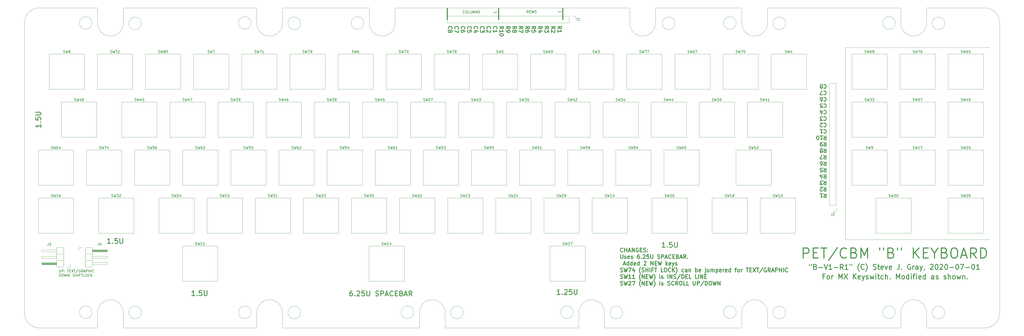
<source format=gto>
G04 #@! TF.GenerationSoftware,KiCad,Pcbnew,(5.1.5)-3*
G04 #@! TF.CreationDate,2020-08-08T22:19:48-04:00*
G04 #@! TF.ProjectId,petkb,7065746b-622e-46b6-9963-61645f706362,rev?*
G04 #@! TF.SameCoordinates,Original*
G04 #@! TF.FileFunction,Legend,Top*
G04 #@! TF.FilePolarity,Positive*
%FSLAX46Y46*%
G04 Gerber Fmt 4.6, Leading zero omitted, Abs format (unit mm)*
G04 Created by KiCad (PCBNEW (5.1.5)-3) date 2020-08-08 22:19:48*
%MOMM*%
%LPD*%
G04 APERTURE LIST*
%ADD10C,0.300000*%
%ADD11C,0.050000*%
%ADD12C,0.150000*%
%ADD13C,0.450000*%
%ADD14C,0.120000*%
G04 APERTURE END LIST*
D10*
X333489714Y-101577928D02*
X333989714Y-102292214D01*
X334346857Y-101577928D02*
X334346857Y-103077928D01*
X333775428Y-103077928D01*
X333632571Y-103006500D01*
X333561142Y-102935071D01*
X333489714Y-102792214D01*
X333489714Y-102577928D01*
X333561142Y-102435071D01*
X333632571Y-102363642D01*
X333775428Y-102292214D01*
X334346857Y-102292214D01*
X332061142Y-101577928D02*
X332918285Y-101577928D01*
X332489714Y-101577928D02*
X332489714Y-103077928D01*
X332632571Y-102863642D01*
X332775428Y-102720785D01*
X332918285Y-102649357D01*
X333489714Y-99027928D02*
X333989714Y-99742214D01*
X334346857Y-99027928D02*
X334346857Y-100527928D01*
X333775428Y-100527928D01*
X333632571Y-100456500D01*
X333561142Y-100385071D01*
X333489714Y-100242214D01*
X333489714Y-100027928D01*
X333561142Y-99885071D01*
X333632571Y-99813642D01*
X333775428Y-99742214D01*
X334346857Y-99742214D01*
X332918285Y-100385071D02*
X332846857Y-100456500D01*
X332704000Y-100527928D01*
X332346857Y-100527928D01*
X332204000Y-100456500D01*
X332132571Y-100385071D01*
X332061142Y-100242214D01*
X332061142Y-100099357D01*
X332132571Y-99885071D01*
X332989714Y-99027928D01*
X332061142Y-99027928D01*
X333489714Y-96477928D02*
X333989714Y-97192214D01*
X334346857Y-96477928D02*
X334346857Y-97977928D01*
X333775428Y-97977928D01*
X333632571Y-97906500D01*
X333561142Y-97835071D01*
X333489714Y-97692214D01*
X333489714Y-97477928D01*
X333561142Y-97335071D01*
X333632571Y-97263642D01*
X333775428Y-97192214D01*
X334346857Y-97192214D01*
X332989714Y-97977928D02*
X332061142Y-97977928D01*
X332561142Y-97406500D01*
X332346857Y-97406500D01*
X332204000Y-97335071D01*
X332132571Y-97263642D01*
X332061142Y-97120785D01*
X332061142Y-96763642D01*
X332132571Y-96620785D01*
X332204000Y-96549357D01*
X332346857Y-96477928D01*
X332775428Y-96477928D01*
X332918285Y-96549357D01*
X332989714Y-96620785D01*
X333489714Y-93927928D02*
X333989714Y-94642214D01*
X334346857Y-93927928D02*
X334346857Y-95427928D01*
X333775428Y-95427928D01*
X333632571Y-95356500D01*
X333561142Y-95285071D01*
X333489714Y-95142214D01*
X333489714Y-94927928D01*
X333561142Y-94785071D01*
X333632571Y-94713642D01*
X333775428Y-94642214D01*
X334346857Y-94642214D01*
X332204000Y-94927928D02*
X332204000Y-93927928D01*
X332561142Y-95499357D02*
X332918285Y-94427928D01*
X331989714Y-94427928D01*
X333489714Y-91377928D02*
X333989714Y-92092214D01*
X334346857Y-91377928D02*
X334346857Y-92877928D01*
X333775428Y-92877928D01*
X333632571Y-92806500D01*
X333561142Y-92735071D01*
X333489714Y-92592214D01*
X333489714Y-92377928D01*
X333561142Y-92235071D01*
X333632571Y-92163642D01*
X333775428Y-92092214D01*
X334346857Y-92092214D01*
X332132571Y-92877928D02*
X332846857Y-92877928D01*
X332918285Y-92163642D01*
X332846857Y-92235071D01*
X332704000Y-92306500D01*
X332346857Y-92306500D01*
X332204000Y-92235071D01*
X332132571Y-92163642D01*
X332061142Y-92020785D01*
X332061142Y-91663642D01*
X332132571Y-91520785D01*
X332204000Y-91449357D01*
X332346857Y-91377928D01*
X332704000Y-91377928D01*
X332846857Y-91449357D01*
X332918285Y-91520785D01*
X333489714Y-88827928D02*
X333989714Y-89542214D01*
X334346857Y-88827928D02*
X334346857Y-90327928D01*
X333775428Y-90327928D01*
X333632571Y-90256500D01*
X333561142Y-90185071D01*
X333489714Y-90042214D01*
X333489714Y-89827928D01*
X333561142Y-89685071D01*
X333632571Y-89613642D01*
X333775428Y-89542214D01*
X334346857Y-89542214D01*
X332204000Y-90327928D02*
X332489714Y-90327928D01*
X332632571Y-90256500D01*
X332704000Y-90185071D01*
X332846857Y-89970785D01*
X332918285Y-89685071D01*
X332918285Y-89113642D01*
X332846857Y-88970785D01*
X332775428Y-88899357D01*
X332632571Y-88827928D01*
X332346857Y-88827928D01*
X332204000Y-88899357D01*
X332132571Y-88970785D01*
X332061142Y-89113642D01*
X332061142Y-89470785D01*
X332132571Y-89613642D01*
X332204000Y-89685071D01*
X332346857Y-89756500D01*
X332632571Y-89756500D01*
X332775428Y-89685071D01*
X332846857Y-89613642D01*
X332918285Y-89470785D01*
X333489714Y-86277928D02*
X333989714Y-86992214D01*
X334346857Y-86277928D02*
X334346857Y-87777928D01*
X333775428Y-87777928D01*
X333632571Y-87706500D01*
X333561142Y-87635071D01*
X333489714Y-87492214D01*
X333489714Y-87277928D01*
X333561142Y-87135071D01*
X333632571Y-87063642D01*
X333775428Y-86992214D01*
X334346857Y-86992214D01*
X332989714Y-87777928D02*
X331989714Y-87777928D01*
X332632571Y-86277928D01*
X333489714Y-83727928D02*
X333989714Y-84442214D01*
X334346857Y-83727928D02*
X334346857Y-85227928D01*
X333775428Y-85227928D01*
X333632571Y-85156500D01*
X333561142Y-85085071D01*
X333489714Y-84942214D01*
X333489714Y-84727928D01*
X333561142Y-84585071D01*
X333632571Y-84513642D01*
X333775428Y-84442214D01*
X334346857Y-84442214D01*
X332632571Y-84585071D02*
X332775428Y-84656500D01*
X332846857Y-84727928D01*
X332918285Y-84870785D01*
X332918285Y-84942214D01*
X332846857Y-85085071D01*
X332775428Y-85156500D01*
X332632571Y-85227928D01*
X332346857Y-85227928D01*
X332204000Y-85156500D01*
X332132571Y-85085071D01*
X332061142Y-84942214D01*
X332061142Y-84870785D01*
X332132571Y-84727928D01*
X332204000Y-84656500D01*
X332346857Y-84585071D01*
X332632571Y-84585071D01*
X332775428Y-84513642D01*
X332846857Y-84442214D01*
X332918285Y-84299357D01*
X332918285Y-84013642D01*
X332846857Y-83870785D01*
X332775428Y-83799357D01*
X332632571Y-83727928D01*
X332346857Y-83727928D01*
X332204000Y-83799357D01*
X332132571Y-83870785D01*
X332061142Y-84013642D01*
X332061142Y-84299357D01*
X332132571Y-84442214D01*
X332204000Y-84513642D01*
X332346857Y-84585071D01*
X333489714Y-81177928D02*
X333989714Y-81892214D01*
X334346857Y-81177928D02*
X334346857Y-82677928D01*
X333775428Y-82677928D01*
X333632571Y-82606500D01*
X333561142Y-82535071D01*
X333489714Y-82392214D01*
X333489714Y-82177928D01*
X333561142Y-82035071D01*
X333632571Y-81963642D01*
X333775428Y-81892214D01*
X334346857Y-81892214D01*
X332775428Y-81177928D02*
X332489714Y-81177928D01*
X332346857Y-81249357D01*
X332275428Y-81320785D01*
X332132571Y-81535071D01*
X332061142Y-81820785D01*
X332061142Y-82392214D01*
X332132571Y-82535071D01*
X332204000Y-82606500D01*
X332346857Y-82677928D01*
X332632571Y-82677928D01*
X332775428Y-82606500D01*
X332846857Y-82535071D01*
X332918285Y-82392214D01*
X332918285Y-82035071D01*
X332846857Y-81892214D01*
X332775428Y-81820785D01*
X332632571Y-81749357D01*
X332346857Y-81749357D01*
X332204000Y-81820785D01*
X332132571Y-81892214D01*
X332061142Y-82035071D01*
X333489714Y-78627928D02*
X333989714Y-79342214D01*
X334346857Y-78627928D02*
X334346857Y-80127928D01*
X333775428Y-80127928D01*
X333632571Y-80056500D01*
X333561142Y-79985071D01*
X333489714Y-79842214D01*
X333489714Y-79627928D01*
X333561142Y-79485071D01*
X333632571Y-79413642D01*
X333775428Y-79342214D01*
X334346857Y-79342214D01*
X332061142Y-78627928D02*
X332918285Y-78627928D01*
X332489714Y-78627928D02*
X332489714Y-80127928D01*
X332632571Y-79913642D01*
X332775428Y-79770785D01*
X332918285Y-79699357D01*
X331132571Y-80127928D02*
X330989714Y-80127928D01*
X330846857Y-80056500D01*
X330775428Y-79985071D01*
X330704000Y-79842214D01*
X330632571Y-79556500D01*
X330632571Y-79199357D01*
X330704000Y-78913642D01*
X330775428Y-78770785D01*
X330846857Y-78699357D01*
X330989714Y-78627928D01*
X331132571Y-78627928D01*
X331275428Y-78699357D01*
X331346857Y-78770785D01*
X331418285Y-78913642D01*
X331489714Y-79199357D01*
X331489714Y-79556500D01*
X331418285Y-79842214D01*
X331346857Y-79985071D01*
X331275428Y-80056500D01*
X331132571Y-80127928D01*
X333489714Y-76220785D02*
X333561142Y-76149357D01*
X333775428Y-76077928D01*
X333918285Y-76077928D01*
X334132571Y-76149357D01*
X334275428Y-76292214D01*
X334346857Y-76435071D01*
X334418285Y-76720785D01*
X334418285Y-76935071D01*
X334346857Y-77220785D01*
X334275428Y-77363642D01*
X334132571Y-77506500D01*
X333918285Y-77577928D01*
X333775428Y-77577928D01*
X333561142Y-77506500D01*
X333489714Y-77435071D01*
X332061142Y-76077928D02*
X332918285Y-76077928D01*
X332489714Y-76077928D02*
X332489714Y-77577928D01*
X332632571Y-77363642D01*
X332775428Y-77220785D01*
X332918285Y-77149357D01*
X333489714Y-73670785D02*
X333561142Y-73599357D01*
X333775428Y-73527928D01*
X333918285Y-73527928D01*
X334132571Y-73599357D01*
X334275428Y-73742214D01*
X334346857Y-73885071D01*
X334418285Y-74170785D01*
X334418285Y-74385071D01*
X334346857Y-74670785D01*
X334275428Y-74813642D01*
X334132571Y-74956500D01*
X333918285Y-75027928D01*
X333775428Y-75027928D01*
X333561142Y-74956500D01*
X333489714Y-74885071D01*
X332918285Y-74885071D02*
X332846857Y-74956500D01*
X332704000Y-75027928D01*
X332346857Y-75027928D01*
X332204000Y-74956500D01*
X332132571Y-74885071D01*
X332061142Y-74742214D01*
X332061142Y-74599357D01*
X332132571Y-74385071D01*
X332989714Y-73527928D01*
X332061142Y-73527928D01*
X333489714Y-71120785D02*
X333561142Y-71049357D01*
X333775428Y-70977928D01*
X333918285Y-70977928D01*
X334132571Y-71049357D01*
X334275428Y-71192214D01*
X334346857Y-71335071D01*
X334418285Y-71620785D01*
X334418285Y-71835071D01*
X334346857Y-72120785D01*
X334275428Y-72263642D01*
X334132571Y-72406500D01*
X333918285Y-72477928D01*
X333775428Y-72477928D01*
X333561142Y-72406500D01*
X333489714Y-72335071D01*
X332989714Y-72477928D02*
X332061142Y-72477928D01*
X332561142Y-71906500D01*
X332346857Y-71906500D01*
X332204000Y-71835071D01*
X332132571Y-71763642D01*
X332061142Y-71620785D01*
X332061142Y-71263642D01*
X332132571Y-71120785D01*
X332204000Y-71049357D01*
X332346857Y-70977928D01*
X332775428Y-70977928D01*
X332918285Y-71049357D01*
X332989714Y-71120785D01*
X333489714Y-68570785D02*
X333561142Y-68499357D01*
X333775428Y-68427928D01*
X333918285Y-68427928D01*
X334132571Y-68499357D01*
X334275428Y-68642214D01*
X334346857Y-68785071D01*
X334418285Y-69070785D01*
X334418285Y-69285071D01*
X334346857Y-69570785D01*
X334275428Y-69713642D01*
X334132571Y-69856500D01*
X333918285Y-69927928D01*
X333775428Y-69927928D01*
X333561142Y-69856500D01*
X333489714Y-69785071D01*
X332204000Y-69427928D02*
X332204000Y-68427928D01*
X332561142Y-69999357D02*
X332918285Y-68927928D01*
X331989714Y-68927928D01*
X333489714Y-66020785D02*
X333561142Y-65949357D01*
X333775428Y-65877928D01*
X333918285Y-65877928D01*
X334132571Y-65949357D01*
X334275428Y-66092214D01*
X334346857Y-66235071D01*
X334418285Y-66520785D01*
X334418285Y-66735071D01*
X334346857Y-67020785D01*
X334275428Y-67163642D01*
X334132571Y-67306500D01*
X333918285Y-67377928D01*
X333775428Y-67377928D01*
X333561142Y-67306500D01*
X333489714Y-67235071D01*
X332132571Y-67377928D02*
X332846857Y-67377928D01*
X332918285Y-66663642D01*
X332846857Y-66735071D01*
X332704000Y-66806500D01*
X332346857Y-66806500D01*
X332204000Y-66735071D01*
X332132571Y-66663642D01*
X332061142Y-66520785D01*
X332061142Y-66163642D01*
X332132571Y-66020785D01*
X332204000Y-65949357D01*
X332346857Y-65877928D01*
X332704000Y-65877928D01*
X332846857Y-65949357D01*
X332918285Y-66020785D01*
X333489714Y-63470785D02*
X333561142Y-63399357D01*
X333775428Y-63327928D01*
X333918285Y-63327928D01*
X334132571Y-63399357D01*
X334275428Y-63542214D01*
X334346857Y-63685071D01*
X334418285Y-63970785D01*
X334418285Y-64185071D01*
X334346857Y-64470785D01*
X334275428Y-64613642D01*
X334132571Y-64756500D01*
X333918285Y-64827928D01*
X333775428Y-64827928D01*
X333561142Y-64756500D01*
X333489714Y-64685071D01*
X332204000Y-64827928D02*
X332489714Y-64827928D01*
X332632571Y-64756500D01*
X332704000Y-64685071D01*
X332846857Y-64470785D01*
X332918285Y-64185071D01*
X332918285Y-63613642D01*
X332846857Y-63470785D01*
X332775428Y-63399357D01*
X332632571Y-63327928D01*
X332346857Y-63327928D01*
X332204000Y-63399357D01*
X332132571Y-63470785D01*
X332061142Y-63613642D01*
X332061142Y-63970785D01*
X332132571Y-64113642D01*
X332204000Y-64185071D01*
X332346857Y-64256500D01*
X332632571Y-64256500D01*
X332775428Y-64185071D01*
X332846857Y-64113642D01*
X332918285Y-63970785D01*
X333489714Y-60920785D02*
X333561142Y-60849357D01*
X333775428Y-60777928D01*
X333918285Y-60777928D01*
X334132571Y-60849357D01*
X334275428Y-60992214D01*
X334346857Y-61135071D01*
X334418285Y-61420785D01*
X334418285Y-61635071D01*
X334346857Y-61920785D01*
X334275428Y-62063642D01*
X334132571Y-62206500D01*
X333918285Y-62277928D01*
X333775428Y-62277928D01*
X333561142Y-62206500D01*
X333489714Y-62135071D01*
X332989714Y-62277928D02*
X331989714Y-62277928D01*
X332632571Y-60777928D01*
X333489714Y-58370785D02*
X333561142Y-58299357D01*
X333775428Y-58227928D01*
X333918285Y-58227928D01*
X334132571Y-58299357D01*
X334275428Y-58442214D01*
X334346857Y-58585071D01*
X334418285Y-58870785D01*
X334418285Y-59085071D01*
X334346857Y-59370785D01*
X334275428Y-59513642D01*
X334132571Y-59656500D01*
X333918285Y-59727928D01*
X333775428Y-59727928D01*
X333561142Y-59656500D01*
X333489714Y-59585071D01*
X332632571Y-59085071D02*
X332775428Y-59156500D01*
X332846857Y-59227928D01*
X332918285Y-59370785D01*
X332918285Y-59442214D01*
X332846857Y-59585071D01*
X332775428Y-59656500D01*
X332632571Y-59727928D01*
X332346857Y-59727928D01*
X332204000Y-59656500D01*
X332132571Y-59585071D01*
X332061142Y-59442214D01*
X332061142Y-59370785D01*
X332132571Y-59227928D01*
X332204000Y-59156500D01*
X332346857Y-59085071D01*
X332632571Y-59085071D01*
X332775428Y-59013642D01*
X332846857Y-58942214D01*
X332918285Y-58799357D01*
X332918285Y-58513642D01*
X332846857Y-58370785D01*
X332775428Y-58299357D01*
X332632571Y-58227928D01*
X332346857Y-58227928D01*
X332204000Y-58299357D01*
X332132571Y-58370785D01*
X332061142Y-58513642D01*
X332061142Y-58799357D01*
X332132571Y-58942214D01*
X332204000Y-59013642D01*
X332346857Y-59085071D01*
D11*
X256667000Y-27813000D02*
X236474000Y-27813000D01*
X266827000Y-27813000D02*
X300990000Y-27813000D01*
X256667000Y-33909000D02*
X256667000Y-27813000D01*
X266827000Y-27813000D02*
X266827000Y-33909000D01*
X266827000Y-33909000D02*
G75*
G02X256667000Y-33909000I-5080000J0D01*
G01*
X163703000Y-27813000D02*
X183515000Y-27813000D01*
X119126000Y-27813000D02*
X153543000Y-27813000D01*
X151344000Y-33782000D02*
G75*
G03X151344000Y-33782000I-2500000J0D01*
G01*
X163703000Y-33909000D02*
G75*
G02X153543000Y-33909000I-5080000J0D01*
G01*
X253833000Y-148717000D02*
G75*
G03X253833000Y-148717000I-2500000J0D01*
G01*
X43775000Y-148590000D02*
G75*
G03X43775000Y-148590000I-2500000J0D01*
G01*
X274534000Y-33909000D02*
G75*
G03X274534000Y-33909000I-2500000J0D01*
G01*
X361783000Y-33782000D02*
G75*
G03X361783000Y-33782000I-2500000J0D01*
G01*
X381341000Y-33909000D02*
G75*
G03X381341000Y-33909000I-2500000J0D01*
G01*
X298791000Y-33782000D02*
G75*
G03X298791000Y-33782000I-2500000J0D01*
G01*
X318349000Y-33909000D02*
G75*
G03X318349000Y-33909000I-2500000J0D01*
G01*
X106767000Y-33782000D02*
G75*
G03X106767000Y-33782000I-2500000J0D01*
G01*
X126325000Y-33909000D02*
G75*
G03X126325000Y-33909000I-2500000J0D01*
G01*
X63333000Y-148717000D02*
G75*
G03X63333000Y-148717000I-2500000J0D01*
G01*
X171156000Y-148590000D02*
G75*
G03X171156000Y-148590000I-2500000J0D01*
G01*
X190714000Y-148717000D02*
G75*
G03X190714000Y-148717000I-2500000J0D01*
G01*
X298791000Y-148590000D02*
G75*
G03X298791000Y-148590000I-2500000J0D01*
G01*
X318349000Y-148717000D02*
G75*
G03X318349000Y-148717000I-2500000J0D01*
G01*
X43775000Y-33782000D02*
G75*
G03X43775000Y-33782000I-2500000J0D01*
G01*
X63333000Y-33909000D02*
G75*
G03X63333000Y-33909000I-2500000J0D01*
G01*
X106767000Y-148590000D02*
G75*
G03X106767000Y-148590000I-2500000J0D01*
G01*
X126325000Y-148717000D02*
G75*
G03X126325000Y-148717000I-2500000J0D01*
G01*
X234275000Y-148590000D02*
G75*
G03X234275000Y-148590000I-2500000J0D01*
G01*
X361783000Y-148590000D02*
G75*
G03X361783000Y-148590000I-2500000J0D01*
G01*
X381341000Y-148717000D02*
G75*
G03X381341000Y-148717000I-2500000J0D01*
G01*
D12*
X228401619Y-29622714D02*
X228401619Y-29051285D01*
X228401619Y-29337000D02*
X229401619Y-29337000D01*
X229258761Y-29241761D01*
X229163523Y-29146523D01*
X229115904Y-29051285D01*
X203001619Y-29876714D02*
X203001619Y-29305285D01*
X203001619Y-29591000D02*
X204001619Y-29591000D01*
X203858761Y-29495761D01*
X203763523Y-29400523D01*
X203715904Y-29305285D01*
X216543095Y-29789380D02*
X216209761Y-29313190D01*
X215971666Y-29789380D02*
X215971666Y-28789380D01*
X216352619Y-28789380D01*
X216447857Y-28837000D01*
X216495476Y-28884619D01*
X216543095Y-28979857D01*
X216543095Y-29122714D01*
X216495476Y-29217952D01*
X216447857Y-29265571D01*
X216352619Y-29313190D01*
X215971666Y-29313190D01*
X217162142Y-28789380D02*
X217352619Y-28789380D01*
X217447857Y-28837000D01*
X217543095Y-28932238D01*
X217590714Y-29122714D01*
X217590714Y-29456047D01*
X217543095Y-29646523D01*
X217447857Y-29741761D01*
X217352619Y-29789380D01*
X217162142Y-29789380D01*
X217066904Y-29741761D01*
X216971666Y-29646523D01*
X216924047Y-29456047D01*
X216924047Y-29122714D01*
X216971666Y-28932238D01*
X217066904Y-28837000D01*
X217162142Y-28789380D01*
X217924047Y-28789380D02*
X218162142Y-29789380D01*
X218352619Y-29075095D01*
X218543095Y-29789380D01*
X218781190Y-28789380D01*
X219114523Y-29741761D02*
X219257380Y-29789380D01*
X219495476Y-29789380D01*
X219590714Y-29741761D01*
X219638333Y-29694142D01*
X219685952Y-29598904D01*
X219685952Y-29503666D01*
X219638333Y-29408428D01*
X219590714Y-29360809D01*
X219495476Y-29313190D01*
X219305000Y-29265571D01*
X219209761Y-29217952D01*
X219162142Y-29170333D01*
X219114523Y-29075095D01*
X219114523Y-28979857D01*
X219162142Y-28884619D01*
X219209761Y-28837000D01*
X219305000Y-28789380D01*
X219543095Y-28789380D01*
X219685952Y-28837000D01*
X191214714Y-29821142D02*
X191167095Y-29868761D01*
X191024238Y-29916380D01*
X190929000Y-29916380D01*
X190786142Y-29868761D01*
X190690904Y-29773523D01*
X190643285Y-29678285D01*
X190595666Y-29487809D01*
X190595666Y-29344952D01*
X190643285Y-29154476D01*
X190690904Y-29059238D01*
X190786142Y-28964000D01*
X190929000Y-28916380D01*
X191024238Y-28916380D01*
X191167095Y-28964000D01*
X191214714Y-29011619D01*
X191833761Y-28916380D02*
X192024238Y-28916380D01*
X192119476Y-28964000D01*
X192214714Y-29059238D01*
X192262333Y-29249714D01*
X192262333Y-29583047D01*
X192214714Y-29773523D01*
X192119476Y-29868761D01*
X192024238Y-29916380D01*
X191833761Y-29916380D01*
X191738523Y-29868761D01*
X191643285Y-29773523D01*
X191595666Y-29583047D01*
X191595666Y-29249714D01*
X191643285Y-29059238D01*
X191738523Y-28964000D01*
X191833761Y-28916380D01*
X193167095Y-29916380D02*
X192690904Y-29916380D01*
X192690904Y-28916380D01*
X193500428Y-28916380D02*
X193500428Y-29725904D01*
X193548047Y-29821142D01*
X193595666Y-29868761D01*
X193690904Y-29916380D01*
X193881380Y-29916380D01*
X193976619Y-29868761D01*
X194024238Y-29821142D01*
X194071857Y-29725904D01*
X194071857Y-28916380D01*
X194548047Y-29916380D02*
X194548047Y-28916380D01*
X194881380Y-29630666D01*
X195214714Y-28916380D01*
X195214714Y-29916380D01*
X195690904Y-29916380D02*
X195690904Y-28916380D01*
X196262333Y-29916380D01*
X196262333Y-28916380D01*
X196690904Y-29868761D02*
X196833761Y-29916380D01*
X197071857Y-29916380D01*
X197167095Y-29868761D01*
X197214714Y-29821142D01*
X197262333Y-29725904D01*
X197262333Y-29630666D01*
X197214714Y-29535428D01*
X197167095Y-29487809D01*
X197071857Y-29440190D01*
X196881380Y-29392571D01*
X196786142Y-29344952D01*
X196738523Y-29297333D01*
X196690904Y-29202095D01*
X196690904Y-29106857D01*
X196738523Y-29011619D01*
X196786142Y-28964000D01*
X196881380Y-28916380D01*
X197119476Y-28916380D01*
X197262333Y-28964000D01*
D13*
X184404000Y-32329142D02*
X184404000Y-28043428D01*
X230124000Y-32329142D02*
X230124000Y-28043428D01*
X204724000Y-32329142D02*
X204724000Y-28043428D01*
D12*
X30815595Y-131723380D02*
X30815595Y-132532904D01*
X30863214Y-132628142D01*
X30910833Y-132675761D01*
X31006071Y-132723380D01*
X31196547Y-132723380D01*
X31291785Y-132675761D01*
X31339404Y-132628142D01*
X31387023Y-132532904D01*
X31387023Y-131723380D01*
X31863214Y-132723380D02*
X31863214Y-131723380D01*
X32244166Y-131723380D01*
X32339404Y-131771000D01*
X32387023Y-131818619D01*
X32434642Y-131913857D01*
X32434642Y-132056714D01*
X32387023Y-132151952D01*
X32339404Y-132199571D01*
X32244166Y-132247190D01*
X31863214Y-132247190D01*
X32863214Y-132628142D02*
X32910833Y-132675761D01*
X32863214Y-132723380D01*
X32815595Y-132675761D01*
X32863214Y-132628142D01*
X32863214Y-132723380D01*
X32863214Y-132104333D02*
X32910833Y-132151952D01*
X32863214Y-132199571D01*
X32815595Y-132151952D01*
X32863214Y-132104333D01*
X32863214Y-132199571D01*
X33958452Y-131723380D02*
X34529880Y-131723380D01*
X34244166Y-132723380D02*
X34244166Y-131723380D01*
X34863214Y-132199571D02*
X35196547Y-132199571D01*
X35339404Y-132723380D02*
X34863214Y-132723380D01*
X34863214Y-131723380D01*
X35339404Y-131723380D01*
X35672738Y-131723380D02*
X36339404Y-132723380D01*
X36339404Y-131723380D02*
X35672738Y-132723380D01*
X36577500Y-131723380D02*
X37148928Y-131723380D01*
X36863214Y-132723380D02*
X36863214Y-131723380D01*
X38196547Y-131675761D02*
X37339404Y-132961476D01*
X39053690Y-131771000D02*
X38958452Y-131723380D01*
X38815595Y-131723380D01*
X38672738Y-131771000D01*
X38577500Y-131866238D01*
X38529880Y-131961476D01*
X38482261Y-132151952D01*
X38482261Y-132294809D01*
X38529880Y-132485285D01*
X38577500Y-132580523D01*
X38672738Y-132675761D01*
X38815595Y-132723380D01*
X38910833Y-132723380D01*
X39053690Y-132675761D01*
X39101309Y-132628142D01*
X39101309Y-132294809D01*
X38910833Y-132294809D01*
X40101309Y-132723380D02*
X39767976Y-132247190D01*
X39529880Y-132723380D02*
X39529880Y-131723380D01*
X39910833Y-131723380D01*
X40006071Y-131771000D01*
X40053690Y-131818619D01*
X40101309Y-131913857D01*
X40101309Y-132056714D01*
X40053690Y-132151952D01*
X40006071Y-132199571D01*
X39910833Y-132247190D01*
X39529880Y-132247190D01*
X40482261Y-132437666D02*
X40958452Y-132437666D01*
X40387023Y-132723380D02*
X40720357Y-131723380D01*
X41053690Y-132723380D01*
X41387023Y-132723380D02*
X41387023Y-131723380D01*
X41767976Y-131723380D01*
X41863214Y-131771000D01*
X41910833Y-131818619D01*
X41958452Y-131913857D01*
X41958452Y-132056714D01*
X41910833Y-132151952D01*
X41863214Y-132199571D01*
X41767976Y-132247190D01*
X41387023Y-132247190D01*
X42387023Y-132723380D02*
X42387023Y-131723380D01*
X42387023Y-132199571D02*
X42958452Y-132199571D01*
X42958452Y-132723380D02*
X42958452Y-131723380D01*
X43434642Y-132723380D02*
X43434642Y-131723380D01*
X44482261Y-132628142D02*
X44434642Y-132675761D01*
X44291785Y-132723380D01*
X44196547Y-132723380D01*
X44053690Y-132675761D01*
X43958452Y-132580523D01*
X43910833Y-132485285D01*
X43863214Y-132294809D01*
X43863214Y-132151952D01*
X43910833Y-131961476D01*
X43958452Y-131866238D01*
X44053690Y-131771000D01*
X44196547Y-131723380D01*
X44291785Y-131723380D01*
X44434642Y-131771000D01*
X44482261Y-131818619D01*
X30815595Y-134373380D02*
X30815595Y-133373380D01*
X31053690Y-133373380D01*
X31196547Y-133421000D01*
X31291785Y-133516238D01*
X31339404Y-133611476D01*
X31387023Y-133801952D01*
X31387023Y-133944809D01*
X31339404Y-134135285D01*
X31291785Y-134230523D01*
X31196547Y-134325761D01*
X31053690Y-134373380D01*
X30815595Y-134373380D01*
X32006071Y-133373380D02*
X32196547Y-133373380D01*
X32291785Y-133421000D01*
X32387023Y-133516238D01*
X32434642Y-133706714D01*
X32434642Y-134040047D01*
X32387023Y-134230523D01*
X32291785Y-134325761D01*
X32196547Y-134373380D01*
X32006071Y-134373380D01*
X31910833Y-134325761D01*
X31815595Y-134230523D01*
X31767976Y-134040047D01*
X31767976Y-133706714D01*
X31815595Y-133516238D01*
X31910833Y-133421000D01*
X32006071Y-133373380D01*
X32767976Y-133373380D02*
X33006071Y-134373380D01*
X33196547Y-133659095D01*
X33387023Y-134373380D01*
X33625119Y-133373380D01*
X34006071Y-134373380D02*
X34006071Y-133373380D01*
X34577500Y-134373380D01*
X34577500Y-133373380D01*
X35053690Y-134278142D02*
X35101309Y-134325761D01*
X35053690Y-134373380D01*
X35006071Y-134325761D01*
X35053690Y-134278142D01*
X35053690Y-134373380D01*
X35053690Y-133754333D02*
X35101309Y-133801952D01*
X35053690Y-133849571D01*
X35006071Y-133801952D01*
X35053690Y-133754333D01*
X35053690Y-133849571D01*
X36244166Y-134325761D02*
X36387023Y-134373380D01*
X36625119Y-134373380D01*
X36720357Y-134325761D01*
X36767976Y-134278142D01*
X36815595Y-134182904D01*
X36815595Y-134087666D01*
X36767976Y-133992428D01*
X36720357Y-133944809D01*
X36625119Y-133897190D01*
X36434642Y-133849571D01*
X36339404Y-133801952D01*
X36291785Y-133754333D01*
X36244166Y-133659095D01*
X36244166Y-133563857D01*
X36291785Y-133468619D01*
X36339404Y-133421000D01*
X36434642Y-133373380D01*
X36672738Y-133373380D01*
X36815595Y-133421000D01*
X37244166Y-134373380D02*
X37244166Y-133373380D01*
X37244166Y-133849571D02*
X37815595Y-133849571D01*
X37815595Y-134373380D02*
X37815595Y-133373380D01*
X38291785Y-134373380D02*
X38291785Y-133373380D01*
X39101309Y-133849571D02*
X38767976Y-133849571D01*
X38767976Y-134373380D02*
X38767976Y-133373380D01*
X39244166Y-133373380D01*
X39482261Y-133373380D02*
X40053690Y-133373380D01*
X39767976Y-134373380D02*
X39767976Y-133373380D01*
X40863214Y-134373380D02*
X40387023Y-134373380D01*
X40387023Y-133373380D01*
X41387023Y-133373380D02*
X41577500Y-133373380D01*
X41672738Y-133421000D01*
X41767976Y-133516238D01*
X41815595Y-133706714D01*
X41815595Y-134040047D01*
X41767976Y-134230523D01*
X41672738Y-134325761D01*
X41577500Y-134373380D01*
X41387023Y-134373380D01*
X41291785Y-134325761D01*
X41196547Y-134230523D01*
X41148928Y-134040047D01*
X41148928Y-133706714D01*
X41196547Y-133516238D01*
X41291785Y-133421000D01*
X41387023Y-133373380D01*
X42815595Y-134278142D02*
X42767976Y-134325761D01*
X42625119Y-134373380D01*
X42529880Y-134373380D01*
X42387023Y-134325761D01*
X42291785Y-134230523D01*
X42244166Y-134135285D01*
X42196547Y-133944809D01*
X42196547Y-133801952D01*
X42244166Y-133611476D01*
X42291785Y-133516238D01*
X42387023Y-133421000D01*
X42529880Y-133373380D01*
X42625119Y-133373380D01*
X42767976Y-133421000D01*
X42815595Y-133468619D01*
X43244166Y-134373380D02*
X43244166Y-133373380D01*
X43815595Y-134373380D02*
X43387023Y-133801952D01*
X43815595Y-133373380D02*
X43244166Y-133944809D01*
D11*
X397256000Y-27813000D02*
X374142000Y-27813000D01*
X403098000Y-148971000D02*
X403098000Y-33655000D01*
X397256000Y-154813000D02*
X374142000Y-154813000D01*
X22860000Y-154813000D02*
X45974000Y-154813000D01*
X17018000Y-33655000D02*
X17018000Y-148971000D01*
X22860000Y-27813000D02*
X45974000Y-27813000D01*
X17018000Y-33655000D02*
G75*
G02X22860000Y-27813000I5842000J0D01*
G01*
X22860000Y-154813000D02*
G75*
G02X17018000Y-148971000I0J5842000D01*
G01*
X403098000Y-148971000D02*
G75*
G02X397256000Y-154813000I-5842000J0D01*
G01*
X397256000Y-27813000D02*
G75*
G02X403098000Y-33655000I0J-5842000D01*
G01*
D10*
X23510761Y-74040761D02*
X23510761Y-75183619D01*
X23510761Y-74612190D02*
X21510761Y-74612190D01*
X21796476Y-74802666D01*
X21986952Y-74993142D01*
X22082190Y-75183619D01*
X23320285Y-73183619D02*
X23415523Y-73088380D01*
X23510761Y-73183619D01*
X23415523Y-73278857D01*
X23320285Y-73183619D01*
X23510761Y-73183619D01*
X21510761Y-71278857D02*
X21510761Y-72231238D01*
X22463142Y-72326476D01*
X22367904Y-72231238D01*
X22272666Y-72040761D01*
X22272666Y-71564571D01*
X22367904Y-71374095D01*
X22463142Y-71278857D01*
X22653619Y-71183619D01*
X23129809Y-71183619D01*
X23320285Y-71278857D01*
X23415523Y-71374095D01*
X23510761Y-71564571D01*
X23510761Y-72040761D01*
X23415523Y-72231238D01*
X23320285Y-72326476D01*
X21510761Y-70326476D02*
X23129809Y-70326476D01*
X23320285Y-70231238D01*
X23415523Y-70136000D01*
X23510761Y-69945523D01*
X23510761Y-69564571D01*
X23415523Y-69374095D01*
X23320285Y-69278857D01*
X23129809Y-69183619D01*
X21510761Y-69183619D01*
X51054238Y-121300761D02*
X49911380Y-121300761D01*
X50482809Y-121300761D02*
X50482809Y-119300761D01*
X50292333Y-119586476D01*
X50101857Y-119776952D01*
X49911380Y-119872190D01*
X51911380Y-121110285D02*
X52006619Y-121205523D01*
X51911380Y-121300761D01*
X51816142Y-121205523D01*
X51911380Y-121110285D01*
X51911380Y-121300761D01*
X53816142Y-119300761D02*
X52863761Y-119300761D01*
X52768523Y-120253142D01*
X52863761Y-120157904D01*
X53054238Y-120062666D01*
X53530428Y-120062666D01*
X53720904Y-120157904D01*
X53816142Y-120253142D01*
X53911380Y-120443619D01*
X53911380Y-120919809D01*
X53816142Y-121110285D01*
X53720904Y-121205523D01*
X53530428Y-121300761D01*
X53054238Y-121300761D01*
X52863761Y-121205523D01*
X52768523Y-121110285D01*
X54768523Y-119300761D02*
X54768523Y-120919809D01*
X54863761Y-121110285D01*
X54959000Y-121205523D01*
X55149476Y-121300761D01*
X55530428Y-121300761D01*
X55720904Y-121205523D01*
X55816142Y-121110285D01*
X55911380Y-120919809D01*
X55911380Y-119300761D01*
X270637238Y-122824761D02*
X269494380Y-122824761D01*
X270065809Y-122824761D02*
X270065809Y-120824761D01*
X269875333Y-121110476D01*
X269684857Y-121300952D01*
X269494380Y-121396190D01*
X271494380Y-122634285D02*
X271589619Y-122729523D01*
X271494380Y-122824761D01*
X271399142Y-122729523D01*
X271494380Y-122634285D01*
X271494380Y-122824761D01*
X273399142Y-120824761D02*
X272446761Y-120824761D01*
X272351523Y-121777142D01*
X272446761Y-121681904D01*
X272637238Y-121586666D01*
X273113428Y-121586666D01*
X273303904Y-121681904D01*
X273399142Y-121777142D01*
X273494380Y-121967619D01*
X273494380Y-122443809D01*
X273399142Y-122634285D01*
X273303904Y-122729523D01*
X273113428Y-122824761D01*
X272637238Y-122824761D01*
X272446761Y-122729523D01*
X272351523Y-122634285D01*
X274351523Y-120824761D02*
X274351523Y-122443809D01*
X274446761Y-122634285D01*
X274542000Y-122729523D01*
X274732476Y-122824761D01*
X275113428Y-122824761D01*
X275303904Y-122729523D01*
X275399142Y-122634285D01*
X275494380Y-122443809D01*
X275494380Y-120824761D01*
X84455238Y-142001761D02*
X83312380Y-142001761D01*
X83883809Y-142001761D02*
X83883809Y-140001761D01*
X83693333Y-140287476D01*
X83502857Y-140477952D01*
X83312380Y-140573190D01*
X85312380Y-141811285D02*
X85407619Y-141906523D01*
X85312380Y-142001761D01*
X85217142Y-141906523D01*
X85312380Y-141811285D01*
X85312380Y-142001761D01*
X87217142Y-140001761D02*
X86264761Y-140001761D01*
X86169523Y-140954142D01*
X86264761Y-140858904D01*
X86455238Y-140763666D01*
X86931428Y-140763666D01*
X87121904Y-140858904D01*
X87217142Y-140954142D01*
X87312380Y-141144619D01*
X87312380Y-141620809D01*
X87217142Y-141811285D01*
X87121904Y-141906523D01*
X86931428Y-142001761D01*
X86455238Y-142001761D01*
X86264761Y-141906523D01*
X86169523Y-141811285D01*
X88169523Y-140001761D02*
X88169523Y-141620809D01*
X88264761Y-141811285D01*
X88360000Y-141906523D01*
X88550476Y-142001761D01*
X88931428Y-142001761D01*
X89121904Y-141906523D01*
X89217142Y-141811285D01*
X89312380Y-141620809D01*
X89312380Y-140001761D01*
X229044857Y-141557261D02*
X227902000Y-141557261D01*
X228473428Y-141557261D02*
X228473428Y-139557261D01*
X228282952Y-139842976D01*
X228092476Y-140033452D01*
X227902000Y-140128690D01*
X229902000Y-141366785D02*
X229997238Y-141462023D01*
X229902000Y-141557261D01*
X229806761Y-141462023D01*
X229902000Y-141366785D01*
X229902000Y-141557261D01*
X230759142Y-139747738D02*
X230854380Y-139652500D01*
X231044857Y-139557261D01*
X231521047Y-139557261D01*
X231711523Y-139652500D01*
X231806761Y-139747738D01*
X231902000Y-139938214D01*
X231902000Y-140128690D01*
X231806761Y-140414404D01*
X230663904Y-141557261D01*
X231902000Y-141557261D01*
X233711523Y-139557261D02*
X232759142Y-139557261D01*
X232663904Y-140509642D01*
X232759142Y-140414404D01*
X232949619Y-140319166D01*
X233425809Y-140319166D01*
X233616285Y-140414404D01*
X233711523Y-140509642D01*
X233806761Y-140700119D01*
X233806761Y-141176309D01*
X233711523Y-141366785D01*
X233616285Y-141462023D01*
X233425809Y-141557261D01*
X232949619Y-141557261D01*
X232759142Y-141462023D01*
X232663904Y-141366785D01*
X234663904Y-139557261D02*
X234663904Y-141176309D01*
X234759142Y-141366785D01*
X234854380Y-141462023D01*
X235044857Y-141557261D01*
X235425809Y-141557261D01*
X235616285Y-141462023D01*
X235711523Y-141366785D01*
X235806761Y-141176309D01*
X235806761Y-139557261D01*
X146734047Y-140128761D02*
X146353095Y-140128761D01*
X146162619Y-140224000D01*
X146067380Y-140319238D01*
X145876904Y-140604952D01*
X145781666Y-140985904D01*
X145781666Y-141747809D01*
X145876904Y-141938285D01*
X145972142Y-142033523D01*
X146162619Y-142128761D01*
X146543571Y-142128761D01*
X146734047Y-142033523D01*
X146829285Y-141938285D01*
X146924523Y-141747809D01*
X146924523Y-141271619D01*
X146829285Y-141081142D01*
X146734047Y-140985904D01*
X146543571Y-140890666D01*
X146162619Y-140890666D01*
X145972142Y-140985904D01*
X145876904Y-141081142D01*
X145781666Y-141271619D01*
X147781666Y-141938285D02*
X147876904Y-142033523D01*
X147781666Y-142128761D01*
X147686428Y-142033523D01*
X147781666Y-141938285D01*
X147781666Y-142128761D01*
X148638809Y-140319238D02*
X148734047Y-140224000D01*
X148924523Y-140128761D01*
X149400714Y-140128761D01*
X149591190Y-140224000D01*
X149686428Y-140319238D01*
X149781666Y-140509714D01*
X149781666Y-140700190D01*
X149686428Y-140985904D01*
X148543571Y-142128761D01*
X149781666Y-142128761D01*
X151591190Y-140128761D02*
X150638809Y-140128761D01*
X150543571Y-141081142D01*
X150638809Y-140985904D01*
X150829285Y-140890666D01*
X151305476Y-140890666D01*
X151495952Y-140985904D01*
X151591190Y-141081142D01*
X151686428Y-141271619D01*
X151686428Y-141747809D01*
X151591190Y-141938285D01*
X151495952Y-142033523D01*
X151305476Y-142128761D01*
X150829285Y-142128761D01*
X150638809Y-142033523D01*
X150543571Y-141938285D01*
X152543571Y-140128761D02*
X152543571Y-141747809D01*
X152638809Y-141938285D01*
X152734047Y-142033523D01*
X152924523Y-142128761D01*
X153305476Y-142128761D01*
X153495952Y-142033523D01*
X153591190Y-141938285D01*
X153686428Y-141747809D01*
X153686428Y-140128761D01*
X156067380Y-142033523D02*
X156353095Y-142128761D01*
X156829285Y-142128761D01*
X157019761Y-142033523D01*
X157115000Y-141938285D01*
X157210238Y-141747809D01*
X157210238Y-141557333D01*
X157115000Y-141366857D01*
X157019761Y-141271619D01*
X156829285Y-141176380D01*
X156448333Y-141081142D01*
X156257857Y-140985904D01*
X156162619Y-140890666D01*
X156067380Y-140700190D01*
X156067380Y-140509714D01*
X156162619Y-140319238D01*
X156257857Y-140224000D01*
X156448333Y-140128761D01*
X156924523Y-140128761D01*
X157210238Y-140224000D01*
X158067380Y-142128761D02*
X158067380Y-140128761D01*
X158829285Y-140128761D01*
X159019761Y-140224000D01*
X159115000Y-140319238D01*
X159210238Y-140509714D01*
X159210238Y-140795428D01*
X159115000Y-140985904D01*
X159019761Y-141081142D01*
X158829285Y-141176380D01*
X158067380Y-141176380D01*
X159972142Y-141557333D02*
X160924523Y-141557333D01*
X159781666Y-142128761D02*
X160448333Y-140128761D01*
X161115000Y-142128761D01*
X162924523Y-141938285D02*
X162829285Y-142033523D01*
X162543571Y-142128761D01*
X162353095Y-142128761D01*
X162067380Y-142033523D01*
X161876904Y-141843047D01*
X161781666Y-141652571D01*
X161686428Y-141271619D01*
X161686428Y-140985904D01*
X161781666Y-140604952D01*
X161876904Y-140414476D01*
X162067380Y-140224000D01*
X162353095Y-140128761D01*
X162543571Y-140128761D01*
X162829285Y-140224000D01*
X162924523Y-140319238D01*
X163781666Y-141081142D02*
X164448333Y-141081142D01*
X164734047Y-142128761D02*
X163781666Y-142128761D01*
X163781666Y-140128761D01*
X164734047Y-140128761D01*
X166257857Y-141081142D02*
X166543571Y-141176380D01*
X166638809Y-141271619D01*
X166734047Y-141462095D01*
X166734047Y-141747809D01*
X166638809Y-141938285D01*
X166543571Y-142033523D01*
X166353095Y-142128761D01*
X165591190Y-142128761D01*
X165591190Y-140128761D01*
X166257857Y-140128761D01*
X166448333Y-140224000D01*
X166543571Y-140319238D01*
X166638809Y-140509714D01*
X166638809Y-140700190D01*
X166543571Y-140890666D01*
X166448333Y-140985904D01*
X166257857Y-141081142D01*
X165591190Y-141081142D01*
X167495952Y-141557333D02*
X168448333Y-141557333D01*
X167305476Y-142128761D02*
X167972142Y-140128761D01*
X168638809Y-142128761D01*
X170448333Y-142128761D02*
X169781666Y-141176380D01*
X169305476Y-142128761D02*
X169305476Y-140128761D01*
X170067380Y-140128761D01*
X170257857Y-140224000D01*
X170353095Y-140319238D01*
X170448333Y-140509714D01*
X170448333Y-140795428D01*
X170353095Y-140985904D01*
X170257857Y-141081142D01*
X170067380Y-141176380D01*
X169305476Y-141176380D01*
X333791238Y-134350142D02*
X333124571Y-134350142D01*
X333124571Y-135397761D02*
X333124571Y-133397761D01*
X334076952Y-133397761D01*
X335124571Y-135397761D02*
X334934095Y-135302523D01*
X334838857Y-135207285D01*
X334743619Y-135016809D01*
X334743619Y-134445380D01*
X334838857Y-134254904D01*
X334934095Y-134159666D01*
X335124571Y-134064428D01*
X335410285Y-134064428D01*
X335600761Y-134159666D01*
X335696000Y-134254904D01*
X335791238Y-134445380D01*
X335791238Y-135016809D01*
X335696000Y-135207285D01*
X335600761Y-135302523D01*
X335410285Y-135397761D01*
X335124571Y-135397761D01*
X336648380Y-135397761D02*
X336648380Y-134064428D01*
X336648380Y-134445380D02*
X336743619Y-134254904D01*
X336838857Y-134159666D01*
X337029333Y-134064428D01*
X337219809Y-134064428D01*
X339410285Y-135397761D02*
X339410285Y-133397761D01*
X340076952Y-134826333D01*
X340743619Y-133397761D01*
X340743619Y-135397761D01*
X341505523Y-133397761D02*
X342838857Y-135397761D01*
X342838857Y-133397761D02*
X341505523Y-135397761D01*
X345124571Y-135397761D02*
X345124571Y-133397761D01*
X346267428Y-135397761D02*
X345410285Y-134254904D01*
X346267428Y-133397761D02*
X345124571Y-134540619D01*
X347886476Y-135302523D02*
X347696000Y-135397761D01*
X347315047Y-135397761D01*
X347124571Y-135302523D01*
X347029333Y-135112047D01*
X347029333Y-134350142D01*
X347124571Y-134159666D01*
X347315047Y-134064428D01*
X347696000Y-134064428D01*
X347886476Y-134159666D01*
X347981714Y-134350142D01*
X347981714Y-134540619D01*
X347029333Y-134731095D01*
X348648380Y-134064428D02*
X349124571Y-135397761D01*
X349600761Y-134064428D02*
X349124571Y-135397761D01*
X348934095Y-135873952D01*
X348838857Y-135969190D01*
X348648380Y-136064428D01*
X350267428Y-135302523D02*
X350457904Y-135397761D01*
X350838857Y-135397761D01*
X351029333Y-135302523D01*
X351124571Y-135112047D01*
X351124571Y-135016809D01*
X351029333Y-134826333D01*
X350838857Y-134731095D01*
X350553142Y-134731095D01*
X350362666Y-134635857D01*
X350267428Y-134445380D01*
X350267428Y-134350142D01*
X350362666Y-134159666D01*
X350553142Y-134064428D01*
X350838857Y-134064428D01*
X351029333Y-134159666D01*
X351791238Y-134064428D02*
X352172190Y-135397761D01*
X352553142Y-134445380D01*
X352934095Y-135397761D01*
X353315047Y-134064428D01*
X354076952Y-135397761D02*
X354076952Y-134064428D01*
X354076952Y-133397761D02*
X353981714Y-133493000D01*
X354076952Y-133588238D01*
X354172190Y-133493000D01*
X354076952Y-133397761D01*
X354076952Y-133588238D01*
X354743619Y-134064428D02*
X355505523Y-134064428D01*
X355029333Y-133397761D02*
X355029333Y-135112047D01*
X355124571Y-135302523D01*
X355315047Y-135397761D01*
X355505523Y-135397761D01*
X357029333Y-135302523D02*
X356838857Y-135397761D01*
X356457904Y-135397761D01*
X356267428Y-135302523D01*
X356172190Y-135207285D01*
X356076952Y-135016809D01*
X356076952Y-134445380D01*
X356172190Y-134254904D01*
X356267428Y-134159666D01*
X356457904Y-134064428D01*
X356838857Y-134064428D01*
X357029333Y-134159666D01*
X357886476Y-135397761D02*
X357886476Y-133397761D01*
X358743619Y-135397761D02*
X358743619Y-134350142D01*
X358648380Y-134159666D01*
X358457904Y-134064428D01*
X358172190Y-134064428D01*
X357981714Y-134159666D01*
X357886476Y-134254904D01*
X359696000Y-135207285D02*
X359791238Y-135302523D01*
X359696000Y-135397761D01*
X359600761Y-135302523D01*
X359696000Y-135207285D01*
X359696000Y-135397761D01*
X362172190Y-135397761D02*
X362172190Y-133397761D01*
X362838857Y-134826333D01*
X363505523Y-133397761D01*
X363505523Y-135397761D01*
X364743619Y-135397761D02*
X364553142Y-135302523D01*
X364457904Y-135207285D01*
X364362666Y-135016809D01*
X364362666Y-134445380D01*
X364457904Y-134254904D01*
X364553142Y-134159666D01*
X364743619Y-134064428D01*
X365029333Y-134064428D01*
X365219809Y-134159666D01*
X365315047Y-134254904D01*
X365410285Y-134445380D01*
X365410285Y-135016809D01*
X365315047Y-135207285D01*
X365219809Y-135302523D01*
X365029333Y-135397761D01*
X364743619Y-135397761D01*
X367124571Y-135397761D02*
X367124571Y-133397761D01*
X367124571Y-135302523D02*
X366934095Y-135397761D01*
X366553142Y-135397761D01*
X366362666Y-135302523D01*
X366267428Y-135207285D01*
X366172190Y-135016809D01*
X366172190Y-134445380D01*
X366267428Y-134254904D01*
X366362666Y-134159666D01*
X366553142Y-134064428D01*
X366934095Y-134064428D01*
X367124571Y-134159666D01*
X368076952Y-135397761D02*
X368076952Y-134064428D01*
X368076952Y-133397761D02*
X367981714Y-133493000D01*
X368076952Y-133588238D01*
X368172190Y-133493000D01*
X368076952Y-133397761D01*
X368076952Y-133588238D01*
X368743619Y-134064428D02*
X369505523Y-134064428D01*
X369029333Y-135397761D02*
X369029333Y-133683476D01*
X369124571Y-133493000D01*
X369315047Y-133397761D01*
X369505523Y-133397761D01*
X370172190Y-135397761D02*
X370172190Y-134064428D01*
X370172190Y-133397761D02*
X370076952Y-133493000D01*
X370172190Y-133588238D01*
X370267428Y-133493000D01*
X370172190Y-133397761D01*
X370172190Y-133588238D01*
X371886476Y-135302523D02*
X371696000Y-135397761D01*
X371315047Y-135397761D01*
X371124571Y-135302523D01*
X371029333Y-135112047D01*
X371029333Y-134350142D01*
X371124571Y-134159666D01*
X371315047Y-134064428D01*
X371696000Y-134064428D01*
X371886476Y-134159666D01*
X371981714Y-134350142D01*
X371981714Y-134540619D01*
X371029333Y-134731095D01*
X373696000Y-135397761D02*
X373696000Y-133397761D01*
X373696000Y-135302523D02*
X373505523Y-135397761D01*
X373124571Y-135397761D01*
X372934095Y-135302523D01*
X372838857Y-135207285D01*
X372743619Y-135016809D01*
X372743619Y-134445380D01*
X372838857Y-134254904D01*
X372934095Y-134159666D01*
X373124571Y-134064428D01*
X373505523Y-134064428D01*
X373696000Y-134159666D01*
X377029333Y-135397761D02*
X377029333Y-134350142D01*
X376934095Y-134159666D01*
X376743619Y-134064428D01*
X376362666Y-134064428D01*
X376172190Y-134159666D01*
X377029333Y-135302523D02*
X376838857Y-135397761D01*
X376362666Y-135397761D01*
X376172190Y-135302523D01*
X376076952Y-135112047D01*
X376076952Y-134921571D01*
X376172190Y-134731095D01*
X376362666Y-134635857D01*
X376838857Y-134635857D01*
X377029333Y-134540619D01*
X377886476Y-135302523D02*
X378076952Y-135397761D01*
X378457904Y-135397761D01*
X378648380Y-135302523D01*
X378743619Y-135112047D01*
X378743619Y-135016809D01*
X378648380Y-134826333D01*
X378457904Y-134731095D01*
X378172190Y-134731095D01*
X377981714Y-134635857D01*
X377886476Y-134445380D01*
X377886476Y-134350142D01*
X377981714Y-134159666D01*
X378172190Y-134064428D01*
X378457904Y-134064428D01*
X378648380Y-134159666D01*
X381029333Y-135302523D02*
X381219809Y-135397761D01*
X381600761Y-135397761D01*
X381791238Y-135302523D01*
X381886476Y-135112047D01*
X381886476Y-135016809D01*
X381791238Y-134826333D01*
X381600761Y-134731095D01*
X381315047Y-134731095D01*
X381124571Y-134635857D01*
X381029333Y-134445380D01*
X381029333Y-134350142D01*
X381124571Y-134159666D01*
X381315047Y-134064428D01*
X381600761Y-134064428D01*
X381791238Y-134159666D01*
X382743619Y-135397761D02*
X382743619Y-133397761D01*
X383600761Y-135397761D02*
X383600761Y-134350142D01*
X383505523Y-134159666D01*
X383315047Y-134064428D01*
X383029333Y-134064428D01*
X382838857Y-134159666D01*
X382743619Y-134254904D01*
X384838857Y-135397761D02*
X384648380Y-135302523D01*
X384553142Y-135207285D01*
X384457904Y-135016809D01*
X384457904Y-134445380D01*
X384553142Y-134254904D01*
X384648380Y-134159666D01*
X384838857Y-134064428D01*
X385124571Y-134064428D01*
X385315047Y-134159666D01*
X385410285Y-134254904D01*
X385505523Y-134445380D01*
X385505523Y-135016809D01*
X385410285Y-135207285D01*
X385315047Y-135302523D01*
X385124571Y-135397761D01*
X384838857Y-135397761D01*
X386172190Y-134064428D02*
X386553142Y-135397761D01*
X386934095Y-134445380D01*
X387315047Y-135397761D01*
X387696000Y-134064428D01*
X388457904Y-134064428D02*
X388457904Y-135397761D01*
X388457904Y-134254904D02*
X388553142Y-134159666D01*
X388743619Y-134064428D01*
X389029333Y-134064428D01*
X389219809Y-134159666D01*
X389315047Y-134350142D01*
X389315047Y-135397761D01*
X390267428Y-135207285D02*
X390362666Y-135302523D01*
X390267428Y-135397761D01*
X390172190Y-135302523D01*
X390267428Y-135207285D01*
X390267428Y-135397761D01*
D11*
X311150000Y-154813000D02*
X363982000Y-154813000D01*
X246634000Y-154813000D02*
X300990000Y-154813000D01*
X183515000Y-154813000D02*
X236474000Y-154813000D01*
X119126000Y-154813000D02*
X173355000Y-154813000D01*
X56134000Y-154813000D02*
X108966000Y-154813000D01*
X374142000Y-148717000D02*
X374142000Y-154813000D01*
X363982000Y-148717000D02*
X363982000Y-154813000D01*
X311150000Y-148717000D02*
X311150000Y-154813000D01*
X300990000Y-148717000D02*
X300990000Y-154813000D01*
X246634000Y-148717000D02*
X246634000Y-154813000D01*
X236474000Y-148717000D02*
X236474000Y-154813000D01*
X183515000Y-148717000D02*
X183515000Y-154813000D01*
X173355000Y-148717000D02*
X173355000Y-154813000D01*
X119126000Y-148717000D02*
X119126000Y-154813000D01*
X108966000Y-148717000D02*
X108966000Y-154813000D01*
X56134000Y-148717000D02*
X56134000Y-154813000D01*
X45974000Y-148717000D02*
X45974000Y-154813000D01*
X45974000Y-148717000D02*
G75*
G02X56134000Y-148717000I5080000J0D01*
G01*
X108966000Y-148717000D02*
G75*
G02X119126000Y-148717000I5080000J0D01*
G01*
X173355000Y-148717000D02*
G75*
G02X183515000Y-148717000I5080000J0D01*
G01*
X236474000Y-148717000D02*
G75*
G02X246634000Y-148717000I5080000J0D01*
G01*
X300990000Y-148717000D02*
G75*
G02X311150000Y-148717000I5080000J0D01*
G01*
X363982000Y-148717000D02*
G75*
G02X374142000Y-148717000I5080000J0D01*
G01*
X311150000Y-27813000D02*
X363982000Y-27813000D01*
X183515000Y-27813000D02*
X236474000Y-27813000D01*
X56134000Y-27813000D02*
X108966000Y-27813000D01*
X108966000Y-33909000D02*
X108966000Y-27813000D01*
X119126000Y-33909000D02*
X119126000Y-27813000D01*
X153543000Y-33909000D02*
X153543000Y-27813000D01*
X163703000Y-33909000D02*
X163703000Y-27813000D01*
X300990000Y-33909000D02*
X300990000Y-27813000D01*
X311150000Y-33909000D02*
X311150000Y-27813000D01*
X45974000Y-33909000D02*
X45974000Y-27813000D01*
X56134000Y-33909000D02*
X56134000Y-27813000D01*
X56134000Y-33909000D02*
G75*
G02X45974000Y-33909000I-5080000J0D01*
G01*
X119126000Y-33909000D02*
G75*
G02X108966000Y-33909000I-5080000J0D01*
G01*
X311150000Y-33909000D02*
G75*
G02X300990000Y-33909000I-5080000J0D01*
G01*
X374142000Y-33909000D02*
G75*
G02X363982000Y-33909000I-5080000J0D01*
G01*
X363982000Y-33909000D02*
X363982000Y-27813000D01*
X374142000Y-33909000D02*
X374142000Y-27813000D01*
D10*
X253933857Y-124513142D02*
X253859571Y-124587428D01*
X253636714Y-124661714D01*
X253488142Y-124661714D01*
X253265285Y-124587428D01*
X253116714Y-124438857D01*
X253042428Y-124290285D01*
X252968142Y-123993142D01*
X252968142Y-123770285D01*
X253042428Y-123473142D01*
X253116714Y-123324571D01*
X253265285Y-123176000D01*
X253488142Y-123101714D01*
X253636714Y-123101714D01*
X253859571Y-123176000D01*
X253933857Y-123250285D01*
X254602428Y-124661714D02*
X254602428Y-123101714D01*
X254602428Y-123844571D02*
X255493857Y-123844571D01*
X255493857Y-124661714D02*
X255493857Y-123101714D01*
X256162428Y-124216000D02*
X256905285Y-124216000D01*
X256013857Y-124661714D02*
X256533857Y-123101714D01*
X257053857Y-124661714D01*
X257573857Y-124661714D02*
X257573857Y-123101714D01*
X258465285Y-124661714D01*
X258465285Y-123101714D01*
X260025285Y-123176000D02*
X259876714Y-123101714D01*
X259653857Y-123101714D01*
X259431000Y-123176000D01*
X259282428Y-123324571D01*
X259208142Y-123473142D01*
X259133857Y-123770285D01*
X259133857Y-123993142D01*
X259208142Y-124290285D01*
X259282428Y-124438857D01*
X259431000Y-124587428D01*
X259653857Y-124661714D01*
X259802428Y-124661714D01*
X260025285Y-124587428D01*
X260099571Y-124513142D01*
X260099571Y-123993142D01*
X259802428Y-123993142D01*
X260768142Y-123844571D02*
X261288142Y-123844571D01*
X261511000Y-124661714D02*
X260768142Y-124661714D01*
X260768142Y-123101714D01*
X261511000Y-123101714D01*
X262105285Y-124587428D02*
X262328142Y-124661714D01*
X262699571Y-124661714D01*
X262848142Y-124587428D01*
X262922428Y-124513142D01*
X262996714Y-124364571D01*
X262996714Y-124216000D01*
X262922428Y-124067428D01*
X262848142Y-123993142D01*
X262699571Y-123918857D01*
X262402428Y-123844571D01*
X262253857Y-123770285D01*
X262179571Y-123696000D01*
X262105285Y-123547428D01*
X262105285Y-123398857D01*
X262179571Y-123250285D01*
X262253857Y-123176000D01*
X262402428Y-123101714D01*
X262773857Y-123101714D01*
X262996714Y-123176000D01*
X263665285Y-124513142D02*
X263739571Y-124587428D01*
X263665285Y-124661714D01*
X263591000Y-124587428D01*
X263665285Y-124513142D01*
X263665285Y-124661714D01*
X263665285Y-123696000D02*
X263739571Y-123770285D01*
X263665285Y-123844571D01*
X263591000Y-123770285D01*
X263665285Y-123696000D01*
X263665285Y-123844571D01*
X253042428Y-125741714D02*
X253042428Y-127004571D01*
X253116714Y-127153142D01*
X253191000Y-127227428D01*
X253339571Y-127301714D01*
X253636714Y-127301714D01*
X253785285Y-127227428D01*
X253859571Y-127153142D01*
X253933857Y-127004571D01*
X253933857Y-125741714D01*
X254602428Y-127227428D02*
X254751000Y-127301714D01*
X255048142Y-127301714D01*
X255196714Y-127227428D01*
X255271000Y-127078857D01*
X255271000Y-127004571D01*
X255196714Y-126856000D01*
X255048142Y-126781714D01*
X254825285Y-126781714D01*
X254676714Y-126707428D01*
X254602428Y-126558857D01*
X254602428Y-126484571D01*
X254676714Y-126336000D01*
X254825285Y-126261714D01*
X255048142Y-126261714D01*
X255196714Y-126336000D01*
X256533857Y-127227428D02*
X256385285Y-127301714D01*
X256088142Y-127301714D01*
X255939571Y-127227428D01*
X255865285Y-127078857D01*
X255865285Y-126484571D01*
X255939571Y-126336000D01*
X256088142Y-126261714D01*
X256385285Y-126261714D01*
X256533857Y-126336000D01*
X256608142Y-126484571D01*
X256608142Y-126633142D01*
X255865285Y-126781714D01*
X257202428Y-127227428D02*
X257351000Y-127301714D01*
X257648142Y-127301714D01*
X257796714Y-127227428D01*
X257871000Y-127078857D01*
X257871000Y-127004571D01*
X257796714Y-126856000D01*
X257648142Y-126781714D01*
X257425285Y-126781714D01*
X257276714Y-126707428D01*
X257202428Y-126558857D01*
X257202428Y-126484571D01*
X257276714Y-126336000D01*
X257425285Y-126261714D01*
X257648142Y-126261714D01*
X257796714Y-126336000D01*
X260396714Y-125741714D02*
X260099571Y-125741714D01*
X259951000Y-125816000D01*
X259876714Y-125890285D01*
X259728142Y-126113142D01*
X259653857Y-126410285D01*
X259653857Y-127004571D01*
X259728142Y-127153142D01*
X259802428Y-127227428D01*
X259951000Y-127301714D01*
X260248142Y-127301714D01*
X260396714Y-127227428D01*
X260471000Y-127153142D01*
X260545285Y-127004571D01*
X260545285Y-126633142D01*
X260471000Y-126484571D01*
X260396714Y-126410285D01*
X260248142Y-126336000D01*
X259951000Y-126336000D01*
X259802428Y-126410285D01*
X259728142Y-126484571D01*
X259653857Y-126633142D01*
X261213857Y-127153142D02*
X261288142Y-127227428D01*
X261213857Y-127301714D01*
X261139571Y-127227428D01*
X261213857Y-127153142D01*
X261213857Y-127301714D01*
X261882428Y-125890285D02*
X261956714Y-125816000D01*
X262105285Y-125741714D01*
X262476714Y-125741714D01*
X262625285Y-125816000D01*
X262699571Y-125890285D01*
X262773857Y-126038857D01*
X262773857Y-126187428D01*
X262699571Y-126410285D01*
X261808142Y-127301714D01*
X262773857Y-127301714D01*
X264185285Y-125741714D02*
X263442428Y-125741714D01*
X263368142Y-126484571D01*
X263442428Y-126410285D01*
X263591000Y-126336000D01*
X263962428Y-126336000D01*
X264111000Y-126410285D01*
X264185285Y-126484571D01*
X264259571Y-126633142D01*
X264259571Y-127004571D01*
X264185285Y-127153142D01*
X264111000Y-127227428D01*
X263962428Y-127301714D01*
X263591000Y-127301714D01*
X263442428Y-127227428D01*
X263368142Y-127153142D01*
X264928142Y-125741714D02*
X264928142Y-127004571D01*
X265002428Y-127153142D01*
X265076714Y-127227428D01*
X265225285Y-127301714D01*
X265522428Y-127301714D01*
X265671000Y-127227428D01*
X265745285Y-127153142D01*
X265819571Y-127004571D01*
X265819571Y-125741714D01*
X267676714Y-127227428D02*
X267899571Y-127301714D01*
X268271000Y-127301714D01*
X268419571Y-127227428D01*
X268493857Y-127153142D01*
X268568142Y-127004571D01*
X268568142Y-126856000D01*
X268493857Y-126707428D01*
X268419571Y-126633142D01*
X268271000Y-126558857D01*
X267973857Y-126484571D01*
X267825285Y-126410285D01*
X267751000Y-126336000D01*
X267676714Y-126187428D01*
X267676714Y-126038857D01*
X267751000Y-125890285D01*
X267825285Y-125816000D01*
X267973857Y-125741714D01*
X268345285Y-125741714D01*
X268568142Y-125816000D01*
X269236714Y-127301714D02*
X269236714Y-125741714D01*
X269831000Y-125741714D01*
X269979571Y-125816000D01*
X270053857Y-125890285D01*
X270128142Y-126038857D01*
X270128142Y-126261714D01*
X270053857Y-126410285D01*
X269979571Y-126484571D01*
X269831000Y-126558857D01*
X269236714Y-126558857D01*
X270722428Y-126856000D02*
X271465285Y-126856000D01*
X270573857Y-127301714D02*
X271093857Y-125741714D01*
X271613857Y-127301714D01*
X273025285Y-127153142D02*
X272951000Y-127227428D01*
X272728142Y-127301714D01*
X272579571Y-127301714D01*
X272356714Y-127227428D01*
X272208142Y-127078857D01*
X272133857Y-126930285D01*
X272059571Y-126633142D01*
X272059571Y-126410285D01*
X272133857Y-126113142D01*
X272208142Y-125964571D01*
X272356714Y-125816000D01*
X272579571Y-125741714D01*
X272728142Y-125741714D01*
X272951000Y-125816000D01*
X273025285Y-125890285D01*
X273693857Y-126484571D02*
X274213857Y-126484571D01*
X274436714Y-127301714D02*
X273693857Y-127301714D01*
X273693857Y-125741714D01*
X274436714Y-125741714D01*
X275625285Y-126484571D02*
X275848142Y-126558857D01*
X275922428Y-126633142D01*
X275996714Y-126781714D01*
X275996714Y-127004571D01*
X275922428Y-127153142D01*
X275848142Y-127227428D01*
X275699571Y-127301714D01*
X275105285Y-127301714D01*
X275105285Y-125741714D01*
X275625285Y-125741714D01*
X275773857Y-125816000D01*
X275848142Y-125890285D01*
X275922428Y-126038857D01*
X275922428Y-126187428D01*
X275848142Y-126336000D01*
X275773857Y-126410285D01*
X275625285Y-126484571D01*
X275105285Y-126484571D01*
X276591000Y-126856000D02*
X277333857Y-126856000D01*
X276442428Y-127301714D02*
X276962428Y-125741714D01*
X277482428Y-127301714D01*
X278893857Y-127301714D02*
X278373857Y-126558857D01*
X278002428Y-127301714D02*
X278002428Y-125741714D01*
X278596714Y-125741714D01*
X278745285Y-125816000D01*
X278819571Y-125890285D01*
X278893857Y-126038857D01*
X278893857Y-126261714D01*
X278819571Y-126410285D01*
X278745285Y-126484571D01*
X278596714Y-126558857D01*
X278002428Y-126558857D01*
X279562428Y-127153142D02*
X279636714Y-127227428D01*
X279562428Y-127301714D01*
X279488142Y-127227428D01*
X279562428Y-127153142D01*
X279562428Y-127301714D01*
X254156714Y-129496000D02*
X254899571Y-129496000D01*
X254008142Y-129941714D02*
X254528142Y-128381714D01*
X255048142Y-129941714D01*
X256236714Y-129941714D02*
X256236714Y-128381714D01*
X256236714Y-129867428D02*
X256088142Y-129941714D01*
X255791000Y-129941714D01*
X255642428Y-129867428D01*
X255568142Y-129793142D01*
X255493857Y-129644571D01*
X255493857Y-129198857D01*
X255568142Y-129050285D01*
X255642428Y-128976000D01*
X255791000Y-128901714D01*
X256088142Y-128901714D01*
X256236714Y-128976000D01*
X257648142Y-129941714D02*
X257648142Y-128381714D01*
X257648142Y-129867428D02*
X257499571Y-129941714D01*
X257202428Y-129941714D01*
X257053857Y-129867428D01*
X256979571Y-129793142D01*
X256905285Y-129644571D01*
X256905285Y-129198857D01*
X256979571Y-129050285D01*
X257053857Y-128976000D01*
X257202428Y-128901714D01*
X257499571Y-128901714D01*
X257648142Y-128976000D01*
X258985285Y-129867428D02*
X258836714Y-129941714D01*
X258539571Y-129941714D01*
X258391000Y-129867428D01*
X258316714Y-129718857D01*
X258316714Y-129124571D01*
X258391000Y-128976000D01*
X258539571Y-128901714D01*
X258836714Y-128901714D01*
X258985285Y-128976000D01*
X259059571Y-129124571D01*
X259059571Y-129273142D01*
X258316714Y-129421714D01*
X260396714Y-129941714D02*
X260396714Y-128381714D01*
X260396714Y-129867428D02*
X260248142Y-129941714D01*
X259951000Y-129941714D01*
X259802428Y-129867428D01*
X259728142Y-129793142D01*
X259653857Y-129644571D01*
X259653857Y-129198857D01*
X259728142Y-129050285D01*
X259802428Y-128976000D01*
X259951000Y-128901714D01*
X260248142Y-128901714D01*
X260396714Y-128976000D01*
X262253857Y-128530285D02*
X262328142Y-128456000D01*
X262476714Y-128381714D01*
X262848142Y-128381714D01*
X262996714Y-128456000D01*
X263071000Y-128530285D01*
X263145285Y-128678857D01*
X263145285Y-128827428D01*
X263071000Y-129050285D01*
X262179571Y-129941714D01*
X263145285Y-129941714D01*
X265002428Y-129941714D02*
X265002428Y-128381714D01*
X265893857Y-129941714D01*
X265893857Y-128381714D01*
X266636714Y-129124571D02*
X267156714Y-129124571D01*
X267379571Y-129941714D02*
X266636714Y-129941714D01*
X266636714Y-128381714D01*
X267379571Y-128381714D01*
X267899571Y-128381714D02*
X268271000Y-129941714D01*
X268568142Y-128827428D01*
X268865285Y-129941714D01*
X269236714Y-128381714D01*
X271019571Y-129941714D02*
X271019571Y-128381714D01*
X271168142Y-129347428D02*
X271613857Y-129941714D01*
X271613857Y-128901714D02*
X271019571Y-129496000D01*
X272876714Y-129867428D02*
X272728142Y-129941714D01*
X272431000Y-129941714D01*
X272282428Y-129867428D01*
X272208142Y-129718857D01*
X272208142Y-129124571D01*
X272282428Y-128976000D01*
X272431000Y-128901714D01*
X272728142Y-128901714D01*
X272876714Y-128976000D01*
X272951000Y-129124571D01*
X272951000Y-129273142D01*
X272208142Y-129421714D01*
X273471000Y-128901714D02*
X273842428Y-129941714D01*
X274213857Y-128901714D02*
X273842428Y-129941714D01*
X273693857Y-130313142D01*
X273619571Y-130387428D01*
X273471000Y-130461714D01*
X274733857Y-129867428D02*
X274882428Y-129941714D01*
X275179571Y-129941714D01*
X275328142Y-129867428D01*
X275402428Y-129718857D01*
X275402428Y-129644571D01*
X275328142Y-129496000D01*
X275179571Y-129421714D01*
X274956714Y-129421714D01*
X274808142Y-129347428D01*
X274733857Y-129198857D01*
X274733857Y-129124571D01*
X274808142Y-128976000D01*
X274956714Y-128901714D01*
X275179571Y-128901714D01*
X275328142Y-128976000D01*
X252968142Y-132507428D02*
X253191000Y-132581714D01*
X253562428Y-132581714D01*
X253711000Y-132507428D01*
X253785285Y-132433142D01*
X253859571Y-132284571D01*
X253859571Y-132136000D01*
X253785285Y-131987428D01*
X253711000Y-131913142D01*
X253562428Y-131838857D01*
X253265285Y-131764571D01*
X253116714Y-131690285D01*
X253042428Y-131616000D01*
X252968142Y-131467428D01*
X252968142Y-131318857D01*
X253042428Y-131170285D01*
X253116714Y-131096000D01*
X253265285Y-131021714D01*
X253636714Y-131021714D01*
X253859571Y-131096000D01*
X254379571Y-131021714D02*
X254751000Y-132581714D01*
X255048142Y-131467428D01*
X255345285Y-132581714D01*
X255716714Y-131021714D01*
X256162428Y-131021714D02*
X257202428Y-131021714D01*
X256533857Y-132581714D01*
X258465285Y-131541714D02*
X258465285Y-132581714D01*
X258093857Y-130947428D02*
X257722428Y-132061714D01*
X258688142Y-132061714D01*
X260916714Y-133176000D02*
X260842428Y-133101714D01*
X260693857Y-132878857D01*
X260619571Y-132730285D01*
X260545285Y-132507428D01*
X260471000Y-132136000D01*
X260471000Y-131838857D01*
X260545285Y-131467428D01*
X260619571Y-131244571D01*
X260693857Y-131096000D01*
X260842428Y-130873142D01*
X260916714Y-130798857D01*
X261436714Y-132507428D02*
X261659571Y-132581714D01*
X262031000Y-132581714D01*
X262179571Y-132507428D01*
X262253857Y-132433142D01*
X262328142Y-132284571D01*
X262328142Y-132136000D01*
X262253857Y-131987428D01*
X262179571Y-131913142D01*
X262031000Y-131838857D01*
X261733857Y-131764571D01*
X261585285Y-131690285D01*
X261511000Y-131616000D01*
X261436714Y-131467428D01*
X261436714Y-131318857D01*
X261511000Y-131170285D01*
X261585285Y-131096000D01*
X261733857Y-131021714D01*
X262105285Y-131021714D01*
X262328142Y-131096000D01*
X262996714Y-132581714D02*
X262996714Y-131021714D01*
X262996714Y-131764571D02*
X263888142Y-131764571D01*
X263888142Y-132581714D02*
X263888142Y-131021714D01*
X264631000Y-132581714D02*
X264631000Y-131021714D01*
X265893857Y-131764571D02*
X265373857Y-131764571D01*
X265373857Y-132581714D02*
X265373857Y-131021714D01*
X266116714Y-131021714D01*
X266488142Y-131021714D02*
X267379571Y-131021714D01*
X266933857Y-132581714D02*
X266933857Y-131021714D01*
X269831000Y-132581714D02*
X269088142Y-132581714D01*
X269088142Y-131021714D01*
X270648142Y-131021714D02*
X270945285Y-131021714D01*
X271093857Y-131096000D01*
X271242428Y-131244571D01*
X271316714Y-131541714D01*
X271316714Y-132061714D01*
X271242428Y-132358857D01*
X271093857Y-132507428D01*
X270945285Y-132581714D01*
X270648142Y-132581714D01*
X270499571Y-132507428D01*
X270351000Y-132358857D01*
X270276714Y-132061714D01*
X270276714Y-131541714D01*
X270351000Y-131244571D01*
X270499571Y-131096000D01*
X270648142Y-131021714D01*
X272876714Y-132433142D02*
X272802428Y-132507428D01*
X272579571Y-132581714D01*
X272431000Y-132581714D01*
X272208142Y-132507428D01*
X272059571Y-132358857D01*
X271985285Y-132210285D01*
X271911000Y-131913142D01*
X271911000Y-131690285D01*
X271985285Y-131393142D01*
X272059571Y-131244571D01*
X272208142Y-131096000D01*
X272431000Y-131021714D01*
X272579571Y-131021714D01*
X272802428Y-131096000D01*
X272876714Y-131170285D01*
X273545285Y-132581714D02*
X273545285Y-131021714D01*
X274436714Y-132581714D02*
X273768142Y-131690285D01*
X274436714Y-131021714D02*
X273545285Y-131913142D01*
X274956714Y-133176000D02*
X275031000Y-133101714D01*
X275179571Y-132878857D01*
X275253857Y-132730285D01*
X275328142Y-132507428D01*
X275402428Y-132136000D01*
X275402428Y-131838857D01*
X275328142Y-131467428D01*
X275253857Y-131244571D01*
X275179571Y-131096000D01*
X275031000Y-130873142D01*
X274956714Y-130798857D01*
X278002428Y-132507428D02*
X277853857Y-132581714D01*
X277556714Y-132581714D01*
X277408142Y-132507428D01*
X277333857Y-132433142D01*
X277259571Y-132284571D01*
X277259571Y-131838857D01*
X277333857Y-131690285D01*
X277408142Y-131616000D01*
X277556714Y-131541714D01*
X277853857Y-131541714D01*
X278002428Y-131616000D01*
X279339571Y-132581714D02*
X279339571Y-131764571D01*
X279265285Y-131616000D01*
X279116714Y-131541714D01*
X278819571Y-131541714D01*
X278671000Y-131616000D01*
X279339571Y-132507428D02*
X279191000Y-132581714D01*
X278819571Y-132581714D01*
X278671000Y-132507428D01*
X278596714Y-132358857D01*
X278596714Y-132210285D01*
X278671000Y-132061714D01*
X278819571Y-131987428D01*
X279191000Y-131987428D01*
X279339571Y-131913142D01*
X280082428Y-131541714D02*
X280082428Y-132581714D01*
X280082428Y-131690285D02*
X280156714Y-131616000D01*
X280305285Y-131541714D01*
X280528142Y-131541714D01*
X280676714Y-131616000D01*
X280751000Y-131764571D01*
X280751000Y-132581714D01*
X282682428Y-132581714D02*
X282682428Y-131021714D01*
X282682428Y-131616000D02*
X282831000Y-131541714D01*
X283128142Y-131541714D01*
X283276714Y-131616000D01*
X283351000Y-131690285D01*
X283425285Y-131838857D01*
X283425285Y-132284571D01*
X283351000Y-132433142D01*
X283276714Y-132507428D01*
X283128142Y-132581714D01*
X282831000Y-132581714D01*
X282682428Y-132507428D01*
X284688142Y-132507428D02*
X284539571Y-132581714D01*
X284242428Y-132581714D01*
X284093857Y-132507428D01*
X284019571Y-132358857D01*
X284019571Y-131764571D01*
X284093857Y-131616000D01*
X284242428Y-131541714D01*
X284539571Y-131541714D01*
X284688142Y-131616000D01*
X284762428Y-131764571D01*
X284762428Y-131913142D01*
X284019571Y-132061714D01*
X286619571Y-131541714D02*
X286619571Y-132878857D01*
X286545285Y-133027428D01*
X286396714Y-133101714D01*
X286322428Y-133101714D01*
X286619571Y-131021714D02*
X286545285Y-131096000D01*
X286619571Y-131170285D01*
X286693857Y-131096000D01*
X286619571Y-131021714D01*
X286619571Y-131170285D01*
X288031000Y-131541714D02*
X288031000Y-132581714D01*
X287362428Y-131541714D02*
X287362428Y-132358857D01*
X287436714Y-132507428D01*
X287585285Y-132581714D01*
X287808142Y-132581714D01*
X287956714Y-132507428D01*
X288031000Y-132433142D01*
X288773857Y-132581714D02*
X288773857Y-131541714D01*
X288773857Y-131690285D02*
X288848142Y-131616000D01*
X288996714Y-131541714D01*
X289219571Y-131541714D01*
X289368142Y-131616000D01*
X289442428Y-131764571D01*
X289442428Y-132581714D01*
X289442428Y-131764571D02*
X289516714Y-131616000D01*
X289665285Y-131541714D01*
X289888142Y-131541714D01*
X290036714Y-131616000D01*
X290111000Y-131764571D01*
X290111000Y-132581714D01*
X290853857Y-131541714D02*
X290853857Y-133101714D01*
X290853857Y-131616000D02*
X291002428Y-131541714D01*
X291299571Y-131541714D01*
X291448142Y-131616000D01*
X291522428Y-131690285D01*
X291596714Y-131838857D01*
X291596714Y-132284571D01*
X291522428Y-132433142D01*
X291448142Y-132507428D01*
X291299571Y-132581714D01*
X291002428Y-132581714D01*
X290853857Y-132507428D01*
X292859571Y-132507428D02*
X292711000Y-132581714D01*
X292413857Y-132581714D01*
X292265285Y-132507428D01*
X292191000Y-132358857D01*
X292191000Y-131764571D01*
X292265285Y-131616000D01*
X292413857Y-131541714D01*
X292711000Y-131541714D01*
X292859571Y-131616000D01*
X292933857Y-131764571D01*
X292933857Y-131913142D01*
X292191000Y-132061714D01*
X293602428Y-132581714D02*
X293602428Y-131541714D01*
X293602428Y-131838857D02*
X293676714Y-131690285D01*
X293751000Y-131616000D01*
X293899571Y-131541714D01*
X294048142Y-131541714D01*
X295162428Y-132507428D02*
X295013857Y-132581714D01*
X294716714Y-132581714D01*
X294568142Y-132507428D01*
X294493857Y-132358857D01*
X294493857Y-131764571D01*
X294568142Y-131616000D01*
X294716714Y-131541714D01*
X295013857Y-131541714D01*
X295162428Y-131616000D01*
X295236714Y-131764571D01*
X295236714Y-131913142D01*
X294493857Y-132061714D01*
X296573857Y-132581714D02*
X296573857Y-131021714D01*
X296573857Y-132507428D02*
X296425285Y-132581714D01*
X296128142Y-132581714D01*
X295979571Y-132507428D01*
X295905285Y-132433142D01*
X295831000Y-132284571D01*
X295831000Y-131838857D01*
X295905285Y-131690285D01*
X295979571Y-131616000D01*
X296128142Y-131541714D01*
X296425285Y-131541714D01*
X296573857Y-131616000D01*
X298282428Y-131541714D02*
X298876714Y-131541714D01*
X298505285Y-132581714D02*
X298505285Y-131244571D01*
X298579571Y-131096000D01*
X298728142Y-131021714D01*
X298876714Y-131021714D01*
X299619571Y-132581714D02*
X299471000Y-132507428D01*
X299396714Y-132433142D01*
X299322428Y-132284571D01*
X299322428Y-131838857D01*
X299396714Y-131690285D01*
X299471000Y-131616000D01*
X299619571Y-131541714D01*
X299842428Y-131541714D01*
X299991000Y-131616000D01*
X300065285Y-131690285D01*
X300139571Y-131838857D01*
X300139571Y-132284571D01*
X300065285Y-132433142D01*
X299991000Y-132507428D01*
X299842428Y-132581714D01*
X299619571Y-132581714D01*
X300808142Y-132581714D02*
X300808142Y-131541714D01*
X300808142Y-131838857D02*
X300882428Y-131690285D01*
X300956714Y-131616000D01*
X301105285Y-131541714D01*
X301253857Y-131541714D01*
X302739571Y-131021714D02*
X303631000Y-131021714D01*
X303185285Y-132581714D02*
X303185285Y-131021714D01*
X304151000Y-131764571D02*
X304671000Y-131764571D01*
X304893857Y-132581714D02*
X304151000Y-132581714D01*
X304151000Y-131021714D01*
X304893857Y-131021714D01*
X305413857Y-131021714D02*
X306453857Y-132581714D01*
X306453857Y-131021714D02*
X305413857Y-132581714D01*
X306825285Y-131021714D02*
X307716714Y-131021714D01*
X307271000Y-132581714D02*
X307271000Y-131021714D01*
X309351000Y-130947428D02*
X308013857Y-132953142D01*
X310688142Y-131096000D02*
X310539571Y-131021714D01*
X310316714Y-131021714D01*
X310093857Y-131096000D01*
X309945285Y-131244571D01*
X309871000Y-131393142D01*
X309796714Y-131690285D01*
X309796714Y-131913142D01*
X309871000Y-132210285D01*
X309945285Y-132358857D01*
X310093857Y-132507428D01*
X310316714Y-132581714D01*
X310465285Y-132581714D01*
X310688142Y-132507428D01*
X310762428Y-132433142D01*
X310762428Y-131913142D01*
X310465285Y-131913142D01*
X312322428Y-132581714D02*
X311802428Y-131838857D01*
X311431000Y-132581714D02*
X311431000Y-131021714D01*
X312025285Y-131021714D01*
X312173857Y-131096000D01*
X312248142Y-131170285D01*
X312322428Y-131318857D01*
X312322428Y-131541714D01*
X312248142Y-131690285D01*
X312173857Y-131764571D01*
X312025285Y-131838857D01*
X311431000Y-131838857D01*
X312916714Y-132136000D02*
X313659571Y-132136000D01*
X312768142Y-132581714D02*
X313288142Y-131021714D01*
X313808142Y-132581714D01*
X314328142Y-132581714D02*
X314328142Y-131021714D01*
X314922428Y-131021714D01*
X315071000Y-131096000D01*
X315145285Y-131170285D01*
X315219571Y-131318857D01*
X315219571Y-131541714D01*
X315145285Y-131690285D01*
X315071000Y-131764571D01*
X314922428Y-131838857D01*
X314328142Y-131838857D01*
X315888142Y-132581714D02*
X315888142Y-131021714D01*
X315888142Y-131764571D02*
X316779571Y-131764571D01*
X316779571Y-132581714D02*
X316779571Y-131021714D01*
X317522428Y-132581714D02*
X317522428Y-131021714D01*
X319156714Y-132433142D02*
X319082428Y-132507428D01*
X318859571Y-132581714D01*
X318711000Y-132581714D01*
X318488142Y-132507428D01*
X318339571Y-132358857D01*
X318265285Y-132210285D01*
X318191000Y-131913142D01*
X318191000Y-131690285D01*
X318265285Y-131393142D01*
X318339571Y-131244571D01*
X318488142Y-131096000D01*
X318711000Y-131021714D01*
X318859571Y-131021714D01*
X319082428Y-131096000D01*
X319156714Y-131170285D01*
X252968142Y-135147428D02*
X253191000Y-135221714D01*
X253562428Y-135221714D01*
X253711000Y-135147428D01*
X253785285Y-135073142D01*
X253859571Y-134924571D01*
X253859571Y-134776000D01*
X253785285Y-134627428D01*
X253711000Y-134553142D01*
X253562428Y-134478857D01*
X253265285Y-134404571D01*
X253116714Y-134330285D01*
X253042428Y-134256000D01*
X252968142Y-134107428D01*
X252968142Y-133958857D01*
X253042428Y-133810285D01*
X253116714Y-133736000D01*
X253265285Y-133661714D01*
X253636714Y-133661714D01*
X253859571Y-133736000D01*
X254379571Y-133661714D02*
X254751000Y-135221714D01*
X255048142Y-134107428D01*
X255345285Y-135221714D01*
X255716714Y-133661714D01*
X257128142Y-135221714D02*
X256236714Y-135221714D01*
X256682428Y-135221714D02*
X256682428Y-133661714D01*
X256533857Y-133884571D01*
X256385285Y-134033142D01*
X256236714Y-134107428D01*
X258613857Y-135221714D02*
X257722428Y-135221714D01*
X258168142Y-135221714D02*
X258168142Y-133661714D01*
X258019571Y-133884571D01*
X257871000Y-134033142D01*
X257722428Y-134107428D01*
X260916714Y-135816000D02*
X260842428Y-135741714D01*
X260693857Y-135518857D01*
X260619571Y-135370285D01*
X260545285Y-135147428D01*
X260471000Y-134776000D01*
X260471000Y-134478857D01*
X260545285Y-134107428D01*
X260619571Y-133884571D01*
X260693857Y-133736000D01*
X260842428Y-133513142D01*
X260916714Y-133438857D01*
X261511000Y-135221714D02*
X261511000Y-133661714D01*
X262402428Y-135221714D01*
X262402428Y-133661714D01*
X263145285Y-134404571D02*
X263665285Y-134404571D01*
X263888142Y-135221714D02*
X263145285Y-135221714D01*
X263145285Y-133661714D01*
X263888142Y-133661714D01*
X264408142Y-133661714D02*
X264779571Y-135221714D01*
X265076714Y-134107428D01*
X265373857Y-135221714D01*
X265745285Y-133661714D01*
X266191000Y-135816000D02*
X266265285Y-135741714D01*
X266413857Y-135518857D01*
X266488142Y-135370285D01*
X266562428Y-135147428D01*
X266636714Y-134776000D01*
X266636714Y-134478857D01*
X266562428Y-134107428D01*
X266488142Y-133884571D01*
X266413857Y-133736000D01*
X266265285Y-133513142D01*
X266191000Y-133438857D01*
X268568142Y-135221714D02*
X268568142Y-134181714D01*
X268568142Y-133661714D02*
X268493857Y-133736000D01*
X268568142Y-133810285D01*
X268642428Y-133736000D01*
X268568142Y-133661714D01*
X268568142Y-133810285D01*
X269236714Y-135147428D02*
X269385285Y-135221714D01*
X269682428Y-135221714D01*
X269831000Y-135147428D01*
X269905285Y-134998857D01*
X269905285Y-134924571D01*
X269831000Y-134776000D01*
X269682428Y-134701714D01*
X269459571Y-134701714D01*
X269311000Y-134627428D01*
X269236714Y-134478857D01*
X269236714Y-134404571D01*
X269311000Y-134256000D01*
X269459571Y-134181714D01*
X269682428Y-134181714D01*
X269831000Y-134256000D01*
X271762428Y-135221714D02*
X271762428Y-133661714D01*
X272505285Y-135221714D02*
X272505285Y-133661714D01*
X273396714Y-135221714D01*
X273396714Y-133661714D01*
X274065285Y-135147428D02*
X274288142Y-135221714D01*
X274659571Y-135221714D01*
X274808142Y-135147428D01*
X274882428Y-135073142D01*
X274956714Y-134924571D01*
X274956714Y-134776000D01*
X274882428Y-134627428D01*
X274808142Y-134553142D01*
X274659571Y-134478857D01*
X274362428Y-134404571D01*
X274213857Y-134330285D01*
X274139571Y-134256000D01*
X274065285Y-134107428D01*
X274065285Y-133958857D01*
X274139571Y-133810285D01*
X274213857Y-133736000D01*
X274362428Y-133661714D01*
X274733857Y-133661714D01*
X274956714Y-133736000D01*
X276739571Y-133587428D02*
X275402428Y-135593142D01*
X277259571Y-135221714D02*
X277259571Y-133661714D01*
X277631000Y-133661714D01*
X277853857Y-133736000D01*
X278002428Y-133884571D01*
X278076714Y-134033142D01*
X278151000Y-134330285D01*
X278151000Y-134553142D01*
X278076714Y-134850285D01*
X278002428Y-134998857D01*
X277853857Y-135147428D01*
X277631000Y-135221714D01*
X277259571Y-135221714D01*
X278819571Y-134404571D02*
X279339571Y-134404571D01*
X279562428Y-135221714D02*
X278819571Y-135221714D01*
X278819571Y-133661714D01*
X279562428Y-133661714D01*
X280973857Y-135221714D02*
X280231000Y-135221714D01*
X280231000Y-133661714D01*
X283425285Y-135221714D02*
X282682428Y-135221714D01*
X282682428Y-133661714D01*
X283945285Y-135221714D02*
X283945285Y-133661714D01*
X284688142Y-135221714D02*
X284688142Y-133661714D01*
X285579571Y-135221714D01*
X285579571Y-133661714D01*
X286322428Y-134404571D02*
X286842428Y-134404571D01*
X287065285Y-135221714D02*
X286322428Y-135221714D01*
X286322428Y-133661714D01*
X287065285Y-133661714D01*
X252968142Y-137787428D02*
X253191000Y-137861714D01*
X253562428Y-137861714D01*
X253711000Y-137787428D01*
X253785285Y-137713142D01*
X253859571Y-137564571D01*
X253859571Y-137416000D01*
X253785285Y-137267428D01*
X253711000Y-137193142D01*
X253562428Y-137118857D01*
X253265285Y-137044571D01*
X253116714Y-136970285D01*
X253042428Y-136896000D01*
X252968142Y-136747428D01*
X252968142Y-136598857D01*
X253042428Y-136450285D01*
X253116714Y-136376000D01*
X253265285Y-136301714D01*
X253636714Y-136301714D01*
X253859571Y-136376000D01*
X254379571Y-136301714D02*
X254751000Y-137861714D01*
X255048142Y-136747428D01*
X255345285Y-137861714D01*
X255716714Y-136301714D01*
X256236714Y-136450285D02*
X256311000Y-136376000D01*
X256459571Y-136301714D01*
X256831000Y-136301714D01*
X256979571Y-136376000D01*
X257053857Y-136450285D01*
X257128142Y-136598857D01*
X257128142Y-136747428D01*
X257053857Y-136970285D01*
X256162428Y-137861714D01*
X257128142Y-137861714D01*
X257648142Y-136301714D02*
X258688142Y-136301714D01*
X258019571Y-137861714D01*
X260916714Y-138456000D02*
X260842428Y-138381714D01*
X260693857Y-138158857D01*
X260619571Y-138010285D01*
X260545285Y-137787428D01*
X260471000Y-137416000D01*
X260471000Y-137118857D01*
X260545285Y-136747428D01*
X260619571Y-136524571D01*
X260693857Y-136376000D01*
X260842428Y-136153142D01*
X260916714Y-136078857D01*
X261511000Y-137861714D02*
X261511000Y-136301714D01*
X262402428Y-137861714D01*
X262402428Y-136301714D01*
X263145285Y-137044571D02*
X263665285Y-137044571D01*
X263888142Y-137861714D02*
X263145285Y-137861714D01*
X263145285Y-136301714D01*
X263888142Y-136301714D01*
X264408142Y-136301714D02*
X264779571Y-137861714D01*
X265076714Y-136747428D01*
X265373857Y-137861714D01*
X265745285Y-136301714D01*
X266191000Y-138456000D02*
X266265285Y-138381714D01*
X266413857Y-138158857D01*
X266488142Y-138010285D01*
X266562428Y-137787428D01*
X266636714Y-137416000D01*
X266636714Y-137118857D01*
X266562428Y-136747428D01*
X266488142Y-136524571D01*
X266413857Y-136376000D01*
X266265285Y-136153142D01*
X266191000Y-136078857D01*
X268568142Y-137861714D02*
X268568142Y-136821714D01*
X268568142Y-136301714D02*
X268493857Y-136376000D01*
X268568142Y-136450285D01*
X268642428Y-136376000D01*
X268568142Y-136301714D01*
X268568142Y-136450285D01*
X269236714Y-137787428D02*
X269385285Y-137861714D01*
X269682428Y-137861714D01*
X269831000Y-137787428D01*
X269905285Y-137638857D01*
X269905285Y-137564571D01*
X269831000Y-137416000D01*
X269682428Y-137341714D01*
X269459571Y-137341714D01*
X269311000Y-137267428D01*
X269236714Y-137118857D01*
X269236714Y-137044571D01*
X269311000Y-136896000D01*
X269459571Y-136821714D01*
X269682428Y-136821714D01*
X269831000Y-136896000D01*
X271688142Y-137787428D02*
X271911000Y-137861714D01*
X272282428Y-137861714D01*
X272431000Y-137787428D01*
X272505285Y-137713142D01*
X272579571Y-137564571D01*
X272579571Y-137416000D01*
X272505285Y-137267428D01*
X272431000Y-137193142D01*
X272282428Y-137118857D01*
X271985285Y-137044571D01*
X271836714Y-136970285D01*
X271762428Y-136896000D01*
X271688142Y-136747428D01*
X271688142Y-136598857D01*
X271762428Y-136450285D01*
X271836714Y-136376000D01*
X271985285Y-136301714D01*
X272356714Y-136301714D01*
X272579571Y-136376000D01*
X274139571Y-137713142D02*
X274065285Y-137787428D01*
X273842428Y-137861714D01*
X273693857Y-137861714D01*
X273471000Y-137787428D01*
X273322428Y-137638857D01*
X273248142Y-137490285D01*
X273173857Y-137193142D01*
X273173857Y-136970285D01*
X273248142Y-136673142D01*
X273322428Y-136524571D01*
X273471000Y-136376000D01*
X273693857Y-136301714D01*
X273842428Y-136301714D01*
X274065285Y-136376000D01*
X274139571Y-136450285D01*
X275699571Y-137861714D02*
X275179571Y-137118857D01*
X274808142Y-137861714D02*
X274808142Y-136301714D01*
X275402428Y-136301714D01*
X275551000Y-136376000D01*
X275625285Y-136450285D01*
X275699571Y-136598857D01*
X275699571Y-136821714D01*
X275625285Y-136970285D01*
X275551000Y-137044571D01*
X275402428Y-137118857D01*
X274808142Y-137118857D01*
X276665285Y-136301714D02*
X276962428Y-136301714D01*
X277111000Y-136376000D01*
X277259571Y-136524571D01*
X277333857Y-136821714D01*
X277333857Y-137341714D01*
X277259571Y-137638857D01*
X277111000Y-137787428D01*
X276962428Y-137861714D01*
X276665285Y-137861714D01*
X276516714Y-137787428D01*
X276368142Y-137638857D01*
X276293857Y-137341714D01*
X276293857Y-136821714D01*
X276368142Y-136524571D01*
X276516714Y-136376000D01*
X276665285Y-136301714D01*
X278745285Y-137861714D02*
X278002428Y-137861714D01*
X278002428Y-136301714D01*
X280008142Y-137861714D02*
X279265285Y-137861714D01*
X279265285Y-136301714D01*
X281716714Y-136301714D02*
X281716714Y-137564571D01*
X281791000Y-137713142D01*
X281865285Y-137787428D01*
X282013857Y-137861714D01*
X282311000Y-137861714D01*
X282459571Y-137787428D01*
X282533857Y-137713142D01*
X282608142Y-137564571D01*
X282608142Y-136301714D01*
X283351000Y-137861714D02*
X283351000Y-136301714D01*
X283945285Y-136301714D01*
X284093857Y-136376000D01*
X284168142Y-136450285D01*
X284242428Y-136598857D01*
X284242428Y-136821714D01*
X284168142Y-136970285D01*
X284093857Y-137044571D01*
X283945285Y-137118857D01*
X283351000Y-137118857D01*
X286025285Y-136227428D02*
X284688142Y-138233142D01*
X286545285Y-137861714D02*
X286545285Y-136301714D01*
X286916714Y-136301714D01*
X287139571Y-136376000D01*
X287288142Y-136524571D01*
X287362428Y-136673142D01*
X287436714Y-136970285D01*
X287436714Y-137193142D01*
X287362428Y-137490285D01*
X287288142Y-137638857D01*
X287139571Y-137787428D01*
X286916714Y-137861714D01*
X286545285Y-137861714D01*
X288402428Y-136301714D02*
X288699571Y-136301714D01*
X288848142Y-136376000D01*
X288996714Y-136524571D01*
X289071000Y-136821714D01*
X289071000Y-137341714D01*
X288996714Y-137638857D01*
X288848142Y-137787428D01*
X288699571Y-137861714D01*
X288402428Y-137861714D01*
X288253857Y-137787428D01*
X288105285Y-137638857D01*
X288031000Y-137341714D01*
X288031000Y-136821714D01*
X288105285Y-136524571D01*
X288253857Y-136376000D01*
X288402428Y-136301714D01*
X289591000Y-136301714D02*
X289962428Y-137861714D01*
X290259571Y-136747428D01*
X290556714Y-137861714D01*
X290928142Y-136301714D01*
X291522428Y-137861714D02*
X291522428Y-136301714D01*
X292413857Y-137861714D01*
X292413857Y-136301714D01*
X228133428Y-36080285D02*
X228847714Y-35580285D01*
X228133428Y-35223142D02*
X229633428Y-35223142D01*
X229633428Y-35794571D01*
X229562000Y-35937428D01*
X229490571Y-36008857D01*
X229347714Y-36080285D01*
X229133428Y-36080285D01*
X228990571Y-36008857D01*
X228919142Y-35937428D01*
X228847714Y-35794571D01*
X228847714Y-35223142D01*
X228133428Y-37508857D02*
X228133428Y-36651714D01*
X228133428Y-37080285D02*
X229633428Y-37080285D01*
X229419142Y-36937428D01*
X229276285Y-36794571D01*
X229204857Y-36651714D01*
X225583428Y-36080285D02*
X226297714Y-35580285D01*
X225583428Y-35223142D02*
X227083428Y-35223142D01*
X227083428Y-35794571D01*
X227012000Y-35937428D01*
X226940571Y-36008857D01*
X226797714Y-36080285D01*
X226583428Y-36080285D01*
X226440571Y-36008857D01*
X226369142Y-35937428D01*
X226297714Y-35794571D01*
X226297714Y-35223142D01*
X226940571Y-36651714D02*
X227012000Y-36723142D01*
X227083428Y-36866000D01*
X227083428Y-37223142D01*
X227012000Y-37366000D01*
X226940571Y-37437428D01*
X226797714Y-37508857D01*
X226654857Y-37508857D01*
X226440571Y-37437428D01*
X225583428Y-36580285D01*
X225583428Y-37508857D01*
X223033428Y-36080285D02*
X223747714Y-35580285D01*
X223033428Y-35223142D02*
X224533428Y-35223142D01*
X224533428Y-35794571D01*
X224462000Y-35937428D01*
X224390571Y-36008857D01*
X224247714Y-36080285D01*
X224033428Y-36080285D01*
X223890571Y-36008857D01*
X223819142Y-35937428D01*
X223747714Y-35794571D01*
X223747714Y-35223142D01*
X224533428Y-36580285D02*
X224533428Y-37508857D01*
X223962000Y-37008857D01*
X223962000Y-37223142D01*
X223890571Y-37366000D01*
X223819142Y-37437428D01*
X223676285Y-37508857D01*
X223319142Y-37508857D01*
X223176285Y-37437428D01*
X223104857Y-37366000D01*
X223033428Y-37223142D01*
X223033428Y-36794571D01*
X223104857Y-36651714D01*
X223176285Y-36580285D01*
X220483428Y-36080285D02*
X221197714Y-35580285D01*
X220483428Y-35223142D02*
X221983428Y-35223142D01*
X221983428Y-35794571D01*
X221912000Y-35937428D01*
X221840571Y-36008857D01*
X221697714Y-36080285D01*
X221483428Y-36080285D01*
X221340571Y-36008857D01*
X221269142Y-35937428D01*
X221197714Y-35794571D01*
X221197714Y-35223142D01*
X221483428Y-37366000D02*
X220483428Y-37366000D01*
X222054857Y-37008857D02*
X220983428Y-36651714D01*
X220983428Y-37580285D01*
X217933428Y-36080285D02*
X218647714Y-35580285D01*
X217933428Y-35223142D02*
X219433428Y-35223142D01*
X219433428Y-35794571D01*
X219362000Y-35937428D01*
X219290571Y-36008857D01*
X219147714Y-36080285D01*
X218933428Y-36080285D01*
X218790571Y-36008857D01*
X218719142Y-35937428D01*
X218647714Y-35794571D01*
X218647714Y-35223142D01*
X219433428Y-37437428D02*
X219433428Y-36723142D01*
X218719142Y-36651714D01*
X218790571Y-36723142D01*
X218862000Y-36866000D01*
X218862000Y-37223142D01*
X218790571Y-37366000D01*
X218719142Y-37437428D01*
X218576285Y-37508857D01*
X218219142Y-37508857D01*
X218076285Y-37437428D01*
X218004857Y-37366000D01*
X217933428Y-37223142D01*
X217933428Y-36866000D01*
X218004857Y-36723142D01*
X218076285Y-36651714D01*
X215383428Y-36080285D02*
X216097714Y-35580285D01*
X215383428Y-35223142D02*
X216883428Y-35223142D01*
X216883428Y-35794571D01*
X216812000Y-35937428D01*
X216740571Y-36008857D01*
X216597714Y-36080285D01*
X216383428Y-36080285D01*
X216240571Y-36008857D01*
X216169142Y-35937428D01*
X216097714Y-35794571D01*
X216097714Y-35223142D01*
X216883428Y-37366000D02*
X216883428Y-37080285D01*
X216812000Y-36937428D01*
X216740571Y-36866000D01*
X216526285Y-36723142D01*
X216240571Y-36651714D01*
X215669142Y-36651714D01*
X215526285Y-36723142D01*
X215454857Y-36794571D01*
X215383428Y-36937428D01*
X215383428Y-37223142D01*
X215454857Y-37366000D01*
X215526285Y-37437428D01*
X215669142Y-37508857D01*
X216026285Y-37508857D01*
X216169142Y-37437428D01*
X216240571Y-37366000D01*
X216312000Y-37223142D01*
X216312000Y-36937428D01*
X216240571Y-36794571D01*
X216169142Y-36723142D01*
X216026285Y-36651714D01*
X212833428Y-36080285D02*
X213547714Y-35580285D01*
X212833428Y-35223142D02*
X214333428Y-35223142D01*
X214333428Y-35794571D01*
X214262000Y-35937428D01*
X214190571Y-36008857D01*
X214047714Y-36080285D01*
X213833428Y-36080285D01*
X213690571Y-36008857D01*
X213619142Y-35937428D01*
X213547714Y-35794571D01*
X213547714Y-35223142D01*
X214333428Y-36580285D02*
X214333428Y-37580285D01*
X212833428Y-36937428D01*
X210283428Y-36080285D02*
X210997714Y-35580285D01*
X210283428Y-35223142D02*
X211783428Y-35223142D01*
X211783428Y-35794571D01*
X211712000Y-35937428D01*
X211640571Y-36008857D01*
X211497714Y-36080285D01*
X211283428Y-36080285D01*
X211140571Y-36008857D01*
X211069142Y-35937428D01*
X210997714Y-35794571D01*
X210997714Y-35223142D01*
X211140571Y-36937428D02*
X211212000Y-36794571D01*
X211283428Y-36723142D01*
X211426285Y-36651714D01*
X211497714Y-36651714D01*
X211640571Y-36723142D01*
X211712000Y-36794571D01*
X211783428Y-36937428D01*
X211783428Y-37223142D01*
X211712000Y-37366000D01*
X211640571Y-37437428D01*
X211497714Y-37508857D01*
X211426285Y-37508857D01*
X211283428Y-37437428D01*
X211212000Y-37366000D01*
X211140571Y-37223142D01*
X211140571Y-36937428D01*
X211069142Y-36794571D01*
X210997714Y-36723142D01*
X210854857Y-36651714D01*
X210569142Y-36651714D01*
X210426285Y-36723142D01*
X210354857Y-36794571D01*
X210283428Y-36937428D01*
X210283428Y-37223142D01*
X210354857Y-37366000D01*
X210426285Y-37437428D01*
X210569142Y-37508857D01*
X210854857Y-37508857D01*
X210997714Y-37437428D01*
X211069142Y-37366000D01*
X211140571Y-37223142D01*
X207733428Y-36080285D02*
X208447714Y-35580285D01*
X207733428Y-35223142D02*
X209233428Y-35223142D01*
X209233428Y-35794571D01*
X209162000Y-35937428D01*
X209090571Y-36008857D01*
X208947714Y-36080285D01*
X208733428Y-36080285D01*
X208590571Y-36008857D01*
X208519142Y-35937428D01*
X208447714Y-35794571D01*
X208447714Y-35223142D01*
X207733428Y-36794571D02*
X207733428Y-37080285D01*
X207804857Y-37223142D01*
X207876285Y-37294571D01*
X208090571Y-37437428D01*
X208376285Y-37508857D01*
X208947714Y-37508857D01*
X209090571Y-37437428D01*
X209162000Y-37366000D01*
X209233428Y-37223142D01*
X209233428Y-36937428D01*
X209162000Y-36794571D01*
X209090571Y-36723142D01*
X208947714Y-36651714D01*
X208590571Y-36651714D01*
X208447714Y-36723142D01*
X208376285Y-36794571D01*
X208304857Y-36937428D01*
X208304857Y-37223142D01*
X208376285Y-37366000D01*
X208447714Y-37437428D01*
X208590571Y-37508857D01*
X205183428Y-36080285D02*
X205897714Y-35580285D01*
X205183428Y-35223142D02*
X206683428Y-35223142D01*
X206683428Y-35794571D01*
X206612000Y-35937428D01*
X206540571Y-36008857D01*
X206397714Y-36080285D01*
X206183428Y-36080285D01*
X206040571Y-36008857D01*
X205969142Y-35937428D01*
X205897714Y-35794571D01*
X205897714Y-35223142D01*
X205183428Y-37508857D02*
X205183428Y-36651714D01*
X205183428Y-37080285D02*
X206683428Y-37080285D01*
X206469142Y-36937428D01*
X206326285Y-36794571D01*
X206254857Y-36651714D01*
X206683428Y-38437428D02*
X206683428Y-38580285D01*
X206612000Y-38723142D01*
X206540571Y-38794571D01*
X206397714Y-38866000D01*
X206112000Y-38937428D01*
X205754857Y-38937428D01*
X205469142Y-38866000D01*
X205326285Y-38794571D01*
X205254857Y-38723142D01*
X205183428Y-38580285D01*
X205183428Y-38437428D01*
X205254857Y-38294571D01*
X205326285Y-38223142D01*
X205469142Y-38151714D01*
X205754857Y-38080285D01*
X206112000Y-38080285D01*
X206397714Y-38151714D01*
X206540571Y-38223142D01*
X206612000Y-38294571D01*
X206683428Y-38437428D01*
X202776285Y-36080285D02*
X202704857Y-36008857D01*
X202633428Y-35794571D01*
X202633428Y-35651714D01*
X202704857Y-35437428D01*
X202847714Y-35294571D01*
X202990571Y-35223142D01*
X203276285Y-35151714D01*
X203490571Y-35151714D01*
X203776285Y-35223142D01*
X203919142Y-35294571D01*
X204062000Y-35437428D01*
X204133428Y-35651714D01*
X204133428Y-35794571D01*
X204062000Y-36008857D01*
X203990571Y-36080285D01*
X202633428Y-37508857D02*
X202633428Y-36651714D01*
X202633428Y-37080285D02*
X204133428Y-37080285D01*
X203919142Y-36937428D01*
X203776285Y-36794571D01*
X203704857Y-36651714D01*
X200226285Y-36080285D02*
X200154857Y-36008857D01*
X200083428Y-35794571D01*
X200083428Y-35651714D01*
X200154857Y-35437428D01*
X200297714Y-35294571D01*
X200440571Y-35223142D01*
X200726285Y-35151714D01*
X200940571Y-35151714D01*
X201226285Y-35223142D01*
X201369142Y-35294571D01*
X201512000Y-35437428D01*
X201583428Y-35651714D01*
X201583428Y-35794571D01*
X201512000Y-36008857D01*
X201440571Y-36080285D01*
X201440571Y-36651714D02*
X201512000Y-36723142D01*
X201583428Y-36866000D01*
X201583428Y-37223142D01*
X201512000Y-37366000D01*
X201440571Y-37437428D01*
X201297714Y-37508857D01*
X201154857Y-37508857D01*
X200940571Y-37437428D01*
X200083428Y-36580285D01*
X200083428Y-37508857D01*
X197676285Y-36080285D02*
X197604857Y-36008857D01*
X197533428Y-35794571D01*
X197533428Y-35651714D01*
X197604857Y-35437428D01*
X197747714Y-35294571D01*
X197890571Y-35223142D01*
X198176285Y-35151714D01*
X198390571Y-35151714D01*
X198676285Y-35223142D01*
X198819142Y-35294571D01*
X198962000Y-35437428D01*
X199033428Y-35651714D01*
X199033428Y-35794571D01*
X198962000Y-36008857D01*
X198890571Y-36080285D01*
X199033428Y-36580285D02*
X199033428Y-37508857D01*
X198462000Y-37008857D01*
X198462000Y-37223142D01*
X198390571Y-37366000D01*
X198319142Y-37437428D01*
X198176285Y-37508857D01*
X197819142Y-37508857D01*
X197676285Y-37437428D01*
X197604857Y-37366000D01*
X197533428Y-37223142D01*
X197533428Y-36794571D01*
X197604857Y-36651714D01*
X197676285Y-36580285D01*
X195126285Y-36080285D02*
X195054857Y-36008857D01*
X194983428Y-35794571D01*
X194983428Y-35651714D01*
X195054857Y-35437428D01*
X195197714Y-35294571D01*
X195340571Y-35223142D01*
X195626285Y-35151714D01*
X195840571Y-35151714D01*
X196126285Y-35223142D01*
X196269142Y-35294571D01*
X196412000Y-35437428D01*
X196483428Y-35651714D01*
X196483428Y-35794571D01*
X196412000Y-36008857D01*
X196340571Y-36080285D01*
X195983428Y-37366000D02*
X194983428Y-37366000D01*
X196554857Y-37008857D02*
X195483428Y-36651714D01*
X195483428Y-37580285D01*
X192576285Y-36080285D02*
X192504857Y-36008857D01*
X192433428Y-35794571D01*
X192433428Y-35651714D01*
X192504857Y-35437428D01*
X192647714Y-35294571D01*
X192790571Y-35223142D01*
X193076285Y-35151714D01*
X193290571Y-35151714D01*
X193576285Y-35223142D01*
X193719142Y-35294571D01*
X193862000Y-35437428D01*
X193933428Y-35651714D01*
X193933428Y-35794571D01*
X193862000Y-36008857D01*
X193790571Y-36080285D01*
X193933428Y-37437428D02*
X193933428Y-36723142D01*
X193219142Y-36651714D01*
X193290571Y-36723142D01*
X193362000Y-36866000D01*
X193362000Y-37223142D01*
X193290571Y-37366000D01*
X193219142Y-37437428D01*
X193076285Y-37508857D01*
X192719142Y-37508857D01*
X192576285Y-37437428D01*
X192504857Y-37366000D01*
X192433428Y-37223142D01*
X192433428Y-36866000D01*
X192504857Y-36723142D01*
X192576285Y-36651714D01*
X190026285Y-36080285D02*
X189954857Y-36008857D01*
X189883428Y-35794571D01*
X189883428Y-35651714D01*
X189954857Y-35437428D01*
X190097714Y-35294571D01*
X190240571Y-35223142D01*
X190526285Y-35151714D01*
X190740571Y-35151714D01*
X191026285Y-35223142D01*
X191169142Y-35294571D01*
X191312000Y-35437428D01*
X191383428Y-35651714D01*
X191383428Y-35794571D01*
X191312000Y-36008857D01*
X191240571Y-36080285D01*
X191383428Y-37366000D02*
X191383428Y-37080285D01*
X191312000Y-36937428D01*
X191240571Y-36866000D01*
X191026285Y-36723142D01*
X190740571Y-36651714D01*
X190169142Y-36651714D01*
X190026285Y-36723142D01*
X189954857Y-36794571D01*
X189883428Y-36937428D01*
X189883428Y-37223142D01*
X189954857Y-37366000D01*
X190026285Y-37437428D01*
X190169142Y-37508857D01*
X190526285Y-37508857D01*
X190669142Y-37437428D01*
X190740571Y-37366000D01*
X190812000Y-37223142D01*
X190812000Y-36937428D01*
X190740571Y-36794571D01*
X190669142Y-36723142D01*
X190526285Y-36651714D01*
X187476285Y-36080285D02*
X187404857Y-36008857D01*
X187333428Y-35794571D01*
X187333428Y-35651714D01*
X187404857Y-35437428D01*
X187547714Y-35294571D01*
X187690571Y-35223142D01*
X187976285Y-35151714D01*
X188190571Y-35151714D01*
X188476285Y-35223142D01*
X188619142Y-35294571D01*
X188762000Y-35437428D01*
X188833428Y-35651714D01*
X188833428Y-35794571D01*
X188762000Y-36008857D01*
X188690571Y-36080285D01*
X188833428Y-36580285D02*
X188833428Y-37580285D01*
X187333428Y-36937428D01*
X184926285Y-36080285D02*
X184854857Y-36008857D01*
X184783428Y-35794571D01*
X184783428Y-35651714D01*
X184854857Y-35437428D01*
X184997714Y-35294571D01*
X185140571Y-35223142D01*
X185426285Y-35151714D01*
X185640571Y-35151714D01*
X185926285Y-35223142D01*
X186069142Y-35294571D01*
X186212000Y-35437428D01*
X186283428Y-35651714D01*
X186283428Y-35794571D01*
X186212000Y-36008857D01*
X186140571Y-36080285D01*
X185640571Y-36937428D02*
X185712000Y-36794571D01*
X185783428Y-36723142D01*
X185926285Y-36651714D01*
X185997714Y-36651714D01*
X186140571Y-36723142D01*
X186212000Y-36794571D01*
X186283428Y-36937428D01*
X186283428Y-37223142D01*
X186212000Y-37366000D01*
X186140571Y-37437428D01*
X185997714Y-37508857D01*
X185926285Y-37508857D01*
X185783428Y-37437428D01*
X185712000Y-37366000D01*
X185640571Y-37223142D01*
X185640571Y-36937428D01*
X185569142Y-36794571D01*
X185497714Y-36723142D01*
X185354857Y-36651714D01*
X185069142Y-36651714D01*
X184926285Y-36723142D01*
X184854857Y-36794571D01*
X184783428Y-36937428D01*
X184783428Y-37223142D01*
X184854857Y-37366000D01*
X184926285Y-37437428D01*
X185069142Y-37508857D01*
X185354857Y-37508857D01*
X185497714Y-37437428D01*
X185569142Y-37366000D01*
X185640571Y-37223142D01*
X327822952Y-129587761D02*
X327822952Y-129968714D01*
X328584857Y-129587761D02*
X328584857Y-129968714D01*
X330108666Y-130540142D02*
X330394380Y-130635380D01*
X330489619Y-130730619D01*
X330584857Y-130921095D01*
X330584857Y-131206809D01*
X330489619Y-131397285D01*
X330394380Y-131492523D01*
X330203904Y-131587761D01*
X329442000Y-131587761D01*
X329442000Y-129587761D01*
X330108666Y-129587761D01*
X330299142Y-129683000D01*
X330394380Y-129778238D01*
X330489619Y-129968714D01*
X330489619Y-130159190D01*
X330394380Y-130349666D01*
X330299142Y-130444904D01*
X330108666Y-130540142D01*
X329442000Y-130540142D01*
X331442000Y-130825857D02*
X332965809Y-130825857D01*
X333632476Y-129587761D02*
X334299142Y-131587761D01*
X334965809Y-129587761D01*
X336680095Y-131587761D02*
X335537238Y-131587761D01*
X336108666Y-131587761D02*
X336108666Y-129587761D01*
X335918190Y-129873476D01*
X335727714Y-130063952D01*
X335537238Y-130159190D01*
X337537238Y-130825857D02*
X339061047Y-130825857D01*
X341156285Y-131587761D02*
X340489619Y-130635380D01*
X340013428Y-131587761D02*
X340013428Y-129587761D01*
X340775333Y-129587761D01*
X340965809Y-129683000D01*
X341061047Y-129778238D01*
X341156285Y-129968714D01*
X341156285Y-130254428D01*
X341061047Y-130444904D01*
X340965809Y-130540142D01*
X340775333Y-130635380D01*
X340013428Y-130635380D01*
X343061047Y-131587761D02*
X341918190Y-131587761D01*
X342489619Y-131587761D02*
X342489619Y-129587761D01*
X342299142Y-129873476D01*
X342108666Y-130063952D01*
X341918190Y-130159190D01*
X343822952Y-129587761D02*
X343822952Y-129968714D01*
X344584857Y-129587761D02*
X344584857Y-129968714D01*
X347537238Y-132349666D02*
X347442000Y-132254428D01*
X347251523Y-131968714D01*
X347156285Y-131778238D01*
X347061047Y-131492523D01*
X346965809Y-131016333D01*
X346965809Y-130635380D01*
X347061047Y-130159190D01*
X347156285Y-129873476D01*
X347251523Y-129683000D01*
X347442000Y-129397285D01*
X347537238Y-129302047D01*
X349442000Y-131397285D02*
X349346761Y-131492523D01*
X349061047Y-131587761D01*
X348870571Y-131587761D01*
X348584857Y-131492523D01*
X348394380Y-131302047D01*
X348299142Y-131111571D01*
X348203904Y-130730619D01*
X348203904Y-130444904D01*
X348299142Y-130063952D01*
X348394380Y-129873476D01*
X348584857Y-129683000D01*
X348870571Y-129587761D01*
X349061047Y-129587761D01*
X349346761Y-129683000D01*
X349442000Y-129778238D01*
X350108666Y-132349666D02*
X350203904Y-132254428D01*
X350394380Y-131968714D01*
X350489619Y-131778238D01*
X350584857Y-131492523D01*
X350680095Y-131016333D01*
X350680095Y-130635380D01*
X350584857Y-130159190D01*
X350489619Y-129873476D01*
X350394380Y-129683000D01*
X350203904Y-129397285D01*
X350108666Y-129302047D01*
X353061047Y-131492523D02*
X353346761Y-131587761D01*
X353822952Y-131587761D01*
X354013428Y-131492523D01*
X354108666Y-131397285D01*
X354203904Y-131206809D01*
X354203904Y-131016333D01*
X354108666Y-130825857D01*
X354013428Y-130730619D01*
X353822952Y-130635380D01*
X353442000Y-130540142D01*
X353251523Y-130444904D01*
X353156285Y-130349666D01*
X353061047Y-130159190D01*
X353061047Y-129968714D01*
X353156285Y-129778238D01*
X353251523Y-129683000D01*
X353442000Y-129587761D01*
X353918190Y-129587761D01*
X354203904Y-129683000D01*
X354775333Y-130254428D02*
X355537238Y-130254428D01*
X355061047Y-129587761D02*
X355061047Y-131302047D01*
X355156285Y-131492523D01*
X355346761Y-131587761D01*
X355537238Y-131587761D01*
X356965809Y-131492523D02*
X356775333Y-131587761D01*
X356394380Y-131587761D01*
X356203904Y-131492523D01*
X356108666Y-131302047D01*
X356108666Y-130540142D01*
X356203904Y-130349666D01*
X356394380Y-130254428D01*
X356775333Y-130254428D01*
X356965809Y-130349666D01*
X357061047Y-130540142D01*
X357061047Y-130730619D01*
X356108666Y-130921095D01*
X357727714Y-130254428D02*
X358203904Y-131587761D01*
X358680095Y-130254428D01*
X360203904Y-131492523D02*
X360013428Y-131587761D01*
X359632476Y-131587761D01*
X359442000Y-131492523D01*
X359346761Y-131302047D01*
X359346761Y-130540142D01*
X359442000Y-130349666D01*
X359632476Y-130254428D01*
X360013428Y-130254428D01*
X360203904Y-130349666D01*
X360299142Y-130540142D01*
X360299142Y-130730619D01*
X359346761Y-130921095D01*
X363251523Y-129587761D02*
X363251523Y-131016333D01*
X363156285Y-131302047D01*
X362965809Y-131492523D01*
X362680095Y-131587761D01*
X362489619Y-131587761D01*
X364203904Y-131397285D02*
X364299142Y-131492523D01*
X364203904Y-131587761D01*
X364108666Y-131492523D01*
X364203904Y-131397285D01*
X364203904Y-131587761D01*
X367727714Y-129683000D02*
X367537238Y-129587761D01*
X367251523Y-129587761D01*
X366965809Y-129683000D01*
X366775333Y-129873476D01*
X366680095Y-130063952D01*
X366584857Y-130444904D01*
X366584857Y-130730619D01*
X366680095Y-131111571D01*
X366775333Y-131302047D01*
X366965809Y-131492523D01*
X367251523Y-131587761D01*
X367442000Y-131587761D01*
X367727714Y-131492523D01*
X367822952Y-131397285D01*
X367822952Y-130730619D01*
X367442000Y-130730619D01*
X368680095Y-131587761D02*
X368680095Y-130254428D01*
X368680095Y-130635380D02*
X368775333Y-130444904D01*
X368870571Y-130349666D01*
X369061047Y-130254428D01*
X369251523Y-130254428D01*
X370775333Y-131587761D02*
X370775333Y-130540142D01*
X370680095Y-130349666D01*
X370489619Y-130254428D01*
X370108666Y-130254428D01*
X369918190Y-130349666D01*
X370775333Y-131492523D02*
X370584857Y-131587761D01*
X370108666Y-131587761D01*
X369918190Y-131492523D01*
X369822952Y-131302047D01*
X369822952Y-131111571D01*
X369918190Y-130921095D01*
X370108666Y-130825857D01*
X370584857Y-130825857D01*
X370775333Y-130730619D01*
X371537238Y-130254428D02*
X372013428Y-131587761D01*
X372489619Y-130254428D02*
X372013428Y-131587761D01*
X371822952Y-132063952D01*
X371727714Y-132159190D01*
X371537238Y-132254428D01*
X373346761Y-131492523D02*
X373346761Y-131587761D01*
X373251523Y-131778238D01*
X373156285Y-131873476D01*
X375632476Y-129778238D02*
X375727714Y-129683000D01*
X375918190Y-129587761D01*
X376394380Y-129587761D01*
X376584857Y-129683000D01*
X376680095Y-129778238D01*
X376775333Y-129968714D01*
X376775333Y-130159190D01*
X376680095Y-130444904D01*
X375537238Y-131587761D01*
X376775333Y-131587761D01*
X378013428Y-129587761D02*
X378203904Y-129587761D01*
X378394380Y-129683000D01*
X378489619Y-129778238D01*
X378584857Y-129968714D01*
X378680095Y-130349666D01*
X378680095Y-130825857D01*
X378584857Y-131206809D01*
X378489619Y-131397285D01*
X378394380Y-131492523D01*
X378203904Y-131587761D01*
X378013428Y-131587761D01*
X377822952Y-131492523D01*
X377727714Y-131397285D01*
X377632476Y-131206809D01*
X377537238Y-130825857D01*
X377537238Y-130349666D01*
X377632476Y-129968714D01*
X377727714Y-129778238D01*
X377822952Y-129683000D01*
X378013428Y-129587761D01*
X379442000Y-129778238D02*
X379537238Y-129683000D01*
X379727714Y-129587761D01*
X380203904Y-129587761D01*
X380394380Y-129683000D01*
X380489619Y-129778238D01*
X380584857Y-129968714D01*
X380584857Y-130159190D01*
X380489619Y-130444904D01*
X379346761Y-131587761D01*
X380584857Y-131587761D01*
X381822952Y-129587761D02*
X382013428Y-129587761D01*
X382203904Y-129683000D01*
X382299142Y-129778238D01*
X382394380Y-129968714D01*
X382489619Y-130349666D01*
X382489619Y-130825857D01*
X382394380Y-131206809D01*
X382299142Y-131397285D01*
X382203904Y-131492523D01*
X382013428Y-131587761D01*
X381822952Y-131587761D01*
X381632476Y-131492523D01*
X381537238Y-131397285D01*
X381442000Y-131206809D01*
X381346761Y-130825857D01*
X381346761Y-130349666D01*
X381442000Y-129968714D01*
X381537238Y-129778238D01*
X381632476Y-129683000D01*
X381822952Y-129587761D01*
X383346761Y-130825857D02*
X384870571Y-130825857D01*
X386203904Y-129587761D02*
X386394380Y-129587761D01*
X386584857Y-129683000D01*
X386680095Y-129778238D01*
X386775333Y-129968714D01*
X386870571Y-130349666D01*
X386870571Y-130825857D01*
X386775333Y-131206809D01*
X386680095Y-131397285D01*
X386584857Y-131492523D01*
X386394380Y-131587761D01*
X386203904Y-131587761D01*
X386013428Y-131492523D01*
X385918190Y-131397285D01*
X385822952Y-131206809D01*
X385727714Y-130825857D01*
X385727714Y-130349666D01*
X385822952Y-129968714D01*
X385918190Y-129778238D01*
X386013428Y-129683000D01*
X386203904Y-129587761D01*
X387537238Y-129587761D02*
X388870571Y-129587761D01*
X388013428Y-131587761D01*
X389632476Y-130825857D02*
X391156285Y-130825857D01*
X392489619Y-129587761D02*
X392680095Y-129587761D01*
X392870571Y-129683000D01*
X392965809Y-129778238D01*
X393061047Y-129968714D01*
X393156285Y-130349666D01*
X393156285Y-130825857D01*
X393061047Y-131206809D01*
X392965809Y-131397285D01*
X392870571Y-131492523D01*
X392680095Y-131587761D01*
X392489619Y-131587761D01*
X392299142Y-131492523D01*
X392203904Y-131397285D01*
X392108666Y-131206809D01*
X392013428Y-130825857D01*
X392013428Y-130349666D01*
X392108666Y-129968714D01*
X392203904Y-129778238D01*
X392299142Y-129683000D01*
X392489619Y-129587761D01*
X395061047Y-131587761D02*
X393918190Y-131587761D01*
X394489619Y-131587761D02*
X394489619Y-129587761D01*
X394299142Y-129873476D01*
X394108666Y-130063952D01*
X393918190Y-130159190D01*
D13*
X325251523Y-127031523D02*
X325251523Y-123031523D01*
X326775333Y-123031523D01*
X327156285Y-123222000D01*
X327346761Y-123412476D01*
X327537238Y-123793428D01*
X327537238Y-124364857D01*
X327346761Y-124745809D01*
X327156285Y-124936285D01*
X326775333Y-125126761D01*
X325251523Y-125126761D01*
X329251523Y-124936285D02*
X330584857Y-124936285D01*
X331156285Y-127031523D02*
X329251523Y-127031523D01*
X329251523Y-123031523D01*
X331156285Y-123031523D01*
X332299142Y-123031523D02*
X334584857Y-123031523D01*
X333442000Y-127031523D02*
X333442000Y-123031523D01*
X338775333Y-122841047D02*
X335346761Y-127983904D01*
X342394380Y-126650571D02*
X342203904Y-126841047D01*
X341632476Y-127031523D01*
X341251523Y-127031523D01*
X340680095Y-126841047D01*
X340299142Y-126460095D01*
X340108666Y-126079142D01*
X339918190Y-125317238D01*
X339918190Y-124745809D01*
X340108666Y-123983904D01*
X340299142Y-123602952D01*
X340680095Y-123222000D01*
X341251523Y-123031523D01*
X341632476Y-123031523D01*
X342203904Y-123222000D01*
X342394380Y-123412476D01*
X345442000Y-124936285D02*
X346013428Y-125126761D01*
X346203904Y-125317238D01*
X346394380Y-125698190D01*
X346394380Y-126269619D01*
X346203904Y-126650571D01*
X346013428Y-126841047D01*
X345632476Y-127031523D01*
X344108666Y-127031523D01*
X344108666Y-123031523D01*
X345442000Y-123031523D01*
X345822952Y-123222000D01*
X346013428Y-123412476D01*
X346203904Y-123793428D01*
X346203904Y-124174380D01*
X346013428Y-124555333D01*
X345822952Y-124745809D01*
X345442000Y-124936285D01*
X344108666Y-124936285D01*
X348108666Y-127031523D02*
X348108666Y-123031523D01*
X349442000Y-125888666D01*
X350775333Y-123031523D01*
X350775333Y-127031523D01*
X355537238Y-123031523D02*
X355537238Y-123793428D01*
X357061047Y-123031523D02*
X357061047Y-123793428D01*
X360108666Y-124936285D02*
X360680095Y-125126761D01*
X360870571Y-125317238D01*
X361061047Y-125698190D01*
X361061047Y-126269619D01*
X360870571Y-126650571D01*
X360680095Y-126841047D01*
X360299142Y-127031523D01*
X358775333Y-127031523D01*
X358775333Y-123031523D01*
X360108666Y-123031523D01*
X360489619Y-123222000D01*
X360680095Y-123412476D01*
X360870571Y-123793428D01*
X360870571Y-124174380D01*
X360680095Y-124555333D01*
X360489619Y-124745809D01*
X360108666Y-124936285D01*
X358775333Y-124936285D01*
X362584857Y-123031523D02*
X362584857Y-123793428D01*
X364108666Y-123031523D02*
X364108666Y-123793428D01*
X368870571Y-127031523D02*
X368870571Y-123031523D01*
X371156285Y-127031523D02*
X369442000Y-124745809D01*
X371156285Y-123031523D02*
X368870571Y-125317238D01*
X372870571Y-124936285D02*
X374203904Y-124936285D01*
X374775333Y-127031523D02*
X372870571Y-127031523D01*
X372870571Y-123031523D01*
X374775333Y-123031523D01*
X377251523Y-125126761D02*
X377251523Y-127031523D01*
X375918190Y-123031523D02*
X377251523Y-125126761D01*
X378584857Y-123031523D01*
X381251523Y-124936285D02*
X381822952Y-125126761D01*
X382013428Y-125317238D01*
X382203904Y-125698190D01*
X382203904Y-126269619D01*
X382013428Y-126650571D01*
X381822952Y-126841047D01*
X381442000Y-127031523D01*
X379918190Y-127031523D01*
X379918190Y-123031523D01*
X381251523Y-123031523D01*
X381632476Y-123222000D01*
X381822952Y-123412476D01*
X382013428Y-123793428D01*
X382013428Y-124174380D01*
X381822952Y-124555333D01*
X381632476Y-124745809D01*
X381251523Y-124936285D01*
X379918190Y-124936285D01*
X384680095Y-123031523D02*
X385442000Y-123031523D01*
X385822952Y-123222000D01*
X386203904Y-123602952D01*
X386394380Y-124364857D01*
X386394380Y-125698190D01*
X386203904Y-126460095D01*
X385822952Y-126841047D01*
X385442000Y-127031523D01*
X384680095Y-127031523D01*
X384299142Y-126841047D01*
X383918190Y-126460095D01*
X383727714Y-125698190D01*
X383727714Y-124364857D01*
X383918190Y-123602952D01*
X384299142Y-123222000D01*
X384680095Y-123031523D01*
X387918190Y-125888666D02*
X389822952Y-125888666D01*
X387537238Y-127031523D02*
X388870571Y-123031523D01*
X390203904Y-127031523D01*
X393822952Y-127031523D02*
X392489619Y-125126761D01*
X391537238Y-127031523D02*
X391537238Y-123031523D01*
X393061047Y-123031523D01*
X393442000Y-123222000D01*
X393632476Y-123412476D01*
X393822952Y-123793428D01*
X393822952Y-124364857D01*
X393632476Y-124745809D01*
X393442000Y-124936285D01*
X393061047Y-125126761D01*
X391537238Y-125126761D01*
X395537238Y-127031523D02*
X395537238Y-123031523D01*
X396489619Y-123031523D01*
X397061047Y-123222000D01*
X397442000Y-123602952D01*
X397632476Y-123983904D01*
X397822952Y-124745809D01*
X397822952Y-125317238D01*
X397632476Y-126079142D01*
X397442000Y-126460095D01*
X397061047Y-126841047D01*
X396489619Y-127031523D01*
X395537238Y-127031523D01*
D14*
X342011000Y-119761000D02*
X399161000Y-119761000D01*
X342011000Y-43561000D02*
X342011000Y-119761000D01*
X399161000Y-43561000D02*
X342011000Y-43561000D01*
X382651000Y-84201000D02*
X396621000Y-84201000D01*
X396621000Y-84201000D02*
X396621000Y-98171000D01*
X396621000Y-98171000D02*
X382651000Y-98171000D01*
X382651000Y-98171000D02*
X382651000Y-84201000D01*
X312547000Y-60071000D02*
X312547000Y-46101000D01*
X326517000Y-60071000D02*
X312547000Y-60071000D01*
X326517000Y-46101000D02*
X326517000Y-60071000D01*
X312547000Y-46101000D02*
X326517000Y-46101000D01*
X236347000Y-46101000D02*
X250317000Y-46101000D01*
X250317000Y-46101000D02*
X250317000Y-60071000D01*
X250317000Y-60071000D02*
X236347000Y-60071000D01*
X236347000Y-60071000D02*
X236347000Y-46101000D01*
X338324500Y-108708500D02*
X336994500Y-108708500D01*
X338324500Y-107378500D02*
X338324500Y-108708500D01*
X338324500Y-106108500D02*
X335664500Y-106108500D01*
X335664500Y-106108500D02*
X335664500Y-57788500D01*
X338324500Y-106108500D02*
X338324500Y-57788500D01*
X338324500Y-57788500D02*
X335664500Y-57788500D01*
X153352500Y-136271000D02*
X153352500Y-122301000D01*
X167322500Y-136271000D02*
X153352500Y-136271000D01*
X167322500Y-122301000D02*
X167322500Y-136271000D01*
X153352500Y-122301000D02*
X167322500Y-122301000D01*
X79565500Y-136271000D02*
X79565500Y-122301000D01*
X93535500Y-136271000D02*
X79565500Y-136271000D01*
X93535500Y-122301000D02*
X93535500Y-136271000D01*
X79565500Y-122301000D02*
X93535500Y-122301000D01*
X35179000Y-130556000D02*
X33909000Y-130556000D01*
X35179000Y-129286000D02*
X35179000Y-130556000D01*
X32866071Y-123826000D02*
X32469000Y-123826000D01*
X32866071Y-124586000D02*
X32469000Y-124586000D01*
X23809000Y-123826000D02*
X29809000Y-123826000D01*
X23809000Y-124586000D02*
X23809000Y-123826000D01*
X29809000Y-124586000D02*
X23809000Y-124586000D01*
X32469000Y-125476000D02*
X29809000Y-125476000D01*
X32866071Y-126366000D02*
X32469000Y-126366000D01*
X32866071Y-127126000D02*
X32469000Y-127126000D01*
X23809000Y-126366000D02*
X29809000Y-126366000D01*
X23809000Y-127126000D02*
X23809000Y-126366000D01*
X29809000Y-127126000D02*
X23809000Y-127126000D01*
X32469000Y-128016000D02*
X29809000Y-128016000D01*
X32799000Y-128906000D02*
X32469000Y-128906000D01*
X32799000Y-129666000D02*
X32469000Y-129666000D01*
X29809000Y-129006000D02*
X23809000Y-129006000D01*
X29809000Y-129126000D02*
X23809000Y-129126000D01*
X29809000Y-129246000D02*
X23809000Y-129246000D01*
X29809000Y-129366000D02*
X23809000Y-129366000D01*
X29809000Y-129486000D02*
X23809000Y-129486000D01*
X29809000Y-129606000D02*
X23809000Y-129606000D01*
X23809000Y-128906000D02*
X29809000Y-128906000D01*
X23809000Y-129666000D02*
X23809000Y-128906000D01*
X29809000Y-129666000D02*
X23809000Y-129666000D01*
X29809000Y-130616000D02*
X32469000Y-130616000D01*
X29809000Y-122876000D02*
X29809000Y-130616000D01*
X32469000Y-122876000D02*
X29809000Y-122876000D01*
X32469000Y-130616000D02*
X32469000Y-122876000D01*
X38481000Y-122936000D02*
X39751000Y-122936000D01*
X38481000Y-124206000D02*
X38481000Y-122936000D01*
X40793929Y-129666000D02*
X41191000Y-129666000D01*
X40793929Y-128906000D02*
X41191000Y-128906000D01*
X49851000Y-129666000D02*
X43851000Y-129666000D01*
X49851000Y-128906000D02*
X49851000Y-129666000D01*
X43851000Y-128906000D02*
X49851000Y-128906000D01*
X41191000Y-128016000D02*
X43851000Y-128016000D01*
X40793929Y-127126000D02*
X41191000Y-127126000D01*
X40793929Y-126366000D02*
X41191000Y-126366000D01*
X49851000Y-127126000D02*
X43851000Y-127126000D01*
X49851000Y-126366000D02*
X49851000Y-127126000D01*
X43851000Y-126366000D02*
X49851000Y-126366000D01*
X41191000Y-125476000D02*
X43851000Y-125476000D01*
X40861000Y-124586000D02*
X41191000Y-124586000D01*
X40861000Y-123826000D02*
X41191000Y-123826000D01*
X43851000Y-124486000D02*
X49851000Y-124486000D01*
X43851000Y-124366000D02*
X49851000Y-124366000D01*
X43851000Y-124246000D02*
X49851000Y-124246000D01*
X43851000Y-124126000D02*
X49851000Y-124126000D01*
X43851000Y-124006000D02*
X49851000Y-124006000D01*
X43851000Y-123886000D02*
X49851000Y-123886000D01*
X49851000Y-124586000D02*
X43851000Y-124586000D01*
X49851000Y-123826000D02*
X49851000Y-124586000D01*
X43851000Y-123826000D02*
X49851000Y-123826000D01*
X43851000Y-122876000D02*
X41191000Y-122876000D01*
X43851000Y-130616000D02*
X43851000Y-122876000D01*
X41191000Y-130616000D02*
X43851000Y-130616000D01*
X41191000Y-122876000D02*
X41191000Y-130616000D01*
X235264000Y-31055000D02*
X235264000Y-32385000D01*
X233934000Y-31055000D02*
X235264000Y-31055000D01*
X232664000Y-31055000D02*
X232664000Y-33715000D01*
X232664000Y-33715000D02*
X184344000Y-33715000D01*
X232664000Y-31055000D02*
X184344000Y-31055000D01*
X184344000Y-31055000D02*
X184344000Y-33715000D01*
X207899000Y-79121000D02*
X207899000Y-65151000D01*
X221869000Y-79121000D02*
X207899000Y-79121000D01*
X221869000Y-65151000D02*
X221869000Y-79121000D01*
X207899000Y-65151000D02*
X221869000Y-65151000D01*
X226949000Y-79121000D02*
X226949000Y-65151000D01*
X240919000Y-79121000D02*
X226949000Y-79121000D01*
X240919000Y-65151000D02*
X240919000Y-79121000D01*
X226949000Y-65151000D02*
X240919000Y-65151000D01*
X344551000Y-60071000D02*
X344551000Y-46101000D01*
X358521000Y-60071000D02*
X344551000Y-60071000D01*
X358521000Y-46101000D02*
X358521000Y-60071000D01*
X344551000Y-46101000D02*
X358521000Y-46101000D01*
X165481000Y-117221000D02*
X165481000Y-103251000D01*
X179451000Y-117221000D02*
X165481000Y-117221000D01*
X179451000Y-103251000D02*
X179451000Y-117221000D01*
X165481000Y-103251000D02*
X179451000Y-103251000D01*
X232029000Y-98171000D02*
X232029000Y-84201000D01*
X245999000Y-98171000D02*
X232029000Y-98171000D01*
X245999000Y-84201000D02*
X245999000Y-98171000D01*
X232029000Y-84201000D02*
X245999000Y-84201000D01*
X212979000Y-84201000D02*
X226949000Y-84201000D01*
X226949000Y-84201000D02*
X226949000Y-98171000D01*
X226949000Y-98171000D02*
X212979000Y-98171000D01*
X212979000Y-98171000D02*
X212979000Y-84201000D01*
X225044000Y-136271000D02*
X225044000Y-122301000D01*
X239014000Y-136271000D02*
X225044000Y-136271000D01*
X239014000Y-122301000D02*
X239014000Y-136271000D01*
X225044000Y-122301000D02*
X239014000Y-122301000D01*
X60579000Y-98171000D02*
X60579000Y-84201000D01*
X74549000Y-98171000D02*
X60579000Y-98171000D01*
X74549000Y-84201000D02*
X74549000Y-98171000D01*
X60579000Y-84201000D02*
X74549000Y-84201000D01*
X382651000Y-117221000D02*
X382651000Y-103251000D01*
X396621000Y-117221000D02*
X382651000Y-117221000D01*
X396621000Y-103251000D02*
X396621000Y-117221000D01*
X382651000Y-103251000D02*
X396621000Y-103251000D01*
X41529000Y-98171000D02*
X41529000Y-84201000D01*
X55499000Y-98171000D02*
X41529000Y-98171000D01*
X55499000Y-84201000D02*
X55499000Y-98171000D01*
X41529000Y-84201000D02*
X55499000Y-84201000D01*
X112649000Y-79121000D02*
X112649000Y-65151000D01*
X126619000Y-79121000D02*
X112649000Y-79121000D01*
X126619000Y-65151000D02*
X126619000Y-79121000D01*
X112649000Y-65151000D02*
X126619000Y-65151000D01*
X188849000Y-65151000D02*
X202819000Y-65151000D01*
X202819000Y-65151000D02*
X202819000Y-79121000D01*
X202819000Y-79121000D02*
X188849000Y-79121000D01*
X188849000Y-79121000D02*
X188849000Y-65151000D01*
X93599000Y-65151000D02*
X107569000Y-65151000D01*
X107569000Y-65151000D02*
X107569000Y-79121000D01*
X107569000Y-79121000D02*
X93599000Y-79121000D01*
X93599000Y-79121000D02*
X93599000Y-65151000D01*
X303149000Y-65151000D02*
X317119000Y-65151000D01*
X317119000Y-65151000D02*
X317119000Y-79121000D01*
X317119000Y-79121000D02*
X303149000Y-79121000D01*
X303149000Y-79121000D02*
X303149000Y-65151000D01*
X265049000Y-79121000D02*
X265049000Y-65151000D01*
X279019000Y-79121000D02*
X265049000Y-79121000D01*
X279019000Y-65151000D02*
X279019000Y-79121000D01*
X265049000Y-65151000D02*
X279019000Y-65151000D01*
X55499000Y-79121000D02*
X55499000Y-65151000D01*
X69469000Y-79121000D02*
X55499000Y-79121000D01*
X69469000Y-65151000D02*
X69469000Y-79121000D01*
X55499000Y-65151000D02*
X69469000Y-65151000D01*
X74549000Y-65151000D02*
X88519000Y-65151000D01*
X88519000Y-65151000D02*
X88519000Y-79121000D01*
X88519000Y-79121000D02*
X74549000Y-79121000D01*
X74549000Y-79121000D02*
X74549000Y-65151000D01*
X150749000Y-65151000D02*
X164719000Y-65151000D01*
X164719000Y-65151000D02*
X164719000Y-79121000D01*
X164719000Y-79121000D02*
X150749000Y-79121000D01*
X150749000Y-79121000D02*
X150749000Y-65151000D01*
X245999000Y-79121000D02*
X245999000Y-65151000D01*
X259969000Y-79121000D02*
X245999000Y-79121000D01*
X259969000Y-65151000D02*
X259969000Y-79121000D01*
X245999000Y-65151000D02*
X259969000Y-65151000D01*
X169799000Y-65151000D02*
X183769000Y-65151000D01*
X183769000Y-65151000D02*
X183769000Y-79121000D01*
X183769000Y-79121000D02*
X169799000Y-79121000D01*
X169799000Y-79121000D02*
X169799000Y-65151000D01*
X131699000Y-79121000D02*
X131699000Y-65151000D01*
X145669000Y-79121000D02*
X131699000Y-79121000D01*
X145669000Y-65151000D02*
X145669000Y-79121000D01*
X131699000Y-65151000D02*
X145669000Y-65151000D01*
X284099000Y-79121000D02*
X284099000Y-65151000D01*
X298069000Y-79121000D02*
X284099000Y-79121000D01*
X298069000Y-65151000D02*
X298069000Y-79121000D01*
X284099000Y-65151000D02*
X298069000Y-65151000D01*
X31623000Y-79121000D02*
X31623000Y-65151000D01*
X45593000Y-79121000D02*
X31623000Y-79121000D01*
X45593000Y-65151000D02*
X45593000Y-79121000D01*
X31623000Y-65151000D02*
X45593000Y-65151000D01*
X298704000Y-98171000D02*
X298704000Y-84201000D01*
X312674000Y-98171000D02*
X298704000Y-98171000D01*
X312674000Y-84201000D02*
X312674000Y-98171000D01*
X298704000Y-84201000D02*
X312674000Y-84201000D01*
X46355000Y-117221000D02*
X46355000Y-103251000D01*
X60325000Y-117221000D02*
X46355000Y-117221000D01*
X60325000Y-103251000D02*
X60325000Y-117221000D01*
X46355000Y-103251000D02*
X60325000Y-103251000D01*
X265430000Y-117221000D02*
X265430000Y-103251000D01*
X279400000Y-117221000D02*
X265430000Y-117221000D01*
X279400000Y-103251000D02*
X279400000Y-117221000D01*
X265430000Y-103251000D02*
X279400000Y-103251000D01*
X354076000Y-117221000D02*
X354076000Y-103251000D01*
X368046000Y-117221000D02*
X354076000Y-117221000D01*
X368046000Y-103251000D02*
X368046000Y-117221000D01*
X354076000Y-103251000D02*
X368046000Y-103251000D01*
X198247000Y-46101000D02*
X212217000Y-46101000D01*
X212217000Y-46101000D02*
X212217000Y-60071000D01*
X212217000Y-60071000D02*
X198247000Y-60071000D01*
X198247000Y-60071000D02*
X198247000Y-46101000D01*
X141097000Y-60071000D02*
X141097000Y-46101000D01*
X155067000Y-60071000D02*
X141097000Y-60071000D01*
X155067000Y-46101000D02*
X155067000Y-60071000D01*
X141097000Y-46101000D02*
X155067000Y-46101000D01*
X83947000Y-46101000D02*
X97917000Y-46101000D01*
X97917000Y-46101000D02*
X97917000Y-60071000D01*
X97917000Y-60071000D02*
X83947000Y-60071000D01*
X83947000Y-60071000D02*
X83947000Y-46101000D01*
X26797000Y-60071000D02*
X26797000Y-46101000D01*
X40767000Y-60071000D02*
X26797000Y-60071000D01*
X40767000Y-46101000D02*
X40767000Y-60071000D01*
X26797000Y-46101000D02*
X40767000Y-46101000D01*
X344551000Y-84201000D02*
X358521000Y-84201000D01*
X358521000Y-84201000D02*
X358521000Y-98171000D01*
X358521000Y-98171000D02*
X344551000Y-98171000D01*
X344551000Y-98171000D02*
X344551000Y-84201000D01*
X241681000Y-117221000D02*
X241681000Y-103251000D01*
X255651000Y-117221000D02*
X241681000Y-117221000D01*
X255651000Y-103251000D02*
X255651000Y-117221000D01*
X241681000Y-103251000D02*
X255651000Y-103251000D01*
X308229000Y-117221000D02*
X308229000Y-103251000D01*
X322199000Y-117221000D02*
X308229000Y-117221000D01*
X322199000Y-103251000D02*
X322199000Y-117221000D01*
X308229000Y-103251000D02*
X322199000Y-103251000D01*
X184531000Y-103251000D02*
X198501000Y-103251000D01*
X198501000Y-103251000D02*
X198501000Y-117221000D01*
X198501000Y-117221000D02*
X184531000Y-117221000D01*
X184531000Y-117221000D02*
X184531000Y-103251000D01*
X89281000Y-103251000D02*
X103251000Y-103251000D01*
X103251000Y-103251000D02*
X103251000Y-117221000D01*
X103251000Y-117221000D02*
X89281000Y-117221000D01*
X89281000Y-117221000D02*
X89281000Y-103251000D01*
X22479000Y-117221000D02*
X22479000Y-103251000D01*
X36449000Y-117221000D02*
X22479000Y-117221000D01*
X36449000Y-103251000D02*
X36449000Y-117221000D01*
X22479000Y-103251000D02*
X36449000Y-103251000D01*
X363601000Y-84201000D02*
X377571000Y-84201000D01*
X377571000Y-84201000D02*
X377571000Y-98171000D01*
X377571000Y-98171000D02*
X363601000Y-98171000D01*
X363601000Y-98171000D02*
X363601000Y-84201000D01*
X289179000Y-117221000D02*
X289179000Y-103251000D01*
X303149000Y-117221000D02*
X289179000Y-117221000D01*
X303149000Y-103251000D02*
X303149000Y-117221000D01*
X289179000Y-103251000D02*
X303149000Y-103251000D01*
X203581000Y-103251000D02*
X217551000Y-103251000D01*
X217551000Y-103251000D02*
X217551000Y-117221000D01*
X217551000Y-117221000D02*
X203581000Y-117221000D01*
X203581000Y-117221000D02*
X203581000Y-103251000D01*
X127381000Y-103251000D02*
X141351000Y-103251000D01*
X141351000Y-103251000D02*
X141351000Y-117221000D01*
X141351000Y-117221000D02*
X127381000Y-117221000D01*
X127381000Y-117221000D02*
X127381000Y-103251000D01*
X70231000Y-117221000D02*
X70231000Y-103251000D01*
X84201000Y-117221000D02*
X70231000Y-117221000D01*
X84201000Y-103251000D02*
X84201000Y-117221000D01*
X70231000Y-103251000D02*
X84201000Y-103251000D01*
X222631000Y-103251000D02*
X236601000Y-103251000D01*
X236601000Y-103251000D02*
X236601000Y-117221000D01*
X236601000Y-117221000D02*
X222631000Y-117221000D01*
X222631000Y-117221000D02*
X222631000Y-103251000D01*
X146431000Y-117221000D02*
X146431000Y-103251000D01*
X160401000Y-117221000D02*
X146431000Y-117221000D01*
X160401000Y-103251000D02*
X160401000Y-117221000D01*
X146431000Y-103251000D02*
X160401000Y-103251000D01*
X108331000Y-103251000D02*
X122301000Y-103251000D01*
X122301000Y-103251000D02*
X122301000Y-117221000D01*
X122301000Y-117221000D02*
X108331000Y-117221000D01*
X108331000Y-117221000D02*
X108331000Y-103251000D01*
X344551000Y-65151000D02*
X358521000Y-65151000D01*
X358521000Y-65151000D02*
X358521000Y-79121000D01*
X358521000Y-79121000D02*
X344551000Y-79121000D01*
X344551000Y-79121000D02*
X344551000Y-65151000D01*
X382651000Y-65151000D02*
X396621000Y-65151000D01*
X396621000Y-65151000D02*
X396621000Y-79121000D01*
X396621000Y-79121000D02*
X382651000Y-79121000D01*
X382651000Y-79121000D02*
X382651000Y-65151000D01*
X251079000Y-98171000D02*
X251079000Y-84201000D01*
X265049000Y-98171000D02*
X251079000Y-98171000D01*
X265049000Y-84201000D02*
X265049000Y-98171000D01*
X251079000Y-84201000D02*
X265049000Y-84201000D01*
X174879000Y-84201000D02*
X188849000Y-84201000D01*
X188849000Y-84201000D02*
X188849000Y-98171000D01*
X188849000Y-98171000D02*
X174879000Y-98171000D01*
X174879000Y-98171000D02*
X174879000Y-84201000D01*
X136779000Y-98171000D02*
X136779000Y-84201000D01*
X150749000Y-98171000D02*
X136779000Y-98171000D01*
X150749000Y-84201000D02*
X150749000Y-98171000D01*
X136779000Y-84201000D02*
X150749000Y-84201000D01*
X98679000Y-84201000D02*
X112649000Y-84201000D01*
X112649000Y-84201000D02*
X112649000Y-98171000D01*
X112649000Y-98171000D02*
X98679000Y-98171000D01*
X98679000Y-98171000D02*
X98679000Y-84201000D01*
X363601000Y-65151000D02*
X377571000Y-65151000D01*
X377571000Y-65151000D02*
X377571000Y-79121000D01*
X377571000Y-79121000D02*
X363601000Y-79121000D01*
X363601000Y-79121000D02*
X363601000Y-65151000D01*
X193929000Y-84201000D02*
X207899000Y-84201000D01*
X207899000Y-84201000D02*
X207899000Y-98171000D01*
X207899000Y-98171000D02*
X193929000Y-98171000D01*
X193929000Y-98171000D02*
X193929000Y-84201000D01*
X270129000Y-98171000D02*
X270129000Y-84201000D01*
X284099000Y-98171000D02*
X270129000Y-98171000D01*
X284099000Y-84201000D02*
X284099000Y-98171000D01*
X270129000Y-84201000D02*
X284099000Y-84201000D01*
X155829000Y-84201000D02*
X169799000Y-84201000D01*
X169799000Y-84201000D02*
X169799000Y-98171000D01*
X169799000Y-98171000D02*
X155829000Y-98171000D01*
X155829000Y-98171000D02*
X155829000Y-84201000D01*
X117729000Y-98171000D02*
X117729000Y-84201000D01*
X131699000Y-98171000D02*
X117729000Y-98171000D01*
X131699000Y-84201000D02*
X131699000Y-98171000D01*
X117729000Y-84201000D02*
X131699000Y-84201000D01*
X79629000Y-84201000D02*
X93599000Y-84201000D01*
X93599000Y-84201000D02*
X93599000Y-98171000D01*
X93599000Y-98171000D02*
X79629000Y-98171000D01*
X79629000Y-98171000D02*
X79629000Y-84201000D01*
X22479000Y-98171000D02*
X22479000Y-84201000D01*
X36449000Y-98171000D02*
X22479000Y-98171000D01*
X36449000Y-84201000D02*
X36449000Y-98171000D01*
X22479000Y-84201000D02*
X36449000Y-84201000D01*
X382651000Y-46101000D02*
X396621000Y-46101000D01*
X396621000Y-46101000D02*
X396621000Y-60071000D01*
X396621000Y-60071000D02*
X382651000Y-60071000D01*
X382651000Y-60071000D02*
X382651000Y-46101000D01*
X274447000Y-46101000D02*
X288417000Y-46101000D01*
X288417000Y-46101000D02*
X288417000Y-60071000D01*
X288417000Y-60071000D02*
X274447000Y-60071000D01*
X274447000Y-60071000D02*
X274447000Y-46101000D01*
X217297000Y-46101000D02*
X231267000Y-46101000D01*
X231267000Y-46101000D02*
X231267000Y-60071000D01*
X231267000Y-60071000D02*
X217297000Y-60071000D01*
X217297000Y-60071000D02*
X217297000Y-46101000D01*
X160147000Y-60071000D02*
X160147000Y-46101000D01*
X174117000Y-60071000D02*
X160147000Y-60071000D01*
X174117000Y-46101000D02*
X174117000Y-60071000D01*
X160147000Y-46101000D02*
X174117000Y-46101000D01*
X102997000Y-46101000D02*
X116967000Y-46101000D01*
X116967000Y-46101000D02*
X116967000Y-60071000D01*
X116967000Y-60071000D02*
X102997000Y-60071000D01*
X102997000Y-60071000D02*
X102997000Y-46101000D01*
X45847000Y-60071000D02*
X45847000Y-46101000D01*
X59817000Y-60071000D02*
X45847000Y-60071000D01*
X59817000Y-46101000D02*
X59817000Y-60071000D01*
X45847000Y-46101000D02*
X59817000Y-46101000D01*
X293497000Y-46101000D02*
X307467000Y-46101000D01*
X307467000Y-46101000D02*
X307467000Y-60071000D01*
X307467000Y-60071000D02*
X293497000Y-60071000D01*
X293497000Y-60071000D02*
X293497000Y-46101000D01*
X363601000Y-60071000D02*
X363601000Y-46101000D01*
X377571000Y-60071000D02*
X363601000Y-60071000D01*
X377571000Y-46101000D02*
X377571000Y-60071000D01*
X363601000Y-46101000D02*
X377571000Y-46101000D01*
X255397000Y-46101000D02*
X269367000Y-46101000D01*
X269367000Y-46101000D02*
X269367000Y-60071000D01*
X269367000Y-60071000D02*
X255397000Y-60071000D01*
X255397000Y-60071000D02*
X255397000Y-46101000D01*
X179197000Y-60071000D02*
X179197000Y-46101000D01*
X193167000Y-60071000D02*
X179197000Y-60071000D01*
X193167000Y-46101000D02*
X193167000Y-60071000D01*
X179197000Y-46101000D02*
X193167000Y-46101000D01*
X122047000Y-46101000D02*
X136017000Y-46101000D01*
X136017000Y-46101000D02*
X136017000Y-60071000D01*
X136017000Y-60071000D02*
X122047000Y-60071000D01*
X122047000Y-60071000D02*
X122047000Y-46101000D01*
X64897000Y-60071000D02*
X64897000Y-46101000D01*
X78867000Y-60071000D02*
X64897000Y-60071000D01*
X78867000Y-46101000D02*
X78867000Y-60071000D01*
X64897000Y-46101000D02*
X78867000Y-46101000D01*
D12*
X387826476Y-83716761D02*
X387969333Y-83764380D01*
X388207428Y-83764380D01*
X388302666Y-83716761D01*
X388350285Y-83669142D01*
X388397904Y-83573904D01*
X388397904Y-83478666D01*
X388350285Y-83383428D01*
X388302666Y-83335809D01*
X388207428Y-83288190D01*
X388016952Y-83240571D01*
X387921714Y-83192952D01*
X387874095Y-83145333D01*
X387826476Y-83050095D01*
X387826476Y-82954857D01*
X387874095Y-82859619D01*
X387921714Y-82812000D01*
X388016952Y-82764380D01*
X388255047Y-82764380D01*
X388397904Y-82812000D01*
X388731238Y-82764380D02*
X388969333Y-83764380D01*
X389159809Y-83050095D01*
X389350285Y-83764380D01*
X389588380Y-82764380D01*
X389921714Y-82859619D02*
X389969333Y-82812000D01*
X390064571Y-82764380D01*
X390302666Y-82764380D01*
X390397904Y-82812000D01*
X390445523Y-82859619D01*
X390493142Y-82954857D01*
X390493142Y-83050095D01*
X390445523Y-83192952D01*
X389874095Y-83764380D01*
X390493142Y-83764380D01*
X391397904Y-82764380D02*
X390921714Y-82764380D01*
X390874095Y-83240571D01*
X390921714Y-83192952D01*
X391016952Y-83145333D01*
X391255047Y-83145333D01*
X391350285Y-83192952D01*
X391397904Y-83240571D01*
X391445523Y-83335809D01*
X391445523Y-83573904D01*
X391397904Y-83669142D01*
X391350285Y-83716761D01*
X391255047Y-83764380D01*
X391016952Y-83764380D01*
X390921714Y-83716761D01*
X390874095Y-83669142D01*
X318198666Y-45616761D02*
X318341523Y-45664380D01*
X318579619Y-45664380D01*
X318674857Y-45616761D01*
X318722476Y-45569142D01*
X318770095Y-45473904D01*
X318770095Y-45378666D01*
X318722476Y-45283428D01*
X318674857Y-45235809D01*
X318579619Y-45188190D01*
X318389142Y-45140571D01*
X318293904Y-45092952D01*
X318246285Y-45045333D01*
X318198666Y-44950095D01*
X318198666Y-44854857D01*
X318246285Y-44759619D01*
X318293904Y-44712000D01*
X318389142Y-44664380D01*
X318627238Y-44664380D01*
X318770095Y-44712000D01*
X319103428Y-44664380D02*
X319341523Y-45664380D01*
X319532000Y-44950095D01*
X319722476Y-45664380D01*
X319960571Y-44664380D01*
X320770095Y-44997714D02*
X320770095Y-45664380D01*
X320532000Y-44616761D02*
X320293904Y-45331047D01*
X320912952Y-45331047D01*
X241998666Y-45616761D02*
X242141523Y-45664380D01*
X242379619Y-45664380D01*
X242474857Y-45616761D01*
X242522476Y-45569142D01*
X242570095Y-45473904D01*
X242570095Y-45378666D01*
X242522476Y-45283428D01*
X242474857Y-45235809D01*
X242379619Y-45188190D01*
X242189142Y-45140571D01*
X242093904Y-45092952D01*
X242046285Y-45045333D01*
X241998666Y-44950095D01*
X241998666Y-44854857D01*
X242046285Y-44759619D01*
X242093904Y-44712000D01*
X242189142Y-44664380D01*
X242427238Y-44664380D01*
X242570095Y-44712000D01*
X242903428Y-44664380D02*
X243141523Y-45664380D01*
X243332000Y-44950095D01*
X243522476Y-45664380D01*
X243760571Y-44664380D01*
X244046285Y-44664380D02*
X244665333Y-44664380D01*
X244332000Y-45045333D01*
X244474857Y-45045333D01*
X244570095Y-45092952D01*
X244617714Y-45140571D01*
X244665333Y-45235809D01*
X244665333Y-45473904D01*
X244617714Y-45569142D01*
X244570095Y-45616761D01*
X244474857Y-45664380D01*
X244189142Y-45664380D01*
X244093904Y-45616761D01*
X244046285Y-45569142D01*
X336661166Y-109160880D02*
X336661166Y-109875166D01*
X336613547Y-110018023D01*
X336518309Y-110113261D01*
X336375452Y-110160880D01*
X336280214Y-110160880D01*
X337089738Y-109256119D02*
X337137357Y-109208500D01*
X337232595Y-109160880D01*
X337470690Y-109160880D01*
X337565928Y-109208500D01*
X337613547Y-109256119D01*
X337661166Y-109351357D01*
X337661166Y-109446595D01*
X337613547Y-109589452D01*
X337042119Y-110160880D01*
X337661166Y-110160880D01*
X158527976Y-121816761D02*
X158670833Y-121864380D01*
X158908928Y-121864380D01*
X159004166Y-121816761D01*
X159051785Y-121769142D01*
X159099404Y-121673904D01*
X159099404Y-121578666D01*
X159051785Y-121483428D01*
X159004166Y-121435809D01*
X158908928Y-121388190D01*
X158718452Y-121340571D01*
X158623214Y-121292952D01*
X158575595Y-121245333D01*
X158527976Y-121150095D01*
X158527976Y-121054857D01*
X158575595Y-120959619D01*
X158623214Y-120912000D01*
X158718452Y-120864380D01*
X158956547Y-120864380D01*
X159099404Y-120912000D01*
X159432738Y-120864380D02*
X159670833Y-121864380D01*
X159861309Y-121150095D01*
X160051785Y-121864380D01*
X160289880Y-120864380D01*
X161194642Y-121864380D02*
X160623214Y-121864380D01*
X160908928Y-121864380D02*
X160908928Y-120864380D01*
X160813690Y-121007238D01*
X160718452Y-121102476D01*
X160623214Y-121150095D01*
X162051785Y-121197714D02*
X162051785Y-121864380D01*
X161813690Y-120816761D02*
X161575595Y-121531047D01*
X162194642Y-121531047D01*
X84740976Y-121816761D02*
X84883833Y-121864380D01*
X85121928Y-121864380D01*
X85217166Y-121816761D01*
X85264785Y-121769142D01*
X85312404Y-121673904D01*
X85312404Y-121578666D01*
X85264785Y-121483428D01*
X85217166Y-121435809D01*
X85121928Y-121388190D01*
X84931452Y-121340571D01*
X84836214Y-121292952D01*
X84788595Y-121245333D01*
X84740976Y-121150095D01*
X84740976Y-121054857D01*
X84788595Y-120959619D01*
X84836214Y-120912000D01*
X84931452Y-120864380D01*
X85169547Y-120864380D01*
X85312404Y-120912000D01*
X85645738Y-120864380D02*
X85883833Y-121864380D01*
X86074309Y-121150095D01*
X86264785Y-121864380D01*
X86502880Y-120864380D01*
X87407642Y-121864380D02*
X86836214Y-121864380D01*
X87121928Y-121864380D02*
X87121928Y-120864380D01*
X87026690Y-121007238D01*
X86931452Y-121102476D01*
X86836214Y-121150095D01*
X88360023Y-121864380D02*
X87788595Y-121864380D01*
X88074309Y-121864380D02*
X88074309Y-120864380D01*
X87979071Y-121007238D01*
X87883833Y-121102476D01*
X87788595Y-121150095D01*
X26463666Y-121118380D02*
X26463666Y-121832666D01*
X26416047Y-121975523D01*
X26320809Y-122070761D01*
X26177952Y-122118380D01*
X26082714Y-122118380D01*
X26844619Y-121118380D02*
X27463666Y-121118380D01*
X27130333Y-121499333D01*
X27273190Y-121499333D01*
X27368428Y-121546952D01*
X27416047Y-121594571D01*
X27463666Y-121689809D01*
X27463666Y-121927904D01*
X27416047Y-122023142D01*
X27368428Y-122070761D01*
X27273190Y-122118380D01*
X26987476Y-122118380D01*
X26892238Y-122070761D01*
X26844619Y-122023142D01*
X46402666Y-120991380D02*
X46402666Y-121705666D01*
X46355047Y-121848523D01*
X46259809Y-121943761D01*
X46116952Y-121991380D01*
X46021714Y-121991380D01*
X47307428Y-121324714D02*
X47307428Y-121991380D01*
X47069333Y-120943761D02*
X46831238Y-121658047D01*
X47450285Y-121658047D01*
X235716380Y-32718333D02*
X236430666Y-32718333D01*
X236573523Y-32765952D01*
X236668761Y-32861190D01*
X236716380Y-33004047D01*
X236716380Y-33099285D01*
X236716380Y-31718333D02*
X236716380Y-32289761D01*
X236716380Y-32004047D02*
X235716380Y-32004047D01*
X235859238Y-32099285D01*
X235954476Y-32194523D01*
X236002095Y-32289761D01*
X213074476Y-64666761D02*
X213217333Y-64714380D01*
X213455428Y-64714380D01*
X213550666Y-64666761D01*
X213598285Y-64619142D01*
X213645904Y-64523904D01*
X213645904Y-64428666D01*
X213598285Y-64333428D01*
X213550666Y-64285809D01*
X213455428Y-64238190D01*
X213264952Y-64190571D01*
X213169714Y-64142952D01*
X213122095Y-64095333D01*
X213074476Y-64000095D01*
X213074476Y-63904857D01*
X213122095Y-63809619D01*
X213169714Y-63762000D01*
X213264952Y-63714380D01*
X213503047Y-63714380D01*
X213645904Y-63762000D01*
X213979238Y-63714380D02*
X214217333Y-64714380D01*
X214407809Y-64000095D01*
X214598285Y-64714380D01*
X214836380Y-63714380D01*
X215122095Y-63714380D02*
X215741142Y-63714380D01*
X215407809Y-64095333D01*
X215550666Y-64095333D01*
X215645904Y-64142952D01*
X215693523Y-64190571D01*
X215741142Y-64285809D01*
X215741142Y-64523904D01*
X215693523Y-64619142D01*
X215645904Y-64666761D01*
X215550666Y-64714380D01*
X215264952Y-64714380D01*
X215169714Y-64666761D01*
X215122095Y-64619142D01*
X216645904Y-63714380D02*
X216169714Y-63714380D01*
X216122095Y-64190571D01*
X216169714Y-64142952D01*
X216264952Y-64095333D01*
X216503047Y-64095333D01*
X216598285Y-64142952D01*
X216645904Y-64190571D01*
X216693523Y-64285809D01*
X216693523Y-64523904D01*
X216645904Y-64619142D01*
X216598285Y-64666761D01*
X216503047Y-64714380D01*
X216264952Y-64714380D01*
X216169714Y-64666761D01*
X216122095Y-64619142D01*
X232124476Y-64666761D02*
X232267333Y-64714380D01*
X232505428Y-64714380D01*
X232600666Y-64666761D01*
X232648285Y-64619142D01*
X232695904Y-64523904D01*
X232695904Y-64428666D01*
X232648285Y-64333428D01*
X232600666Y-64285809D01*
X232505428Y-64238190D01*
X232314952Y-64190571D01*
X232219714Y-64142952D01*
X232172095Y-64095333D01*
X232124476Y-64000095D01*
X232124476Y-63904857D01*
X232172095Y-63809619D01*
X232219714Y-63762000D01*
X232314952Y-63714380D01*
X232553047Y-63714380D01*
X232695904Y-63762000D01*
X233029238Y-63714380D02*
X233267333Y-64714380D01*
X233457809Y-64000095D01*
X233648285Y-64714380D01*
X233886380Y-63714380D01*
X234695904Y-64047714D02*
X234695904Y-64714380D01*
X234457809Y-63666761D02*
X234219714Y-64381047D01*
X234838761Y-64381047D01*
X235172095Y-63809619D02*
X235219714Y-63762000D01*
X235314952Y-63714380D01*
X235553047Y-63714380D01*
X235648285Y-63762000D01*
X235695904Y-63809619D01*
X235743523Y-63904857D01*
X235743523Y-64000095D01*
X235695904Y-64142952D01*
X235124476Y-64714380D01*
X235743523Y-64714380D01*
X349726476Y-45616761D02*
X349869333Y-45664380D01*
X350107428Y-45664380D01*
X350202666Y-45616761D01*
X350250285Y-45569142D01*
X350297904Y-45473904D01*
X350297904Y-45378666D01*
X350250285Y-45283428D01*
X350202666Y-45235809D01*
X350107428Y-45188190D01*
X349916952Y-45140571D01*
X349821714Y-45092952D01*
X349774095Y-45045333D01*
X349726476Y-44950095D01*
X349726476Y-44854857D01*
X349774095Y-44759619D01*
X349821714Y-44712000D01*
X349916952Y-44664380D01*
X350155047Y-44664380D01*
X350297904Y-44712000D01*
X350631238Y-44664380D02*
X350869333Y-45664380D01*
X351059809Y-44950095D01*
X351250285Y-45664380D01*
X351488380Y-44664380D01*
X352297904Y-44664380D02*
X352107428Y-44664380D01*
X352012190Y-44712000D01*
X351964571Y-44759619D01*
X351869333Y-44902476D01*
X351821714Y-45092952D01*
X351821714Y-45473904D01*
X351869333Y-45569142D01*
X351916952Y-45616761D01*
X352012190Y-45664380D01*
X352202666Y-45664380D01*
X352297904Y-45616761D01*
X352345523Y-45569142D01*
X352393142Y-45473904D01*
X352393142Y-45235809D01*
X352345523Y-45140571D01*
X352297904Y-45092952D01*
X352202666Y-45045333D01*
X352012190Y-45045333D01*
X351916952Y-45092952D01*
X351869333Y-45140571D01*
X351821714Y-45235809D01*
X352964571Y-45092952D02*
X352869333Y-45045333D01*
X352821714Y-44997714D01*
X352774095Y-44902476D01*
X352774095Y-44854857D01*
X352821714Y-44759619D01*
X352869333Y-44712000D01*
X352964571Y-44664380D01*
X353155047Y-44664380D01*
X353250285Y-44712000D01*
X353297904Y-44759619D01*
X353345523Y-44854857D01*
X353345523Y-44902476D01*
X353297904Y-44997714D01*
X353250285Y-45045333D01*
X353155047Y-45092952D01*
X352964571Y-45092952D01*
X352869333Y-45140571D01*
X352821714Y-45188190D01*
X352774095Y-45283428D01*
X352774095Y-45473904D01*
X352821714Y-45569142D01*
X352869333Y-45616761D01*
X352964571Y-45664380D01*
X353155047Y-45664380D01*
X353250285Y-45616761D01*
X353297904Y-45569142D01*
X353345523Y-45473904D01*
X353345523Y-45283428D01*
X353297904Y-45188190D01*
X353250285Y-45140571D01*
X353155047Y-45092952D01*
X170656476Y-102766761D02*
X170799333Y-102814380D01*
X171037428Y-102814380D01*
X171132666Y-102766761D01*
X171180285Y-102719142D01*
X171227904Y-102623904D01*
X171227904Y-102528666D01*
X171180285Y-102433428D01*
X171132666Y-102385809D01*
X171037428Y-102338190D01*
X170846952Y-102290571D01*
X170751714Y-102242952D01*
X170704095Y-102195333D01*
X170656476Y-102100095D01*
X170656476Y-102004857D01*
X170704095Y-101909619D01*
X170751714Y-101862000D01*
X170846952Y-101814380D01*
X171085047Y-101814380D01*
X171227904Y-101862000D01*
X171561238Y-101814380D02*
X171799333Y-102814380D01*
X171989809Y-102100095D01*
X172180285Y-102814380D01*
X172418380Y-101814380D01*
X172751714Y-101909619D02*
X172799333Y-101862000D01*
X172894571Y-101814380D01*
X173132666Y-101814380D01*
X173227904Y-101862000D01*
X173275523Y-101909619D01*
X173323142Y-102004857D01*
X173323142Y-102100095D01*
X173275523Y-102242952D01*
X172704095Y-102814380D01*
X173323142Y-102814380D01*
X173704095Y-101909619D02*
X173751714Y-101862000D01*
X173846952Y-101814380D01*
X174085047Y-101814380D01*
X174180285Y-101862000D01*
X174227904Y-101909619D01*
X174275523Y-102004857D01*
X174275523Y-102100095D01*
X174227904Y-102242952D01*
X173656476Y-102814380D01*
X174275523Y-102814380D01*
X237204476Y-83716761D02*
X237347333Y-83764380D01*
X237585428Y-83764380D01*
X237680666Y-83716761D01*
X237728285Y-83669142D01*
X237775904Y-83573904D01*
X237775904Y-83478666D01*
X237728285Y-83383428D01*
X237680666Y-83335809D01*
X237585428Y-83288190D01*
X237394952Y-83240571D01*
X237299714Y-83192952D01*
X237252095Y-83145333D01*
X237204476Y-83050095D01*
X237204476Y-82954857D01*
X237252095Y-82859619D01*
X237299714Y-82812000D01*
X237394952Y-82764380D01*
X237633047Y-82764380D01*
X237775904Y-82812000D01*
X238109238Y-82764380D02*
X238347333Y-83764380D01*
X238537809Y-83050095D01*
X238728285Y-83764380D01*
X238966380Y-82764380D01*
X239823523Y-82764380D02*
X239347333Y-82764380D01*
X239299714Y-83240571D01*
X239347333Y-83192952D01*
X239442571Y-83145333D01*
X239680666Y-83145333D01*
X239775904Y-83192952D01*
X239823523Y-83240571D01*
X239871142Y-83335809D01*
X239871142Y-83573904D01*
X239823523Y-83669142D01*
X239775904Y-83716761D01*
X239680666Y-83764380D01*
X239442571Y-83764380D01*
X239347333Y-83716761D01*
X239299714Y-83669142D01*
X240442571Y-83192952D02*
X240347333Y-83145333D01*
X240299714Y-83097714D01*
X240252095Y-83002476D01*
X240252095Y-82954857D01*
X240299714Y-82859619D01*
X240347333Y-82812000D01*
X240442571Y-82764380D01*
X240633047Y-82764380D01*
X240728285Y-82812000D01*
X240775904Y-82859619D01*
X240823523Y-82954857D01*
X240823523Y-83002476D01*
X240775904Y-83097714D01*
X240728285Y-83145333D01*
X240633047Y-83192952D01*
X240442571Y-83192952D01*
X240347333Y-83240571D01*
X240299714Y-83288190D01*
X240252095Y-83383428D01*
X240252095Y-83573904D01*
X240299714Y-83669142D01*
X240347333Y-83716761D01*
X240442571Y-83764380D01*
X240633047Y-83764380D01*
X240728285Y-83716761D01*
X240775904Y-83669142D01*
X240823523Y-83573904D01*
X240823523Y-83383428D01*
X240775904Y-83288190D01*
X240728285Y-83240571D01*
X240633047Y-83192952D01*
X218154476Y-83716761D02*
X218297333Y-83764380D01*
X218535428Y-83764380D01*
X218630666Y-83716761D01*
X218678285Y-83669142D01*
X218725904Y-83573904D01*
X218725904Y-83478666D01*
X218678285Y-83383428D01*
X218630666Y-83335809D01*
X218535428Y-83288190D01*
X218344952Y-83240571D01*
X218249714Y-83192952D01*
X218202095Y-83145333D01*
X218154476Y-83050095D01*
X218154476Y-82954857D01*
X218202095Y-82859619D01*
X218249714Y-82812000D01*
X218344952Y-82764380D01*
X218583047Y-82764380D01*
X218725904Y-82812000D01*
X219059238Y-82764380D02*
X219297333Y-83764380D01*
X219487809Y-83050095D01*
X219678285Y-83764380D01*
X219916380Y-82764380D01*
X220773523Y-82764380D02*
X220297333Y-82764380D01*
X220249714Y-83240571D01*
X220297333Y-83192952D01*
X220392571Y-83145333D01*
X220630666Y-83145333D01*
X220725904Y-83192952D01*
X220773523Y-83240571D01*
X220821142Y-83335809D01*
X220821142Y-83573904D01*
X220773523Y-83669142D01*
X220725904Y-83716761D01*
X220630666Y-83764380D01*
X220392571Y-83764380D01*
X220297333Y-83716761D01*
X220249714Y-83669142D01*
X221773523Y-83764380D02*
X221202095Y-83764380D01*
X221487809Y-83764380D02*
X221487809Y-82764380D01*
X221392571Y-82907238D01*
X221297333Y-83002476D01*
X221202095Y-83050095D01*
X230219476Y-121816761D02*
X230362333Y-121864380D01*
X230600428Y-121864380D01*
X230695666Y-121816761D01*
X230743285Y-121769142D01*
X230790904Y-121673904D01*
X230790904Y-121578666D01*
X230743285Y-121483428D01*
X230695666Y-121435809D01*
X230600428Y-121388190D01*
X230409952Y-121340571D01*
X230314714Y-121292952D01*
X230267095Y-121245333D01*
X230219476Y-121150095D01*
X230219476Y-121054857D01*
X230267095Y-120959619D01*
X230314714Y-120912000D01*
X230409952Y-120864380D01*
X230648047Y-120864380D01*
X230790904Y-120912000D01*
X231124238Y-120864380D02*
X231362333Y-121864380D01*
X231552809Y-121150095D01*
X231743285Y-121864380D01*
X231981380Y-120864380D01*
X232314714Y-120959619D02*
X232362333Y-120912000D01*
X232457571Y-120864380D01*
X232695666Y-120864380D01*
X232790904Y-120912000D01*
X232838523Y-120959619D01*
X232886142Y-121054857D01*
X232886142Y-121150095D01*
X232838523Y-121292952D01*
X232267095Y-121864380D01*
X232886142Y-121864380D01*
X233219476Y-120864380D02*
X233886142Y-120864380D01*
X233457571Y-121864380D01*
X65754476Y-83716761D02*
X65897333Y-83764380D01*
X66135428Y-83764380D01*
X66230666Y-83716761D01*
X66278285Y-83669142D01*
X66325904Y-83573904D01*
X66325904Y-83478666D01*
X66278285Y-83383428D01*
X66230666Y-83335809D01*
X66135428Y-83288190D01*
X65944952Y-83240571D01*
X65849714Y-83192952D01*
X65802095Y-83145333D01*
X65754476Y-83050095D01*
X65754476Y-82954857D01*
X65802095Y-82859619D01*
X65849714Y-82812000D01*
X65944952Y-82764380D01*
X66183047Y-82764380D01*
X66325904Y-82812000D01*
X66659238Y-82764380D02*
X66897333Y-83764380D01*
X67087809Y-83050095D01*
X67278285Y-83764380D01*
X67516380Y-82764380D01*
X68373523Y-82764380D02*
X67897333Y-82764380D01*
X67849714Y-83240571D01*
X67897333Y-83192952D01*
X67992571Y-83145333D01*
X68230666Y-83145333D01*
X68325904Y-83192952D01*
X68373523Y-83240571D01*
X68421142Y-83335809D01*
X68421142Y-83573904D01*
X68373523Y-83669142D01*
X68325904Y-83716761D01*
X68230666Y-83764380D01*
X67992571Y-83764380D01*
X67897333Y-83716761D01*
X67849714Y-83669142D01*
X69278285Y-82764380D02*
X69087809Y-82764380D01*
X68992571Y-82812000D01*
X68944952Y-82859619D01*
X68849714Y-83002476D01*
X68802095Y-83192952D01*
X68802095Y-83573904D01*
X68849714Y-83669142D01*
X68897333Y-83716761D01*
X68992571Y-83764380D01*
X69183047Y-83764380D01*
X69278285Y-83716761D01*
X69325904Y-83669142D01*
X69373523Y-83573904D01*
X69373523Y-83335809D01*
X69325904Y-83240571D01*
X69278285Y-83192952D01*
X69183047Y-83145333D01*
X68992571Y-83145333D01*
X68897333Y-83192952D01*
X68849714Y-83240571D01*
X68802095Y-83335809D01*
X387826476Y-102766761D02*
X387969333Y-102814380D01*
X388207428Y-102814380D01*
X388302666Y-102766761D01*
X388350285Y-102719142D01*
X388397904Y-102623904D01*
X388397904Y-102528666D01*
X388350285Y-102433428D01*
X388302666Y-102385809D01*
X388207428Y-102338190D01*
X388016952Y-102290571D01*
X387921714Y-102242952D01*
X387874095Y-102195333D01*
X387826476Y-102100095D01*
X387826476Y-102004857D01*
X387874095Y-101909619D01*
X387921714Y-101862000D01*
X388016952Y-101814380D01*
X388255047Y-101814380D01*
X388397904Y-101862000D01*
X388731238Y-101814380D02*
X388969333Y-102814380D01*
X389159809Y-102100095D01*
X389350285Y-102814380D01*
X389588380Y-101814380D01*
X389921714Y-101909619D02*
X389969333Y-101862000D01*
X390064571Y-101814380D01*
X390302666Y-101814380D01*
X390397904Y-101862000D01*
X390445523Y-101909619D01*
X390493142Y-102004857D01*
X390493142Y-102100095D01*
X390445523Y-102242952D01*
X389874095Y-102814380D01*
X390493142Y-102814380D01*
X391064571Y-102242952D02*
X390969333Y-102195333D01*
X390921714Y-102147714D01*
X390874095Y-102052476D01*
X390874095Y-102004857D01*
X390921714Y-101909619D01*
X390969333Y-101862000D01*
X391064571Y-101814380D01*
X391255047Y-101814380D01*
X391350285Y-101862000D01*
X391397904Y-101909619D01*
X391445523Y-102004857D01*
X391445523Y-102052476D01*
X391397904Y-102147714D01*
X391350285Y-102195333D01*
X391255047Y-102242952D01*
X391064571Y-102242952D01*
X390969333Y-102290571D01*
X390921714Y-102338190D01*
X390874095Y-102433428D01*
X390874095Y-102623904D01*
X390921714Y-102719142D01*
X390969333Y-102766761D01*
X391064571Y-102814380D01*
X391255047Y-102814380D01*
X391350285Y-102766761D01*
X391397904Y-102719142D01*
X391445523Y-102623904D01*
X391445523Y-102433428D01*
X391397904Y-102338190D01*
X391350285Y-102290571D01*
X391255047Y-102242952D01*
X46704476Y-83716761D02*
X46847333Y-83764380D01*
X47085428Y-83764380D01*
X47180666Y-83716761D01*
X47228285Y-83669142D01*
X47275904Y-83573904D01*
X47275904Y-83478666D01*
X47228285Y-83383428D01*
X47180666Y-83335809D01*
X47085428Y-83288190D01*
X46894952Y-83240571D01*
X46799714Y-83192952D01*
X46752095Y-83145333D01*
X46704476Y-83050095D01*
X46704476Y-82954857D01*
X46752095Y-82859619D01*
X46799714Y-82812000D01*
X46894952Y-82764380D01*
X47133047Y-82764380D01*
X47275904Y-82812000D01*
X47609238Y-82764380D02*
X47847333Y-83764380D01*
X48037809Y-83050095D01*
X48228285Y-83764380D01*
X48466380Y-82764380D01*
X48752095Y-82764380D02*
X49418761Y-82764380D01*
X48990190Y-83764380D01*
X50228285Y-83097714D02*
X50228285Y-83764380D01*
X49990190Y-82716761D02*
X49752095Y-83431047D01*
X50371142Y-83431047D01*
X117824476Y-64666761D02*
X117967333Y-64714380D01*
X118205428Y-64714380D01*
X118300666Y-64666761D01*
X118348285Y-64619142D01*
X118395904Y-64523904D01*
X118395904Y-64428666D01*
X118348285Y-64333428D01*
X118300666Y-64285809D01*
X118205428Y-64238190D01*
X118014952Y-64190571D01*
X117919714Y-64142952D01*
X117872095Y-64095333D01*
X117824476Y-64000095D01*
X117824476Y-63904857D01*
X117872095Y-63809619D01*
X117919714Y-63762000D01*
X118014952Y-63714380D01*
X118253047Y-63714380D01*
X118395904Y-63762000D01*
X118729238Y-63714380D02*
X118967333Y-64714380D01*
X119157809Y-64000095D01*
X119348285Y-64714380D01*
X119586380Y-63714380D01*
X120395904Y-64047714D02*
X120395904Y-64714380D01*
X120157809Y-63666761D02*
X119919714Y-64381047D01*
X120538761Y-64381047D01*
X121348285Y-63714380D02*
X121157809Y-63714380D01*
X121062571Y-63762000D01*
X121014952Y-63809619D01*
X120919714Y-63952476D01*
X120872095Y-64142952D01*
X120872095Y-64523904D01*
X120919714Y-64619142D01*
X120967333Y-64666761D01*
X121062571Y-64714380D01*
X121253047Y-64714380D01*
X121348285Y-64666761D01*
X121395904Y-64619142D01*
X121443523Y-64523904D01*
X121443523Y-64285809D01*
X121395904Y-64190571D01*
X121348285Y-64142952D01*
X121253047Y-64095333D01*
X121062571Y-64095333D01*
X120967333Y-64142952D01*
X120919714Y-64190571D01*
X120872095Y-64285809D01*
X194024476Y-64666761D02*
X194167333Y-64714380D01*
X194405428Y-64714380D01*
X194500666Y-64666761D01*
X194548285Y-64619142D01*
X194595904Y-64523904D01*
X194595904Y-64428666D01*
X194548285Y-64333428D01*
X194500666Y-64285809D01*
X194405428Y-64238190D01*
X194214952Y-64190571D01*
X194119714Y-64142952D01*
X194072095Y-64095333D01*
X194024476Y-64000095D01*
X194024476Y-63904857D01*
X194072095Y-63809619D01*
X194119714Y-63762000D01*
X194214952Y-63714380D01*
X194453047Y-63714380D01*
X194595904Y-63762000D01*
X194929238Y-63714380D02*
X195167333Y-64714380D01*
X195357809Y-64000095D01*
X195548285Y-64714380D01*
X195786380Y-63714380D01*
X196595904Y-64047714D02*
X196595904Y-64714380D01*
X196357809Y-63666761D02*
X196119714Y-64381047D01*
X196738761Y-64381047D01*
X197024476Y-63714380D02*
X197643523Y-63714380D01*
X197310190Y-64095333D01*
X197453047Y-64095333D01*
X197548285Y-64142952D01*
X197595904Y-64190571D01*
X197643523Y-64285809D01*
X197643523Y-64523904D01*
X197595904Y-64619142D01*
X197548285Y-64666761D01*
X197453047Y-64714380D01*
X197167333Y-64714380D01*
X197072095Y-64666761D01*
X197024476Y-64619142D01*
X98774476Y-64666761D02*
X98917333Y-64714380D01*
X99155428Y-64714380D01*
X99250666Y-64666761D01*
X99298285Y-64619142D01*
X99345904Y-64523904D01*
X99345904Y-64428666D01*
X99298285Y-64333428D01*
X99250666Y-64285809D01*
X99155428Y-64238190D01*
X98964952Y-64190571D01*
X98869714Y-64142952D01*
X98822095Y-64095333D01*
X98774476Y-64000095D01*
X98774476Y-63904857D01*
X98822095Y-63809619D01*
X98869714Y-63762000D01*
X98964952Y-63714380D01*
X99203047Y-63714380D01*
X99345904Y-63762000D01*
X99679238Y-63714380D02*
X99917333Y-64714380D01*
X100107809Y-64000095D01*
X100298285Y-64714380D01*
X100536380Y-63714380D01*
X100822095Y-63714380D02*
X101441142Y-63714380D01*
X101107809Y-64095333D01*
X101250666Y-64095333D01*
X101345904Y-64142952D01*
X101393523Y-64190571D01*
X101441142Y-64285809D01*
X101441142Y-64523904D01*
X101393523Y-64619142D01*
X101345904Y-64666761D01*
X101250666Y-64714380D01*
X100964952Y-64714380D01*
X100869714Y-64666761D01*
X100822095Y-64619142D01*
X101917333Y-64714380D02*
X102107809Y-64714380D01*
X102203047Y-64666761D01*
X102250666Y-64619142D01*
X102345904Y-64476285D01*
X102393523Y-64285809D01*
X102393523Y-63904857D01*
X102345904Y-63809619D01*
X102298285Y-63762000D01*
X102203047Y-63714380D01*
X102012571Y-63714380D01*
X101917333Y-63762000D01*
X101869714Y-63809619D01*
X101822095Y-63904857D01*
X101822095Y-64142952D01*
X101869714Y-64238190D01*
X101917333Y-64285809D01*
X102012571Y-64333428D01*
X102203047Y-64333428D01*
X102298285Y-64285809D01*
X102345904Y-64238190D01*
X102393523Y-64142952D01*
X308324476Y-64666761D02*
X308467333Y-64714380D01*
X308705428Y-64714380D01*
X308800666Y-64666761D01*
X308848285Y-64619142D01*
X308895904Y-64523904D01*
X308895904Y-64428666D01*
X308848285Y-64333428D01*
X308800666Y-64285809D01*
X308705428Y-64238190D01*
X308514952Y-64190571D01*
X308419714Y-64142952D01*
X308372095Y-64095333D01*
X308324476Y-64000095D01*
X308324476Y-63904857D01*
X308372095Y-63809619D01*
X308419714Y-63762000D01*
X308514952Y-63714380D01*
X308753047Y-63714380D01*
X308895904Y-63762000D01*
X309229238Y-63714380D02*
X309467333Y-64714380D01*
X309657809Y-64000095D01*
X309848285Y-64714380D01*
X310086380Y-63714380D01*
X310895904Y-64047714D02*
X310895904Y-64714380D01*
X310657809Y-63666761D02*
X310419714Y-64381047D01*
X311038761Y-64381047D01*
X311943523Y-64714380D02*
X311372095Y-64714380D01*
X311657809Y-64714380D02*
X311657809Y-63714380D01*
X311562571Y-63857238D01*
X311467333Y-63952476D01*
X311372095Y-64000095D01*
X270224476Y-64666761D02*
X270367333Y-64714380D01*
X270605428Y-64714380D01*
X270700666Y-64666761D01*
X270748285Y-64619142D01*
X270795904Y-64523904D01*
X270795904Y-64428666D01*
X270748285Y-64333428D01*
X270700666Y-64285809D01*
X270605428Y-64238190D01*
X270414952Y-64190571D01*
X270319714Y-64142952D01*
X270272095Y-64095333D01*
X270224476Y-64000095D01*
X270224476Y-63904857D01*
X270272095Y-63809619D01*
X270319714Y-63762000D01*
X270414952Y-63714380D01*
X270653047Y-63714380D01*
X270795904Y-63762000D01*
X271129238Y-63714380D02*
X271367333Y-64714380D01*
X271557809Y-64000095D01*
X271748285Y-64714380D01*
X271986380Y-63714380D01*
X272795904Y-64047714D02*
X272795904Y-64714380D01*
X272557809Y-63666761D02*
X272319714Y-64381047D01*
X272938761Y-64381047D01*
X273748285Y-64047714D02*
X273748285Y-64714380D01*
X273510190Y-63666761D02*
X273272095Y-64381047D01*
X273891142Y-64381047D01*
X60674476Y-64666761D02*
X60817333Y-64714380D01*
X61055428Y-64714380D01*
X61150666Y-64666761D01*
X61198285Y-64619142D01*
X61245904Y-64523904D01*
X61245904Y-64428666D01*
X61198285Y-64333428D01*
X61150666Y-64285809D01*
X61055428Y-64238190D01*
X60864952Y-64190571D01*
X60769714Y-64142952D01*
X60722095Y-64095333D01*
X60674476Y-64000095D01*
X60674476Y-63904857D01*
X60722095Y-63809619D01*
X60769714Y-63762000D01*
X60864952Y-63714380D01*
X61103047Y-63714380D01*
X61245904Y-63762000D01*
X61579238Y-63714380D02*
X61817333Y-64714380D01*
X62007809Y-64000095D01*
X62198285Y-64714380D01*
X62436380Y-63714380D01*
X63245904Y-64047714D02*
X63245904Y-64714380D01*
X63007809Y-63666761D02*
X62769714Y-64381047D01*
X63388761Y-64381047D01*
X63960190Y-63714380D02*
X64055428Y-63714380D01*
X64150666Y-63762000D01*
X64198285Y-63809619D01*
X64245904Y-63904857D01*
X64293523Y-64095333D01*
X64293523Y-64333428D01*
X64245904Y-64523904D01*
X64198285Y-64619142D01*
X64150666Y-64666761D01*
X64055428Y-64714380D01*
X63960190Y-64714380D01*
X63864952Y-64666761D01*
X63817333Y-64619142D01*
X63769714Y-64523904D01*
X63722095Y-64333428D01*
X63722095Y-64095333D01*
X63769714Y-63904857D01*
X63817333Y-63809619D01*
X63864952Y-63762000D01*
X63960190Y-63714380D01*
X79724476Y-64666761D02*
X79867333Y-64714380D01*
X80105428Y-64714380D01*
X80200666Y-64666761D01*
X80248285Y-64619142D01*
X80295904Y-64523904D01*
X80295904Y-64428666D01*
X80248285Y-64333428D01*
X80200666Y-64285809D01*
X80105428Y-64238190D01*
X79914952Y-64190571D01*
X79819714Y-64142952D01*
X79772095Y-64095333D01*
X79724476Y-64000095D01*
X79724476Y-63904857D01*
X79772095Y-63809619D01*
X79819714Y-63762000D01*
X79914952Y-63714380D01*
X80153047Y-63714380D01*
X80295904Y-63762000D01*
X80629238Y-63714380D02*
X80867333Y-64714380D01*
X81057809Y-64000095D01*
X81248285Y-64714380D01*
X81486380Y-63714380D01*
X82295904Y-64047714D02*
X82295904Y-64714380D01*
X82057809Y-63666761D02*
X81819714Y-64381047D01*
X82438761Y-64381047D01*
X82724476Y-63714380D02*
X83391142Y-63714380D01*
X82962571Y-64714380D01*
X155924476Y-64666761D02*
X156067333Y-64714380D01*
X156305428Y-64714380D01*
X156400666Y-64666761D01*
X156448285Y-64619142D01*
X156495904Y-64523904D01*
X156495904Y-64428666D01*
X156448285Y-64333428D01*
X156400666Y-64285809D01*
X156305428Y-64238190D01*
X156114952Y-64190571D01*
X156019714Y-64142952D01*
X155972095Y-64095333D01*
X155924476Y-64000095D01*
X155924476Y-63904857D01*
X155972095Y-63809619D01*
X156019714Y-63762000D01*
X156114952Y-63714380D01*
X156353047Y-63714380D01*
X156495904Y-63762000D01*
X156829238Y-63714380D02*
X157067333Y-64714380D01*
X157257809Y-64000095D01*
X157448285Y-64714380D01*
X157686380Y-63714380D01*
X158495904Y-64047714D02*
X158495904Y-64714380D01*
X158257809Y-63666761D02*
X158019714Y-64381047D01*
X158638761Y-64381047D01*
X159495904Y-63714380D02*
X159019714Y-63714380D01*
X158972095Y-64190571D01*
X159019714Y-64142952D01*
X159114952Y-64095333D01*
X159353047Y-64095333D01*
X159448285Y-64142952D01*
X159495904Y-64190571D01*
X159543523Y-64285809D01*
X159543523Y-64523904D01*
X159495904Y-64619142D01*
X159448285Y-64666761D01*
X159353047Y-64714380D01*
X159114952Y-64714380D01*
X159019714Y-64666761D01*
X158972095Y-64619142D01*
X251174476Y-64666761D02*
X251317333Y-64714380D01*
X251555428Y-64714380D01*
X251650666Y-64666761D01*
X251698285Y-64619142D01*
X251745904Y-64523904D01*
X251745904Y-64428666D01*
X251698285Y-64333428D01*
X251650666Y-64285809D01*
X251555428Y-64238190D01*
X251364952Y-64190571D01*
X251269714Y-64142952D01*
X251222095Y-64095333D01*
X251174476Y-64000095D01*
X251174476Y-63904857D01*
X251222095Y-63809619D01*
X251269714Y-63762000D01*
X251364952Y-63714380D01*
X251603047Y-63714380D01*
X251745904Y-63762000D01*
X252079238Y-63714380D02*
X252317333Y-64714380D01*
X252507809Y-64000095D01*
X252698285Y-64714380D01*
X252936380Y-63714380D01*
X253222095Y-63714380D02*
X253841142Y-63714380D01*
X253507809Y-64095333D01*
X253650666Y-64095333D01*
X253745904Y-64142952D01*
X253793523Y-64190571D01*
X253841142Y-64285809D01*
X253841142Y-64523904D01*
X253793523Y-64619142D01*
X253745904Y-64666761D01*
X253650666Y-64714380D01*
X253364952Y-64714380D01*
X253269714Y-64666761D01*
X253222095Y-64619142D01*
X254698285Y-64047714D02*
X254698285Y-64714380D01*
X254460190Y-63666761D02*
X254222095Y-64381047D01*
X254841142Y-64381047D01*
X174974476Y-64666761D02*
X175117333Y-64714380D01*
X175355428Y-64714380D01*
X175450666Y-64666761D01*
X175498285Y-64619142D01*
X175545904Y-64523904D01*
X175545904Y-64428666D01*
X175498285Y-64333428D01*
X175450666Y-64285809D01*
X175355428Y-64238190D01*
X175164952Y-64190571D01*
X175069714Y-64142952D01*
X175022095Y-64095333D01*
X174974476Y-64000095D01*
X174974476Y-63904857D01*
X175022095Y-63809619D01*
X175069714Y-63762000D01*
X175164952Y-63714380D01*
X175403047Y-63714380D01*
X175545904Y-63762000D01*
X175879238Y-63714380D02*
X176117333Y-64714380D01*
X176307809Y-64000095D01*
X176498285Y-64714380D01*
X176736380Y-63714380D01*
X177022095Y-63714380D02*
X177641142Y-63714380D01*
X177307809Y-64095333D01*
X177450666Y-64095333D01*
X177545904Y-64142952D01*
X177593523Y-64190571D01*
X177641142Y-64285809D01*
X177641142Y-64523904D01*
X177593523Y-64619142D01*
X177545904Y-64666761D01*
X177450666Y-64714380D01*
X177164952Y-64714380D01*
X177069714Y-64666761D01*
X177022095Y-64619142D01*
X177974476Y-63714380D02*
X178641142Y-63714380D01*
X178212571Y-64714380D01*
X136874476Y-64666761D02*
X137017333Y-64714380D01*
X137255428Y-64714380D01*
X137350666Y-64666761D01*
X137398285Y-64619142D01*
X137445904Y-64523904D01*
X137445904Y-64428666D01*
X137398285Y-64333428D01*
X137350666Y-64285809D01*
X137255428Y-64238190D01*
X137064952Y-64190571D01*
X136969714Y-64142952D01*
X136922095Y-64095333D01*
X136874476Y-64000095D01*
X136874476Y-63904857D01*
X136922095Y-63809619D01*
X136969714Y-63762000D01*
X137064952Y-63714380D01*
X137303047Y-63714380D01*
X137445904Y-63762000D01*
X137779238Y-63714380D02*
X138017333Y-64714380D01*
X138207809Y-64000095D01*
X138398285Y-64714380D01*
X138636380Y-63714380D01*
X138922095Y-63714380D02*
X139541142Y-63714380D01*
X139207809Y-64095333D01*
X139350666Y-64095333D01*
X139445904Y-64142952D01*
X139493523Y-64190571D01*
X139541142Y-64285809D01*
X139541142Y-64523904D01*
X139493523Y-64619142D01*
X139445904Y-64666761D01*
X139350666Y-64714380D01*
X139064952Y-64714380D01*
X138969714Y-64666761D01*
X138922095Y-64619142D01*
X140112571Y-64142952D02*
X140017333Y-64095333D01*
X139969714Y-64047714D01*
X139922095Y-63952476D01*
X139922095Y-63904857D01*
X139969714Y-63809619D01*
X140017333Y-63762000D01*
X140112571Y-63714380D01*
X140303047Y-63714380D01*
X140398285Y-63762000D01*
X140445904Y-63809619D01*
X140493523Y-63904857D01*
X140493523Y-63952476D01*
X140445904Y-64047714D01*
X140398285Y-64095333D01*
X140303047Y-64142952D01*
X140112571Y-64142952D01*
X140017333Y-64190571D01*
X139969714Y-64238190D01*
X139922095Y-64333428D01*
X139922095Y-64523904D01*
X139969714Y-64619142D01*
X140017333Y-64666761D01*
X140112571Y-64714380D01*
X140303047Y-64714380D01*
X140398285Y-64666761D01*
X140445904Y-64619142D01*
X140493523Y-64523904D01*
X140493523Y-64333428D01*
X140445904Y-64238190D01*
X140398285Y-64190571D01*
X140303047Y-64142952D01*
X289274476Y-64666761D02*
X289417333Y-64714380D01*
X289655428Y-64714380D01*
X289750666Y-64666761D01*
X289798285Y-64619142D01*
X289845904Y-64523904D01*
X289845904Y-64428666D01*
X289798285Y-64333428D01*
X289750666Y-64285809D01*
X289655428Y-64238190D01*
X289464952Y-64190571D01*
X289369714Y-64142952D01*
X289322095Y-64095333D01*
X289274476Y-64000095D01*
X289274476Y-63904857D01*
X289322095Y-63809619D01*
X289369714Y-63762000D01*
X289464952Y-63714380D01*
X289703047Y-63714380D01*
X289845904Y-63762000D01*
X290179238Y-63714380D02*
X290417333Y-64714380D01*
X290607809Y-64000095D01*
X290798285Y-64714380D01*
X291036380Y-63714380D01*
X291322095Y-63714380D02*
X291941142Y-63714380D01*
X291607809Y-64095333D01*
X291750666Y-64095333D01*
X291845904Y-64142952D01*
X291893523Y-64190571D01*
X291941142Y-64285809D01*
X291941142Y-64523904D01*
X291893523Y-64619142D01*
X291845904Y-64666761D01*
X291750666Y-64714380D01*
X291464952Y-64714380D01*
X291369714Y-64666761D01*
X291322095Y-64619142D01*
X292798285Y-63714380D02*
X292607809Y-63714380D01*
X292512571Y-63762000D01*
X292464952Y-63809619D01*
X292369714Y-63952476D01*
X292322095Y-64142952D01*
X292322095Y-64523904D01*
X292369714Y-64619142D01*
X292417333Y-64666761D01*
X292512571Y-64714380D01*
X292703047Y-64714380D01*
X292798285Y-64666761D01*
X292845904Y-64619142D01*
X292893523Y-64523904D01*
X292893523Y-64285809D01*
X292845904Y-64190571D01*
X292798285Y-64142952D01*
X292703047Y-64095333D01*
X292512571Y-64095333D01*
X292417333Y-64142952D01*
X292369714Y-64190571D01*
X292322095Y-64285809D01*
X36798476Y-64666761D02*
X36941333Y-64714380D01*
X37179428Y-64714380D01*
X37274666Y-64666761D01*
X37322285Y-64619142D01*
X37369904Y-64523904D01*
X37369904Y-64428666D01*
X37322285Y-64333428D01*
X37274666Y-64285809D01*
X37179428Y-64238190D01*
X36988952Y-64190571D01*
X36893714Y-64142952D01*
X36846095Y-64095333D01*
X36798476Y-64000095D01*
X36798476Y-63904857D01*
X36846095Y-63809619D01*
X36893714Y-63762000D01*
X36988952Y-63714380D01*
X37227047Y-63714380D01*
X37369904Y-63762000D01*
X37703238Y-63714380D02*
X37941333Y-64714380D01*
X38131809Y-64000095D01*
X38322285Y-64714380D01*
X38560380Y-63714380D01*
X39369904Y-64047714D02*
X39369904Y-64714380D01*
X39131809Y-63666761D02*
X38893714Y-64381047D01*
X39512761Y-64381047D01*
X40036571Y-64142952D02*
X39941333Y-64095333D01*
X39893714Y-64047714D01*
X39846095Y-63952476D01*
X39846095Y-63904857D01*
X39893714Y-63809619D01*
X39941333Y-63762000D01*
X40036571Y-63714380D01*
X40227047Y-63714380D01*
X40322285Y-63762000D01*
X40369904Y-63809619D01*
X40417523Y-63904857D01*
X40417523Y-63952476D01*
X40369904Y-64047714D01*
X40322285Y-64095333D01*
X40227047Y-64142952D01*
X40036571Y-64142952D01*
X39941333Y-64190571D01*
X39893714Y-64238190D01*
X39846095Y-64333428D01*
X39846095Y-64523904D01*
X39893714Y-64619142D01*
X39941333Y-64666761D01*
X40036571Y-64714380D01*
X40227047Y-64714380D01*
X40322285Y-64666761D01*
X40369904Y-64619142D01*
X40417523Y-64523904D01*
X40417523Y-64333428D01*
X40369904Y-64238190D01*
X40322285Y-64190571D01*
X40227047Y-64142952D01*
X303879476Y-83716761D02*
X304022333Y-83764380D01*
X304260428Y-83764380D01*
X304355666Y-83716761D01*
X304403285Y-83669142D01*
X304450904Y-83573904D01*
X304450904Y-83478666D01*
X304403285Y-83383428D01*
X304355666Y-83335809D01*
X304260428Y-83288190D01*
X304069952Y-83240571D01*
X303974714Y-83192952D01*
X303927095Y-83145333D01*
X303879476Y-83050095D01*
X303879476Y-82954857D01*
X303927095Y-82859619D01*
X303974714Y-82812000D01*
X304069952Y-82764380D01*
X304308047Y-82764380D01*
X304450904Y-82812000D01*
X304784238Y-82764380D02*
X305022333Y-83764380D01*
X305212809Y-83050095D01*
X305403285Y-83764380D01*
X305641380Y-82764380D01*
X306498523Y-82764380D02*
X306022333Y-82764380D01*
X305974714Y-83240571D01*
X306022333Y-83192952D01*
X306117571Y-83145333D01*
X306355666Y-83145333D01*
X306450904Y-83192952D01*
X306498523Y-83240571D01*
X306546142Y-83335809D01*
X306546142Y-83573904D01*
X306498523Y-83669142D01*
X306450904Y-83716761D01*
X306355666Y-83764380D01*
X306117571Y-83764380D01*
X306022333Y-83716761D01*
X305974714Y-83669142D01*
X306927095Y-82859619D02*
X306974714Y-82812000D01*
X307069952Y-82764380D01*
X307308047Y-82764380D01*
X307403285Y-82812000D01*
X307450904Y-82859619D01*
X307498523Y-82954857D01*
X307498523Y-83050095D01*
X307450904Y-83192952D01*
X306879476Y-83764380D01*
X307498523Y-83764380D01*
X51530476Y-102766761D02*
X51673333Y-102814380D01*
X51911428Y-102814380D01*
X52006666Y-102766761D01*
X52054285Y-102719142D01*
X52101904Y-102623904D01*
X52101904Y-102528666D01*
X52054285Y-102433428D01*
X52006666Y-102385809D01*
X51911428Y-102338190D01*
X51720952Y-102290571D01*
X51625714Y-102242952D01*
X51578095Y-102195333D01*
X51530476Y-102100095D01*
X51530476Y-102004857D01*
X51578095Y-101909619D01*
X51625714Y-101862000D01*
X51720952Y-101814380D01*
X51959047Y-101814380D01*
X52101904Y-101862000D01*
X52435238Y-101814380D02*
X52673333Y-102814380D01*
X52863809Y-102100095D01*
X53054285Y-102814380D01*
X53292380Y-101814380D01*
X53578095Y-101814380D02*
X54197142Y-101814380D01*
X53863809Y-102195333D01*
X54006666Y-102195333D01*
X54101904Y-102242952D01*
X54149523Y-102290571D01*
X54197142Y-102385809D01*
X54197142Y-102623904D01*
X54149523Y-102719142D01*
X54101904Y-102766761D01*
X54006666Y-102814380D01*
X53720952Y-102814380D01*
X53625714Y-102766761D01*
X53578095Y-102719142D01*
X54578095Y-101909619D02*
X54625714Y-101862000D01*
X54720952Y-101814380D01*
X54959047Y-101814380D01*
X55054285Y-101862000D01*
X55101904Y-101909619D01*
X55149523Y-102004857D01*
X55149523Y-102100095D01*
X55101904Y-102242952D01*
X54530476Y-102814380D01*
X55149523Y-102814380D01*
X270605476Y-102766761D02*
X270748333Y-102814380D01*
X270986428Y-102814380D01*
X271081666Y-102766761D01*
X271129285Y-102719142D01*
X271176904Y-102623904D01*
X271176904Y-102528666D01*
X271129285Y-102433428D01*
X271081666Y-102385809D01*
X270986428Y-102338190D01*
X270795952Y-102290571D01*
X270700714Y-102242952D01*
X270653095Y-102195333D01*
X270605476Y-102100095D01*
X270605476Y-102004857D01*
X270653095Y-101909619D01*
X270700714Y-101862000D01*
X270795952Y-101814380D01*
X271034047Y-101814380D01*
X271176904Y-101862000D01*
X271510238Y-101814380D02*
X271748333Y-102814380D01*
X271938809Y-102100095D01*
X272129285Y-102814380D01*
X272367380Y-101814380D01*
X272700714Y-101909619D02*
X272748333Y-101862000D01*
X272843571Y-101814380D01*
X273081666Y-101814380D01*
X273176904Y-101862000D01*
X273224523Y-101909619D01*
X273272142Y-102004857D01*
X273272142Y-102100095D01*
X273224523Y-102242952D01*
X272653095Y-102814380D01*
X273272142Y-102814380D01*
X274129285Y-101814380D02*
X273938809Y-101814380D01*
X273843571Y-101862000D01*
X273795952Y-101909619D01*
X273700714Y-102052476D01*
X273653095Y-102242952D01*
X273653095Y-102623904D01*
X273700714Y-102719142D01*
X273748333Y-102766761D01*
X273843571Y-102814380D01*
X274034047Y-102814380D01*
X274129285Y-102766761D01*
X274176904Y-102719142D01*
X274224523Y-102623904D01*
X274224523Y-102385809D01*
X274176904Y-102290571D01*
X274129285Y-102242952D01*
X274034047Y-102195333D01*
X273843571Y-102195333D01*
X273748333Y-102242952D01*
X273700714Y-102290571D01*
X273653095Y-102385809D01*
X359251476Y-102766761D02*
X359394333Y-102814380D01*
X359632428Y-102814380D01*
X359727666Y-102766761D01*
X359775285Y-102719142D01*
X359822904Y-102623904D01*
X359822904Y-102528666D01*
X359775285Y-102433428D01*
X359727666Y-102385809D01*
X359632428Y-102338190D01*
X359441952Y-102290571D01*
X359346714Y-102242952D01*
X359299095Y-102195333D01*
X359251476Y-102100095D01*
X359251476Y-102004857D01*
X359299095Y-101909619D01*
X359346714Y-101862000D01*
X359441952Y-101814380D01*
X359680047Y-101814380D01*
X359822904Y-101862000D01*
X360156238Y-101814380D02*
X360394333Y-102814380D01*
X360584809Y-102100095D01*
X360775285Y-102814380D01*
X361013380Y-101814380D01*
X361346714Y-101909619D02*
X361394333Y-101862000D01*
X361489571Y-101814380D01*
X361727666Y-101814380D01*
X361822904Y-101862000D01*
X361870523Y-101909619D01*
X361918142Y-102004857D01*
X361918142Y-102100095D01*
X361870523Y-102242952D01*
X361299095Y-102814380D01*
X361918142Y-102814380D01*
X362537190Y-101814380D02*
X362632428Y-101814380D01*
X362727666Y-101862000D01*
X362775285Y-101909619D01*
X362822904Y-102004857D01*
X362870523Y-102195333D01*
X362870523Y-102433428D01*
X362822904Y-102623904D01*
X362775285Y-102719142D01*
X362727666Y-102766761D01*
X362632428Y-102814380D01*
X362537190Y-102814380D01*
X362441952Y-102766761D01*
X362394333Y-102719142D01*
X362346714Y-102623904D01*
X362299095Y-102433428D01*
X362299095Y-102195333D01*
X362346714Y-102004857D01*
X362394333Y-101909619D01*
X362441952Y-101862000D01*
X362537190Y-101814380D01*
X203898666Y-45616761D02*
X204041523Y-45664380D01*
X204279619Y-45664380D01*
X204374857Y-45616761D01*
X204422476Y-45569142D01*
X204470095Y-45473904D01*
X204470095Y-45378666D01*
X204422476Y-45283428D01*
X204374857Y-45235809D01*
X204279619Y-45188190D01*
X204089142Y-45140571D01*
X203993904Y-45092952D01*
X203946285Y-45045333D01*
X203898666Y-44950095D01*
X203898666Y-44854857D01*
X203946285Y-44759619D01*
X203993904Y-44712000D01*
X204089142Y-44664380D01*
X204327238Y-44664380D01*
X204470095Y-44712000D01*
X204803428Y-44664380D02*
X205041523Y-45664380D01*
X205232000Y-44950095D01*
X205422476Y-45664380D01*
X205660571Y-44664380D01*
X206517714Y-44664380D02*
X206041523Y-44664380D01*
X205993904Y-45140571D01*
X206041523Y-45092952D01*
X206136761Y-45045333D01*
X206374857Y-45045333D01*
X206470095Y-45092952D01*
X206517714Y-45140571D01*
X206565333Y-45235809D01*
X206565333Y-45473904D01*
X206517714Y-45569142D01*
X206470095Y-45616761D01*
X206374857Y-45664380D01*
X206136761Y-45664380D01*
X206041523Y-45616761D01*
X205993904Y-45569142D01*
X146748666Y-45616761D02*
X146891523Y-45664380D01*
X147129619Y-45664380D01*
X147224857Y-45616761D01*
X147272476Y-45569142D01*
X147320095Y-45473904D01*
X147320095Y-45378666D01*
X147272476Y-45283428D01*
X147224857Y-45235809D01*
X147129619Y-45188190D01*
X146939142Y-45140571D01*
X146843904Y-45092952D01*
X146796285Y-45045333D01*
X146748666Y-44950095D01*
X146748666Y-44854857D01*
X146796285Y-44759619D01*
X146843904Y-44712000D01*
X146939142Y-44664380D01*
X147177238Y-44664380D01*
X147320095Y-44712000D01*
X147653428Y-44664380D02*
X147891523Y-45664380D01*
X148082000Y-44950095D01*
X148272476Y-45664380D01*
X148510571Y-44664380D01*
X149320095Y-44664380D02*
X149129619Y-44664380D01*
X149034380Y-44712000D01*
X148986761Y-44759619D01*
X148891523Y-44902476D01*
X148843904Y-45092952D01*
X148843904Y-45473904D01*
X148891523Y-45569142D01*
X148939142Y-45616761D01*
X149034380Y-45664380D01*
X149224857Y-45664380D01*
X149320095Y-45616761D01*
X149367714Y-45569142D01*
X149415333Y-45473904D01*
X149415333Y-45235809D01*
X149367714Y-45140571D01*
X149320095Y-45092952D01*
X149224857Y-45045333D01*
X149034380Y-45045333D01*
X148939142Y-45092952D01*
X148891523Y-45140571D01*
X148843904Y-45235809D01*
X89598666Y-45616761D02*
X89741523Y-45664380D01*
X89979619Y-45664380D01*
X90074857Y-45616761D01*
X90122476Y-45569142D01*
X90170095Y-45473904D01*
X90170095Y-45378666D01*
X90122476Y-45283428D01*
X90074857Y-45235809D01*
X89979619Y-45188190D01*
X89789142Y-45140571D01*
X89693904Y-45092952D01*
X89646285Y-45045333D01*
X89598666Y-44950095D01*
X89598666Y-44854857D01*
X89646285Y-44759619D01*
X89693904Y-44712000D01*
X89789142Y-44664380D01*
X90027238Y-44664380D01*
X90170095Y-44712000D01*
X90503428Y-44664380D02*
X90741523Y-45664380D01*
X90932000Y-44950095D01*
X91122476Y-45664380D01*
X91360571Y-44664380D01*
X91646285Y-44664380D02*
X92312952Y-44664380D01*
X91884380Y-45664380D01*
X32448666Y-45616761D02*
X32591523Y-45664380D01*
X32829619Y-45664380D01*
X32924857Y-45616761D01*
X32972476Y-45569142D01*
X33020095Y-45473904D01*
X33020095Y-45378666D01*
X32972476Y-45283428D01*
X32924857Y-45235809D01*
X32829619Y-45188190D01*
X32639142Y-45140571D01*
X32543904Y-45092952D01*
X32496285Y-45045333D01*
X32448666Y-44950095D01*
X32448666Y-44854857D01*
X32496285Y-44759619D01*
X32543904Y-44712000D01*
X32639142Y-44664380D01*
X32877238Y-44664380D01*
X33020095Y-44712000D01*
X33353428Y-44664380D02*
X33591523Y-45664380D01*
X33782000Y-44950095D01*
X33972476Y-45664380D01*
X34210571Y-44664380D01*
X34734380Y-45092952D02*
X34639142Y-45045333D01*
X34591523Y-44997714D01*
X34543904Y-44902476D01*
X34543904Y-44854857D01*
X34591523Y-44759619D01*
X34639142Y-44712000D01*
X34734380Y-44664380D01*
X34924857Y-44664380D01*
X35020095Y-44712000D01*
X35067714Y-44759619D01*
X35115333Y-44854857D01*
X35115333Y-44902476D01*
X35067714Y-44997714D01*
X35020095Y-45045333D01*
X34924857Y-45092952D01*
X34734380Y-45092952D01*
X34639142Y-45140571D01*
X34591523Y-45188190D01*
X34543904Y-45283428D01*
X34543904Y-45473904D01*
X34591523Y-45569142D01*
X34639142Y-45616761D01*
X34734380Y-45664380D01*
X34924857Y-45664380D01*
X35020095Y-45616761D01*
X35067714Y-45569142D01*
X35115333Y-45473904D01*
X35115333Y-45283428D01*
X35067714Y-45188190D01*
X35020095Y-45140571D01*
X34924857Y-45092952D01*
X350202666Y-83716761D02*
X350345523Y-83764380D01*
X350583619Y-83764380D01*
X350678857Y-83716761D01*
X350726476Y-83669142D01*
X350774095Y-83573904D01*
X350774095Y-83478666D01*
X350726476Y-83383428D01*
X350678857Y-83335809D01*
X350583619Y-83288190D01*
X350393142Y-83240571D01*
X350297904Y-83192952D01*
X350250285Y-83145333D01*
X350202666Y-83050095D01*
X350202666Y-82954857D01*
X350250285Y-82859619D01*
X350297904Y-82812000D01*
X350393142Y-82764380D01*
X350631238Y-82764380D01*
X350774095Y-82812000D01*
X351107428Y-82764380D02*
X351345523Y-83764380D01*
X351536000Y-83050095D01*
X351726476Y-83764380D01*
X351964571Y-82764380D01*
X352393142Y-83764380D02*
X352583619Y-83764380D01*
X352678857Y-83716761D01*
X352726476Y-83669142D01*
X352821714Y-83526285D01*
X352869333Y-83335809D01*
X352869333Y-82954857D01*
X352821714Y-82859619D01*
X352774095Y-82812000D01*
X352678857Y-82764380D01*
X352488380Y-82764380D01*
X352393142Y-82812000D01*
X352345523Y-82859619D01*
X352297904Y-82954857D01*
X352297904Y-83192952D01*
X352345523Y-83288190D01*
X352393142Y-83335809D01*
X352488380Y-83383428D01*
X352678857Y-83383428D01*
X352774095Y-83335809D01*
X352821714Y-83288190D01*
X352869333Y-83192952D01*
X246856476Y-102766761D02*
X246999333Y-102814380D01*
X247237428Y-102814380D01*
X247332666Y-102766761D01*
X247380285Y-102719142D01*
X247427904Y-102623904D01*
X247427904Y-102528666D01*
X247380285Y-102433428D01*
X247332666Y-102385809D01*
X247237428Y-102338190D01*
X247046952Y-102290571D01*
X246951714Y-102242952D01*
X246904095Y-102195333D01*
X246856476Y-102100095D01*
X246856476Y-102004857D01*
X246904095Y-101909619D01*
X246951714Y-101862000D01*
X247046952Y-101814380D01*
X247285047Y-101814380D01*
X247427904Y-101862000D01*
X247761238Y-101814380D02*
X247999333Y-102814380D01*
X248189809Y-102100095D01*
X248380285Y-102814380D01*
X248618380Y-101814380D01*
X249523142Y-102814380D02*
X248951714Y-102814380D01*
X249237428Y-102814380D02*
X249237428Y-101814380D01*
X249142190Y-101957238D01*
X249046952Y-102052476D01*
X248951714Y-102100095D01*
X250142190Y-101814380D02*
X250237428Y-101814380D01*
X250332666Y-101862000D01*
X250380285Y-101909619D01*
X250427904Y-102004857D01*
X250475523Y-102195333D01*
X250475523Y-102433428D01*
X250427904Y-102623904D01*
X250380285Y-102719142D01*
X250332666Y-102766761D01*
X250237428Y-102814380D01*
X250142190Y-102814380D01*
X250046952Y-102766761D01*
X249999333Y-102719142D01*
X249951714Y-102623904D01*
X249904095Y-102433428D01*
X249904095Y-102195333D01*
X249951714Y-102004857D01*
X249999333Y-101909619D01*
X250046952Y-101862000D01*
X250142190Y-101814380D01*
X313404476Y-102766761D02*
X313547333Y-102814380D01*
X313785428Y-102814380D01*
X313880666Y-102766761D01*
X313928285Y-102719142D01*
X313975904Y-102623904D01*
X313975904Y-102528666D01*
X313928285Y-102433428D01*
X313880666Y-102385809D01*
X313785428Y-102338190D01*
X313594952Y-102290571D01*
X313499714Y-102242952D01*
X313452095Y-102195333D01*
X313404476Y-102100095D01*
X313404476Y-102004857D01*
X313452095Y-101909619D01*
X313499714Y-101862000D01*
X313594952Y-101814380D01*
X313833047Y-101814380D01*
X313975904Y-101862000D01*
X314309238Y-101814380D02*
X314547333Y-102814380D01*
X314737809Y-102100095D01*
X314928285Y-102814380D01*
X315166380Y-101814380D01*
X316071142Y-102814380D02*
X315499714Y-102814380D01*
X315785428Y-102814380D02*
X315785428Y-101814380D01*
X315690190Y-101957238D01*
X315594952Y-102052476D01*
X315499714Y-102100095D01*
X316452095Y-101909619D02*
X316499714Y-101862000D01*
X316594952Y-101814380D01*
X316833047Y-101814380D01*
X316928285Y-101862000D01*
X316975904Y-101909619D01*
X317023523Y-102004857D01*
X317023523Y-102100095D01*
X316975904Y-102242952D01*
X316404476Y-102814380D01*
X317023523Y-102814380D01*
X189706476Y-102766761D02*
X189849333Y-102814380D01*
X190087428Y-102814380D01*
X190182666Y-102766761D01*
X190230285Y-102719142D01*
X190277904Y-102623904D01*
X190277904Y-102528666D01*
X190230285Y-102433428D01*
X190182666Y-102385809D01*
X190087428Y-102338190D01*
X189896952Y-102290571D01*
X189801714Y-102242952D01*
X189754095Y-102195333D01*
X189706476Y-102100095D01*
X189706476Y-102004857D01*
X189754095Y-101909619D01*
X189801714Y-101862000D01*
X189896952Y-101814380D01*
X190135047Y-101814380D01*
X190277904Y-101862000D01*
X190611238Y-101814380D02*
X190849333Y-102814380D01*
X191039809Y-102100095D01*
X191230285Y-102814380D01*
X191468380Y-101814380D01*
X192373142Y-102814380D02*
X191801714Y-102814380D01*
X192087428Y-102814380D02*
X192087428Y-101814380D01*
X191992190Y-101957238D01*
X191896952Y-102052476D01*
X191801714Y-102100095D01*
X192706476Y-101814380D02*
X193325523Y-101814380D01*
X192992190Y-102195333D01*
X193135047Y-102195333D01*
X193230285Y-102242952D01*
X193277904Y-102290571D01*
X193325523Y-102385809D01*
X193325523Y-102623904D01*
X193277904Y-102719142D01*
X193230285Y-102766761D01*
X193135047Y-102814380D01*
X192849333Y-102814380D01*
X192754095Y-102766761D01*
X192706476Y-102719142D01*
X94456476Y-102766761D02*
X94599333Y-102814380D01*
X94837428Y-102814380D01*
X94932666Y-102766761D01*
X94980285Y-102719142D01*
X95027904Y-102623904D01*
X95027904Y-102528666D01*
X94980285Y-102433428D01*
X94932666Y-102385809D01*
X94837428Y-102338190D01*
X94646952Y-102290571D01*
X94551714Y-102242952D01*
X94504095Y-102195333D01*
X94456476Y-102100095D01*
X94456476Y-102004857D01*
X94504095Y-101909619D01*
X94551714Y-101862000D01*
X94646952Y-101814380D01*
X94885047Y-101814380D01*
X95027904Y-101862000D01*
X95361238Y-101814380D02*
X95599333Y-102814380D01*
X95789809Y-102100095D01*
X95980285Y-102814380D01*
X96218380Y-101814380D01*
X97123142Y-102814380D02*
X96551714Y-102814380D01*
X96837428Y-102814380D02*
X96837428Y-101814380D01*
X96742190Y-101957238D01*
X96646952Y-102052476D01*
X96551714Y-102100095D01*
X98027904Y-101814380D02*
X97551714Y-101814380D01*
X97504095Y-102290571D01*
X97551714Y-102242952D01*
X97646952Y-102195333D01*
X97885047Y-102195333D01*
X97980285Y-102242952D01*
X98027904Y-102290571D01*
X98075523Y-102385809D01*
X98075523Y-102623904D01*
X98027904Y-102719142D01*
X97980285Y-102766761D01*
X97885047Y-102814380D01*
X97646952Y-102814380D01*
X97551714Y-102766761D01*
X97504095Y-102719142D01*
X27654476Y-102766761D02*
X27797333Y-102814380D01*
X28035428Y-102814380D01*
X28130666Y-102766761D01*
X28178285Y-102719142D01*
X28225904Y-102623904D01*
X28225904Y-102528666D01*
X28178285Y-102433428D01*
X28130666Y-102385809D01*
X28035428Y-102338190D01*
X27844952Y-102290571D01*
X27749714Y-102242952D01*
X27702095Y-102195333D01*
X27654476Y-102100095D01*
X27654476Y-102004857D01*
X27702095Y-101909619D01*
X27749714Y-101862000D01*
X27844952Y-101814380D01*
X28083047Y-101814380D01*
X28225904Y-101862000D01*
X28559238Y-101814380D02*
X28797333Y-102814380D01*
X28987809Y-102100095D01*
X29178285Y-102814380D01*
X29416380Y-101814380D01*
X30321142Y-102814380D02*
X29749714Y-102814380D01*
X30035428Y-102814380D02*
X30035428Y-101814380D01*
X29940190Y-101957238D01*
X29844952Y-102052476D01*
X29749714Y-102100095D01*
X31178285Y-101814380D02*
X30987809Y-101814380D01*
X30892571Y-101862000D01*
X30844952Y-101909619D01*
X30749714Y-102052476D01*
X30702095Y-102242952D01*
X30702095Y-102623904D01*
X30749714Y-102719142D01*
X30797333Y-102766761D01*
X30892571Y-102814380D01*
X31083047Y-102814380D01*
X31178285Y-102766761D01*
X31225904Y-102719142D01*
X31273523Y-102623904D01*
X31273523Y-102385809D01*
X31225904Y-102290571D01*
X31178285Y-102242952D01*
X31083047Y-102195333D01*
X30892571Y-102195333D01*
X30797333Y-102242952D01*
X30749714Y-102290571D01*
X30702095Y-102385809D01*
X368776476Y-83716761D02*
X368919333Y-83764380D01*
X369157428Y-83764380D01*
X369252666Y-83716761D01*
X369300285Y-83669142D01*
X369347904Y-83573904D01*
X369347904Y-83478666D01*
X369300285Y-83383428D01*
X369252666Y-83335809D01*
X369157428Y-83288190D01*
X368966952Y-83240571D01*
X368871714Y-83192952D01*
X368824095Y-83145333D01*
X368776476Y-83050095D01*
X368776476Y-82954857D01*
X368824095Y-82859619D01*
X368871714Y-82812000D01*
X368966952Y-82764380D01*
X369205047Y-82764380D01*
X369347904Y-82812000D01*
X369681238Y-82764380D02*
X369919333Y-83764380D01*
X370109809Y-83050095D01*
X370300285Y-83764380D01*
X370538380Y-82764380D01*
X371443142Y-83764380D02*
X370871714Y-83764380D01*
X371157428Y-83764380D02*
X371157428Y-82764380D01*
X371062190Y-82907238D01*
X370966952Y-83002476D01*
X370871714Y-83050095D01*
X371776476Y-82764380D02*
X372443142Y-82764380D01*
X372014571Y-83764380D01*
X294354476Y-102766761D02*
X294497333Y-102814380D01*
X294735428Y-102814380D01*
X294830666Y-102766761D01*
X294878285Y-102719142D01*
X294925904Y-102623904D01*
X294925904Y-102528666D01*
X294878285Y-102433428D01*
X294830666Y-102385809D01*
X294735428Y-102338190D01*
X294544952Y-102290571D01*
X294449714Y-102242952D01*
X294402095Y-102195333D01*
X294354476Y-102100095D01*
X294354476Y-102004857D01*
X294402095Y-101909619D01*
X294449714Y-101862000D01*
X294544952Y-101814380D01*
X294783047Y-101814380D01*
X294925904Y-101862000D01*
X295259238Y-101814380D02*
X295497333Y-102814380D01*
X295687809Y-102100095D01*
X295878285Y-102814380D01*
X296116380Y-101814380D01*
X297021142Y-102814380D02*
X296449714Y-102814380D01*
X296735428Y-102814380D02*
X296735428Y-101814380D01*
X296640190Y-101957238D01*
X296544952Y-102052476D01*
X296449714Y-102100095D01*
X297592571Y-102242952D02*
X297497333Y-102195333D01*
X297449714Y-102147714D01*
X297402095Y-102052476D01*
X297402095Y-102004857D01*
X297449714Y-101909619D01*
X297497333Y-101862000D01*
X297592571Y-101814380D01*
X297783047Y-101814380D01*
X297878285Y-101862000D01*
X297925904Y-101909619D01*
X297973523Y-102004857D01*
X297973523Y-102052476D01*
X297925904Y-102147714D01*
X297878285Y-102195333D01*
X297783047Y-102242952D01*
X297592571Y-102242952D01*
X297497333Y-102290571D01*
X297449714Y-102338190D01*
X297402095Y-102433428D01*
X297402095Y-102623904D01*
X297449714Y-102719142D01*
X297497333Y-102766761D01*
X297592571Y-102814380D01*
X297783047Y-102814380D01*
X297878285Y-102766761D01*
X297925904Y-102719142D01*
X297973523Y-102623904D01*
X297973523Y-102433428D01*
X297925904Y-102338190D01*
X297878285Y-102290571D01*
X297783047Y-102242952D01*
X208756476Y-102766761D02*
X208899333Y-102814380D01*
X209137428Y-102814380D01*
X209232666Y-102766761D01*
X209280285Y-102719142D01*
X209327904Y-102623904D01*
X209327904Y-102528666D01*
X209280285Y-102433428D01*
X209232666Y-102385809D01*
X209137428Y-102338190D01*
X208946952Y-102290571D01*
X208851714Y-102242952D01*
X208804095Y-102195333D01*
X208756476Y-102100095D01*
X208756476Y-102004857D01*
X208804095Y-101909619D01*
X208851714Y-101862000D01*
X208946952Y-101814380D01*
X209185047Y-101814380D01*
X209327904Y-101862000D01*
X209661238Y-101814380D02*
X209899333Y-102814380D01*
X210089809Y-102100095D01*
X210280285Y-102814380D01*
X210518380Y-101814380D01*
X210851714Y-101909619D02*
X210899333Y-101862000D01*
X210994571Y-101814380D01*
X211232666Y-101814380D01*
X211327904Y-101862000D01*
X211375523Y-101909619D01*
X211423142Y-102004857D01*
X211423142Y-102100095D01*
X211375523Y-102242952D01*
X210804095Y-102814380D01*
X211423142Y-102814380D01*
X212375523Y-102814380D02*
X211804095Y-102814380D01*
X212089809Y-102814380D02*
X212089809Y-101814380D01*
X211994571Y-101957238D01*
X211899333Y-102052476D01*
X211804095Y-102100095D01*
X132556476Y-102766761D02*
X132699333Y-102814380D01*
X132937428Y-102814380D01*
X133032666Y-102766761D01*
X133080285Y-102719142D01*
X133127904Y-102623904D01*
X133127904Y-102528666D01*
X133080285Y-102433428D01*
X133032666Y-102385809D01*
X132937428Y-102338190D01*
X132746952Y-102290571D01*
X132651714Y-102242952D01*
X132604095Y-102195333D01*
X132556476Y-102100095D01*
X132556476Y-102004857D01*
X132604095Y-101909619D01*
X132651714Y-101862000D01*
X132746952Y-101814380D01*
X132985047Y-101814380D01*
X133127904Y-101862000D01*
X133461238Y-101814380D02*
X133699333Y-102814380D01*
X133889809Y-102100095D01*
X134080285Y-102814380D01*
X134318380Y-101814380D01*
X134651714Y-101909619D02*
X134699333Y-101862000D01*
X134794571Y-101814380D01*
X135032666Y-101814380D01*
X135127904Y-101862000D01*
X135175523Y-101909619D01*
X135223142Y-102004857D01*
X135223142Y-102100095D01*
X135175523Y-102242952D01*
X134604095Y-102814380D01*
X135223142Y-102814380D01*
X135556476Y-101814380D02*
X136175523Y-101814380D01*
X135842190Y-102195333D01*
X135985047Y-102195333D01*
X136080285Y-102242952D01*
X136127904Y-102290571D01*
X136175523Y-102385809D01*
X136175523Y-102623904D01*
X136127904Y-102719142D01*
X136080285Y-102766761D01*
X135985047Y-102814380D01*
X135699333Y-102814380D01*
X135604095Y-102766761D01*
X135556476Y-102719142D01*
X75406476Y-102766761D02*
X75549333Y-102814380D01*
X75787428Y-102814380D01*
X75882666Y-102766761D01*
X75930285Y-102719142D01*
X75977904Y-102623904D01*
X75977904Y-102528666D01*
X75930285Y-102433428D01*
X75882666Y-102385809D01*
X75787428Y-102338190D01*
X75596952Y-102290571D01*
X75501714Y-102242952D01*
X75454095Y-102195333D01*
X75406476Y-102100095D01*
X75406476Y-102004857D01*
X75454095Y-101909619D01*
X75501714Y-101862000D01*
X75596952Y-101814380D01*
X75835047Y-101814380D01*
X75977904Y-101862000D01*
X76311238Y-101814380D02*
X76549333Y-102814380D01*
X76739809Y-102100095D01*
X76930285Y-102814380D01*
X77168380Y-101814380D01*
X77501714Y-101909619D02*
X77549333Y-101862000D01*
X77644571Y-101814380D01*
X77882666Y-101814380D01*
X77977904Y-101862000D01*
X78025523Y-101909619D01*
X78073142Y-102004857D01*
X78073142Y-102100095D01*
X78025523Y-102242952D01*
X77454095Y-102814380D01*
X78073142Y-102814380D01*
X78930285Y-102147714D02*
X78930285Y-102814380D01*
X78692190Y-101766761D02*
X78454095Y-102481047D01*
X79073142Y-102481047D01*
X227806476Y-102766761D02*
X227949333Y-102814380D01*
X228187428Y-102814380D01*
X228282666Y-102766761D01*
X228330285Y-102719142D01*
X228377904Y-102623904D01*
X228377904Y-102528666D01*
X228330285Y-102433428D01*
X228282666Y-102385809D01*
X228187428Y-102338190D01*
X227996952Y-102290571D01*
X227901714Y-102242952D01*
X227854095Y-102195333D01*
X227806476Y-102100095D01*
X227806476Y-102004857D01*
X227854095Y-101909619D01*
X227901714Y-101862000D01*
X227996952Y-101814380D01*
X228235047Y-101814380D01*
X228377904Y-101862000D01*
X228711238Y-101814380D02*
X228949333Y-102814380D01*
X229139809Y-102100095D01*
X229330285Y-102814380D01*
X229568380Y-101814380D01*
X229901714Y-101909619D02*
X229949333Y-101862000D01*
X230044571Y-101814380D01*
X230282666Y-101814380D01*
X230377904Y-101862000D01*
X230425523Y-101909619D01*
X230473142Y-102004857D01*
X230473142Y-102100095D01*
X230425523Y-102242952D01*
X229854095Y-102814380D01*
X230473142Y-102814380D01*
X230949333Y-102814380D02*
X231139809Y-102814380D01*
X231235047Y-102766761D01*
X231282666Y-102719142D01*
X231377904Y-102576285D01*
X231425523Y-102385809D01*
X231425523Y-102004857D01*
X231377904Y-101909619D01*
X231330285Y-101862000D01*
X231235047Y-101814380D01*
X231044571Y-101814380D01*
X230949333Y-101862000D01*
X230901714Y-101909619D01*
X230854095Y-102004857D01*
X230854095Y-102242952D01*
X230901714Y-102338190D01*
X230949333Y-102385809D01*
X231044571Y-102433428D01*
X231235047Y-102433428D01*
X231330285Y-102385809D01*
X231377904Y-102338190D01*
X231425523Y-102242952D01*
X151606476Y-102766761D02*
X151749333Y-102814380D01*
X151987428Y-102814380D01*
X152082666Y-102766761D01*
X152130285Y-102719142D01*
X152177904Y-102623904D01*
X152177904Y-102528666D01*
X152130285Y-102433428D01*
X152082666Y-102385809D01*
X151987428Y-102338190D01*
X151796952Y-102290571D01*
X151701714Y-102242952D01*
X151654095Y-102195333D01*
X151606476Y-102100095D01*
X151606476Y-102004857D01*
X151654095Y-101909619D01*
X151701714Y-101862000D01*
X151796952Y-101814380D01*
X152035047Y-101814380D01*
X152177904Y-101862000D01*
X152511238Y-101814380D02*
X152749333Y-102814380D01*
X152939809Y-102100095D01*
X153130285Y-102814380D01*
X153368380Y-101814380D01*
X153654095Y-101814380D02*
X154273142Y-101814380D01*
X153939809Y-102195333D01*
X154082666Y-102195333D01*
X154177904Y-102242952D01*
X154225523Y-102290571D01*
X154273142Y-102385809D01*
X154273142Y-102623904D01*
X154225523Y-102719142D01*
X154177904Y-102766761D01*
X154082666Y-102814380D01*
X153796952Y-102814380D01*
X153701714Y-102766761D01*
X153654095Y-102719142D01*
X154892190Y-101814380D02*
X154987428Y-101814380D01*
X155082666Y-101862000D01*
X155130285Y-101909619D01*
X155177904Y-102004857D01*
X155225523Y-102195333D01*
X155225523Y-102433428D01*
X155177904Y-102623904D01*
X155130285Y-102719142D01*
X155082666Y-102766761D01*
X154987428Y-102814380D01*
X154892190Y-102814380D01*
X154796952Y-102766761D01*
X154749333Y-102719142D01*
X154701714Y-102623904D01*
X154654095Y-102433428D01*
X154654095Y-102195333D01*
X154701714Y-102004857D01*
X154749333Y-101909619D01*
X154796952Y-101862000D01*
X154892190Y-101814380D01*
X113506476Y-102766761D02*
X113649333Y-102814380D01*
X113887428Y-102814380D01*
X113982666Y-102766761D01*
X114030285Y-102719142D01*
X114077904Y-102623904D01*
X114077904Y-102528666D01*
X114030285Y-102433428D01*
X113982666Y-102385809D01*
X113887428Y-102338190D01*
X113696952Y-102290571D01*
X113601714Y-102242952D01*
X113554095Y-102195333D01*
X113506476Y-102100095D01*
X113506476Y-102004857D01*
X113554095Y-101909619D01*
X113601714Y-101862000D01*
X113696952Y-101814380D01*
X113935047Y-101814380D01*
X114077904Y-101862000D01*
X114411238Y-101814380D02*
X114649333Y-102814380D01*
X114839809Y-102100095D01*
X115030285Y-102814380D01*
X115268380Y-101814380D01*
X115554095Y-101814380D02*
X116173142Y-101814380D01*
X115839809Y-102195333D01*
X115982666Y-102195333D01*
X116077904Y-102242952D01*
X116125523Y-102290571D01*
X116173142Y-102385809D01*
X116173142Y-102623904D01*
X116125523Y-102719142D01*
X116077904Y-102766761D01*
X115982666Y-102814380D01*
X115696952Y-102814380D01*
X115601714Y-102766761D01*
X115554095Y-102719142D01*
X117125523Y-102814380D02*
X116554095Y-102814380D01*
X116839809Y-102814380D02*
X116839809Y-101814380D01*
X116744571Y-101957238D01*
X116649333Y-102052476D01*
X116554095Y-102100095D01*
X349726476Y-64666761D02*
X349869333Y-64714380D01*
X350107428Y-64714380D01*
X350202666Y-64666761D01*
X350250285Y-64619142D01*
X350297904Y-64523904D01*
X350297904Y-64428666D01*
X350250285Y-64333428D01*
X350202666Y-64285809D01*
X350107428Y-64238190D01*
X349916952Y-64190571D01*
X349821714Y-64142952D01*
X349774095Y-64095333D01*
X349726476Y-64000095D01*
X349726476Y-63904857D01*
X349774095Y-63809619D01*
X349821714Y-63762000D01*
X349916952Y-63714380D01*
X350155047Y-63714380D01*
X350297904Y-63762000D01*
X350631238Y-63714380D02*
X350869333Y-64714380D01*
X351059809Y-64000095D01*
X351250285Y-64714380D01*
X351488380Y-63714380D01*
X351774095Y-63714380D02*
X352393142Y-63714380D01*
X352059809Y-64095333D01*
X352202666Y-64095333D01*
X352297904Y-64142952D01*
X352345523Y-64190571D01*
X352393142Y-64285809D01*
X352393142Y-64523904D01*
X352345523Y-64619142D01*
X352297904Y-64666761D01*
X352202666Y-64714380D01*
X351916952Y-64714380D01*
X351821714Y-64666761D01*
X351774095Y-64619142D01*
X352726476Y-63714380D02*
X353345523Y-63714380D01*
X353012190Y-64095333D01*
X353155047Y-64095333D01*
X353250285Y-64142952D01*
X353297904Y-64190571D01*
X353345523Y-64285809D01*
X353345523Y-64523904D01*
X353297904Y-64619142D01*
X353250285Y-64666761D01*
X353155047Y-64714380D01*
X352869333Y-64714380D01*
X352774095Y-64666761D01*
X352726476Y-64619142D01*
X387826476Y-64666761D02*
X387969333Y-64714380D01*
X388207428Y-64714380D01*
X388302666Y-64666761D01*
X388350285Y-64619142D01*
X388397904Y-64523904D01*
X388397904Y-64428666D01*
X388350285Y-64333428D01*
X388302666Y-64285809D01*
X388207428Y-64238190D01*
X388016952Y-64190571D01*
X387921714Y-64142952D01*
X387874095Y-64095333D01*
X387826476Y-64000095D01*
X387826476Y-63904857D01*
X387874095Y-63809619D01*
X387921714Y-63762000D01*
X388016952Y-63714380D01*
X388255047Y-63714380D01*
X388397904Y-63762000D01*
X388731238Y-63714380D02*
X388969333Y-64714380D01*
X389159809Y-64000095D01*
X389350285Y-64714380D01*
X389588380Y-63714380D01*
X390397904Y-64047714D02*
X390397904Y-64714380D01*
X390159809Y-63666761D02*
X389921714Y-64381047D01*
X390540761Y-64381047D01*
X390969333Y-64714380D02*
X391159809Y-64714380D01*
X391255047Y-64666761D01*
X391302666Y-64619142D01*
X391397904Y-64476285D01*
X391445523Y-64285809D01*
X391445523Y-63904857D01*
X391397904Y-63809619D01*
X391350285Y-63762000D01*
X391255047Y-63714380D01*
X391064571Y-63714380D01*
X390969333Y-63762000D01*
X390921714Y-63809619D01*
X390874095Y-63904857D01*
X390874095Y-64142952D01*
X390921714Y-64238190D01*
X390969333Y-64285809D01*
X391064571Y-64333428D01*
X391255047Y-64333428D01*
X391350285Y-64285809D01*
X391397904Y-64238190D01*
X391445523Y-64142952D01*
X256254476Y-83716761D02*
X256397333Y-83764380D01*
X256635428Y-83764380D01*
X256730666Y-83716761D01*
X256778285Y-83669142D01*
X256825904Y-83573904D01*
X256825904Y-83478666D01*
X256778285Y-83383428D01*
X256730666Y-83335809D01*
X256635428Y-83288190D01*
X256444952Y-83240571D01*
X256349714Y-83192952D01*
X256302095Y-83145333D01*
X256254476Y-83050095D01*
X256254476Y-82954857D01*
X256302095Y-82859619D01*
X256349714Y-82812000D01*
X256444952Y-82764380D01*
X256683047Y-82764380D01*
X256825904Y-82812000D01*
X257159238Y-82764380D02*
X257397333Y-83764380D01*
X257587809Y-83050095D01*
X257778285Y-83764380D01*
X258016380Y-82764380D01*
X258873523Y-82764380D02*
X258397333Y-82764380D01*
X258349714Y-83240571D01*
X258397333Y-83192952D01*
X258492571Y-83145333D01*
X258730666Y-83145333D01*
X258825904Y-83192952D01*
X258873523Y-83240571D01*
X258921142Y-83335809D01*
X258921142Y-83573904D01*
X258873523Y-83669142D01*
X258825904Y-83716761D01*
X258730666Y-83764380D01*
X258492571Y-83764380D01*
X258397333Y-83716761D01*
X258349714Y-83669142D01*
X259540190Y-82764380D02*
X259635428Y-82764380D01*
X259730666Y-82812000D01*
X259778285Y-82859619D01*
X259825904Y-82954857D01*
X259873523Y-83145333D01*
X259873523Y-83383428D01*
X259825904Y-83573904D01*
X259778285Y-83669142D01*
X259730666Y-83716761D01*
X259635428Y-83764380D01*
X259540190Y-83764380D01*
X259444952Y-83716761D01*
X259397333Y-83669142D01*
X259349714Y-83573904D01*
X259302095Y-83383428D01*
X259302095Y-83145333D01*
X259349714Y-82954857D01*
X259397333Y-82859619D01*
X259444952Y-82812000D01*
X259540190Y-82764380D01*
X180054476Y-83716761D02*
X180197333Y-83764380D01*
X180435428Y-83764380D01*
X180530666Y-83716761D01*
X180578285Y-83669142D01*
X180625904Y-83573904D01*
X180625904Y-83478666D01*
X180578285Y-83383428D01*
X180530666Y-83335809D01*
X180435428Y-83288190D01*
X180244952Y-83240571D01*
X180149714Y-83192952D01*
X180102095Y-83145333D01*
X180054476Y-83050095D01*
X180054476Y-82954857D01*
X180102095Y-82859619D01*
X180149714Y-82812000D01*
X180244952Y-82764380D01*
X180483047Y-82764380D01*
X180625904Y-82812000D01*
X180959238Y-82764380D02*
X181197333Y-83764380D01*
X181387809Y-83050095D01*
X181578285Y-83764380D01*
X181816380Y-82764380D01*
X182673523Y-82764380D02*
X182197333Y-82764380D01*
X182149714Y-83240571D01*
X182197333Y-83192952D01*
X182292571Y-83145333D01*
X182530666Y-83145333D01*
X182625904Y-83192952D01*
X182673523Y-83240571D01*
X182721142Y-83335809D01*
X182721142Y-83573904D01*
X182673523Y-83669142D01*
X182625904Y-83716761D01*
X182530666Y-83764380D01*
X182292571Y-83764380D01*
X182197333Y-83716761D01*
X182149714Y-83669142D01*
X183054476Y-82764380D02*
X183673523Y-82764380D01*
X183340190Y-83145333D01*
X183483047Y-83145333D01*
X183578285Y-83192952D01*
X183625904Y-83240571D01*
X183673523Y-83335809D01*
X183673523Y-83573904D01*
X183625904Y-83669142D01*
X183578285Y-83716761D01*
X183483047Y-83764380D01*
X183197333Y-83764380D01*
X183102095Y-83716761D01*
X183054476Y-83669142D01*
X141954476Y-83716761D02*
X142097333Y-83764380D01*
X142335428Y-83764380D01*
X142430666Y-83716761D01*
X142478285Y-83669142D01*
X142525904Y-83573904D01*
X142525904Y-83478666D01*
X142478285Y-83383428D01*
X142430666Y-83335809D01*
X142335428Y-83288190D01*
X142144952Y-83240571D01*
X142049714Y-83192952D01*
X142002095Y-83145333D01*
X141954476Y-83050095D01*
X141954476Y-82954857D01*
X142002095Y-82859619D01*
X142049714Y-82812000D01*
X142144952Y-82764380D01*
X142383047Y-82764380D01*
X142525904Y-82812000D01*
X142859238Y-82764380D02*
X143097333Y-83764380D01*
X143287809Y-83050095D01*
X143478285Y-83764380D01*
X143716380Y-82764380D01*
X144573523Y-82764380D02*
X144097333Y-82764380D01*
X144049714Y-83240571D01*
X144097333Y-83192952D01*
X144192571Y-83145333D01*
X144430666Y-83145333D01*
X144525904Y-83192952D01*
X144573523Y-83240571D01*
X144621142Y-83335809D01*
X144621142Y-83573904D01*
X144573523Y-83669142D01*
X144525904Y-83716761D01*
X144430666Y-83764380D01*
X144192571Y-83764380D01*
X144097333Y-83716761D01*
X144049714Y-83669142D01*
X145478285Y-83097714D02*
X145478285Y-83764380D01*
X145240190Y-82716761D02*
X145002095Y-83431047D01*
X145621142Y-83431047D01*
X103854476Y-83716761D02*
X103997333Y-83764380D01*
X104235428Y-83764380D01*
X104330666Y-83716761D01*
X104378285Y-83669142D01*
X104425904Y-83573904D01*
X104425904Y-83478666D01*
X104378285Y-83383428D01*
X104330666Y-83335809D01*
X104235428Y-83288190D01*
X104044952Y-83240571D01*
X103949714Y-83192952D01*
X103902095Y-83145333D01*
X103854476Y-83050095D01*
X103854476Y-82954857D01*
X103902095Y-82859619D01*
X103949714Y-82812000D01*
X104044952Y-82764380D01*
X104283047Y-82764380D01*
X104425904Y-82812000D01*
X104759238Y-82764380D02*
X104997333Y-83764380D01*
X105187809Y-83050095D01*
X105378285Y-83764380D01*
X105616380Y-82764380D01*
X106473523Y-82764380D02*
X105997333Y-82764380D01*
X105949714Y-83240571D01*
X105997333Y-83192952D01*
X106092571Y-83145333D01*
X106330666Y-83145333D01*
X106425904Y-83192952D01*
X106473523Y-83240571D01*
X106521142Y-83335809D01*
X106521142Y-83573904D01*
X106473523Y-83669142D01*
X106425904Y-83716761D01*
X106330666Y-83764380D01*
X106092571Y-83764380D01*
X105997333Y-83716761D01*
X105949714Y-83669142D01*
X107425904Y-82764380D02*
X106949714Y-82764380D01*
X106902095Y-83240571D01*
X106949714Y-83192952D01*
X107044952Y-83145333D01*
X107283047Y-83145333D01*
X107378285Y-83192952D01*
X107425904Y-83240571D01*
X107473523Y-83335809D01*
X107473523Y-83573904D01*
X107425904Y-83669142D01*
X107378285Y-83716761D01*
X107283047Y-83764380D01*
X107044952Y-83764380D01*
X106949714Y-83716761D01*
X106902095Y-83669142D01*
X368776476Y-64666761D02*
X368919333Y-64714380D01*
X369157428Y-64714380D01*
X369252666Y-64666761D01*
X369300285Y-64619142D01*
X369347904Y-64523904D01*
X369347904Y-64428666D01*
X369300285Y-64333428D01*
X369252666Y-64285809D01*
X369157428Y-64238190D01*
X368966952Y-64190571D01*
X368871714Y-64142952D01*
X368824095Y-64095333D01*
X368776476Y-64000095D01*
X368776476Y-63904857D01*
X368824095Y-63809619D01*
X368871714Y-63762000D01*
X368966952Y-63714380D01*
X369205047Y-63714380D01*
X369347904Y-63762000D01*
X369681238Y-63714380D02*
X369919333Y-64714380D01*
X370109809Y-64000095D01*
X370300285Y-64714380D01*
X370538380Y-63714380D01*
X371395523Y-63714380D02*
X370919333Y-63714380D01*
X370871714Y-64190571D01*
X370919333Y-64142952D01*
X371014571Y-64095333D01*
X371252666Y-64095333D01*
X371347904Y-64142952D01*
X371395523Y-64190571D01*
X371443142Y-64285809D01*
X371443142Y-64523904D01*
X371395523Y-64619142D01*
X371347904Y-64666761D01*
X371252666Y-64714380D01*
X371014571Y-64714380D01*
X370919333Y-64666761D01*
X370871714Y-64619142D01*
X371776476Y-63714380D02*
X372443142Y-63714380D01*
X372014571Y-64714380D01*
X199104476Y-83716761D02*
X199247333Y-83764380D01*
X199485428Y-83764380D01*
X199580666Y-83716761D01*
X199628285Y-83669142D01*
X199675904Y-83573904D01*
X199675904Y-83478666D01*
X199628285Y-83383428D01*
X199580666Y-83335809D01*
X199485428Y-83288190D01*
X199294952Y-83240571D01*
X199199714Y-83192952D01*
X199152095Y-83145333D01*
X199104476Y-83050095D01*
X199104476Y-82954857D01*
X199152095Y-82859619D01*
X199199714Y-82812000D01*
X199294952Y-82764380D01*
X199533047Y-82764380D01*
X199675904Y-82812000D01*
X200009238Y-82764380D02*
X200247333Y-83764380D01*
X200437809Y-83050095D01*
X200628285Y-83764380D01*
X200866380Y-82764380D01*
X201723523Y-82764380D02*
X201247333Y-82764380D01*
X201199714Y-83240571D01*
X201247333Y-83192952D01*
X201342571Y-83145333D01*
X201580666Y-83145333D01*
X201675904Y-83192952D01*
X201723523Y-83240571D01*
X201771142Y-83335809D01*
X201771142Y-83573904D01*
X201723523Y-83669142D01*
X201675904Y-83716761D01*
X201580666Y-83764380D01*
X201342571Y-83764380D01*
X201247333Y-83716761D01*
X201199714Y-83669142D01*
X202247333Y-83764380D02*
X202437809Y-83764380D01*
X202533047Y-83716761D01*
X202580666Y-83669142D01*
X202675904Y-83526285D01*
X202723523Y-83335809D01*
X202723523Y-82954857D01*
X202675904Y-82859619D01*
X202628285Y-82812000D01*
X202533047Y-82764380D01*
X202342571Y-82764380D01*
X202247333Y-82812000D01*
X202199714Y-82859619D01*
X202152095Y-82954857D01*
X202152095Y-83192952D01*
X202199714Y-83288190D01*
X202247333Y-83335809D01*
X202342571Y-83383428D01*
X202533047Y-83383428D01*
X202628285Y-83335809D01*
X202675904Y-83288190D01*
X202723523Y-83192952D01*
X275304476Y-83716761D02*
X275447333Y-83764380D01*
X275685428Y-83764380D01*
X275780666Y-83716761D01*
X275828285Y-83669142D01*
X275875904Y-83573904D01*
X275875904Y-83478666D01*
X275828285Y-83383428D01*
X275780666Y-83335809D01*
X275685428Y-83288190D01*
X275494952Y-83240571D01*
X275399714Y-83192952D01*
X275352095Y-83145333D01*
X275304476Y-83050095D01*
X275304476Y-82954857D01*
X275352095Y-82859619D01*
X275399714Y-82812000D01*
X275494952Y-82764380D01*
X275733047Y-82764380D01*
X275875904Y-82812000D01*
X276209238Y-82764380D02*
X276447333Y-83764380D01*
X276637809Y-83050095D01*
X276828285Y-83764380D01*
X277066380Y-82764380D01*
X277875904Y-82764380D02*
X277685428Y-82764380D01*
X277590190Y-82812000D01*
X277542571Y-82859619D01*
X277447333Y-83002476D01*
X277399714Y-83192952D01*
X277399714Y-83573904D01*
X277447333Y-83669142D01*
X277494952Y-83716761D01*
X277590190Y-83764380D01*
X277780666Y-83764380D01*
X277875904Y-83716761D01*
X277923523Y-83669142D01*
X277971142Y-83573904D01*
X277971142Y-83335809D01*
X277923523Y-83240571D01*
X277875904Y-83192952D01*
X277780666Y-83145333D01*
X277590190Y-83145333D01*
X277494952Y-83192952D01*
X277447333Y-83240571D01*
X277399714Y-83335809D01*
X278590190Y-82764380D02*
X278685428Y-82764380D01*
X278780666Y-82812000D01*
X278828285Y-82859619D01*
X278875904Y-82954857D01*
X278923523Y-83145333D01*
X278923523Y-83383428D01*
X278875904Y-83573904D01*
X278828285Y-83669142D01*
X278780666Y-83716761D01*
X278685428Y-83764380D01*
X278590190Y-83764380D01*
X278494952Y-83716761D01*
X278447333Y-83669142D01*
X278399714Y-83573904D01*
X278352095Y-83383428D01*
X278352095Y-8
... [20962 chars truncated]
</source>
